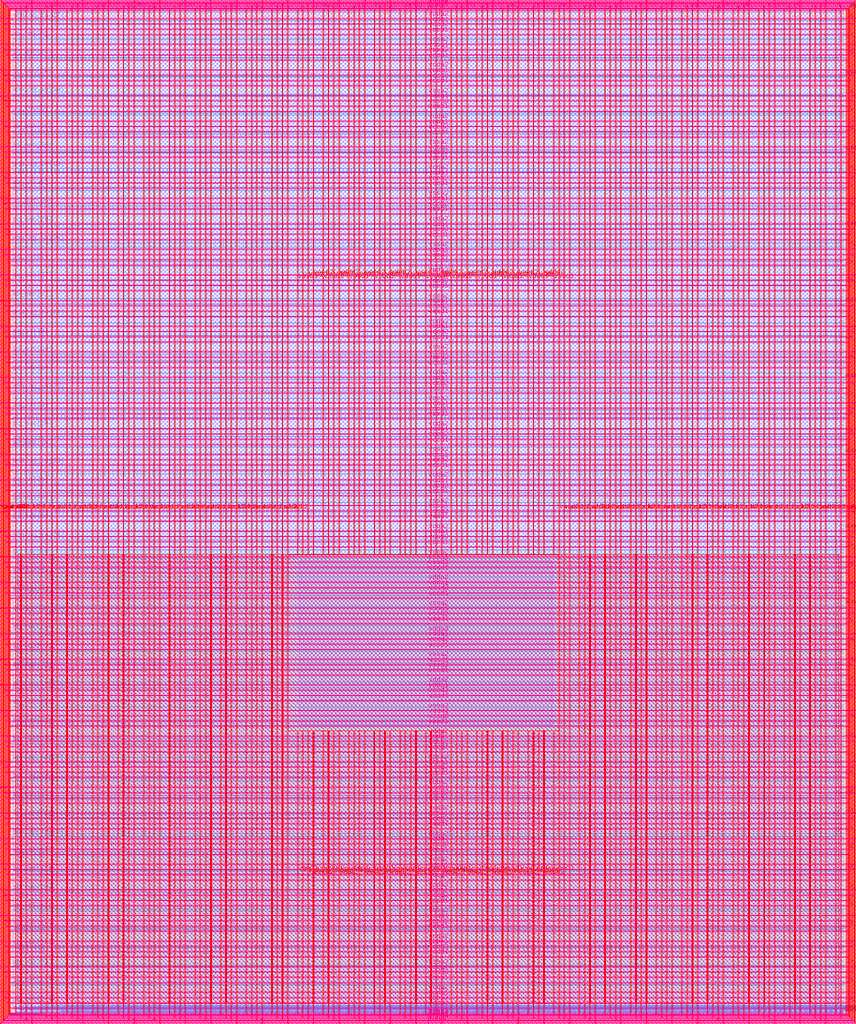
<source format=lef>
VERSION 5.7 ;
  NOWIREEXTENSIONATPIN ON ;
  DIVIDERCHAR "/" ;
  BUSBITCHARS "[]" ;
MACRO user_project_wrapper
  CLASS BLOCK ;
  FOREIGN user_project_wrapper ;
  ORIGIN 0.000 0.000 ;
  SIZE 2920.000 BY 3520.000 ;
  PIN analog_io[0]
    DIRECTION INOUT ;
    USE SIGNAL ;
    PORT
      LAYER met3 ;
        RECT 2917.600 1426.380 2924.800 1427.580 ;
    END
  END analog_io[0]
  PIN analog_io[10]
    DIRECTION INOUT ;
    USE SIGNAL ;
    PORT
      LAYER met2 ;
        RECT 2230.490 3517.600 2231.050 3524.800 ;
    END
  END analog_io[10]
  PIN analog_io[11]
    DIRECTION INOUT ;
    USE SIGNAL ;
    PORT
      LAYER met2 ;
        RECT 1905.730 3517.600 1906.290 3524.800 ;
    END
  END analog_io[11]
  PIN analog_io[12]
    DIRECTION INOUT ;
    USE SIGNAL ;
    PORT
      LAYER met2 ;
        RECT 1581.430 3517.600 1581.990 3524.800 ;
    END
  END analog_io[12]
  PIN analog_io[13]
    DIRECTION INOUT ;
    USE SIGNAL ;
    PORT
      LAYER met2 ;
        RECT 1257.130 3517.600 1257.690 3524.800 ;
    END
  END analog_io[13]
  PIN analog_io[14]
    DIRECTION INOUT ;
    USE SIGNAL ;
    PORT
      LAYER met2 ;
        RECT 932.370 3517.600 932.930 3524.800 ;
    END
  END analog_io[14]
  PIN analog_io[15]
    DIRECTION INOUT ;
    USE SIGNAL ;
    PORT
      LAYER met2 ;
        RECT 608.070 3517.600 608.630 3524.800 ;
    END
  END analog_io[15]
  PIN analog_io[16]
    DIRECTION INOUT ;
    USE SIGNAL ;
    PORT
      LAYER met2 ;
        RECT 283.770 3517.600 284.330 3524.800 ;
    END
  END analog_io[16]
  PIN analog_io[17]
    DIRECTION INOUT ;
    USE SIGNAL ;
    PORT
      LAYER met3 ;
        RECT -4.800 3486.100 2.400 3487.300 ;
    END
  END analog_io[17]
  PIN analog_io[18]
    DIRECTION INOUT ;
    USE SIGNAL ;
    PORT
      LAYER met3 ;
        RECT -4.800 3224.980 2.400 3226.180 ;
    END
  END analog_io[18]
  PIN analog_io[19]
    DIRECTION INOUT ;
    USE SIGNAL ;
    PORT
      LAYER met3 ;
        RECT -4.800 2964.540 2.400 2965.740 ;
    END
  END analog_io[19]
  PIN analog_io[1]
    DIRECTION INOUT ;
    USE SIGNAL ;
    PORT
      LAYER met3 ;
        RECT 2917.600 1692.260 2924.800 1693.460 ;
    END
  END analog_io[1]
  PIN analog_io[20]
    DIRECTION INOUT ;
    USE SIGNAL ;
    PORT
      LAYER met3 ;
        RECT -4.800 2703.420 2.400 2704.620 ;
    END
  END analog_io[20]
  PIN analog_io[21]
    DIRECTION INOUT ;
    USE SIGNAL ;
    PORT
      LAYER met3 ;
        RECT -4.800 2442.980 2.400 2444.180 ;
    END
  END analog_io[21]
  PIN analog_io[22]
    DIRECTION INOUT ;
    USE SIGNAL ;
    PORT
      LAYER met3 ;
        RECT -4.800 2182.540 2.400 2183.740 ;
    END
  END analog_io[22]
  PIN analog_io[23]
    DIRECTION INOUT ;
    USE SIGNAL ;
    PORT
      LAYER met3 ;
        RECT -4.800 1921.420 2.400 1922.620 ;
    END
  END analog_io[23]
  PIN analog_io[24]
    DIRECTION INOUT ;
    USE SIGNAL ;
    PORT
      LAYER met3 ;
        RECT -4.800 1660.980 2.400 1662.180 ;
    END
  END analog_io[24]
  PIN analog_io[25]
    DIRECTION INOUT ;
    USE SIGNAL ;
    PORT
      LAYER met3 ;
        RECT -4.800 1399.860 2.400 1401.060 ;
    END
  END analog_io[25]
  PIN analog_io[26]
    DIRECTION INOUT ;
    USE SIGNAL ;
    PORT
      LAYER met3 ;
        RECT -4.800 1139.420 2.400 1140.620 ;
    END
  END analog_io[26]
  PIN analog_io[27]
    DIRECTION INOUT ;
    USE SIGNAL ;
    PORT
      LAYER met3 ;
        RECT -4.800 878.980 2.400 880.180 ;
    END
  END analog_io[27]
  PIN analog_io[28]
    DIRECTION INOUT ;
    USE SIGNAL ;
    PORT
      LAYER met3 ;
        RECT -4.800 617.860 2.400 619.060 ;
    END
  END analog_io[28]
  PIN analog_io[2]
    DIRECTION INOUT ;
    USE SIGNAL ;
    PORT
      LAYER met3 ;
        RECT 2917.600 1958.140 2924.800 1959.340 ;
    END
  END analog_io[2]
  PIN analog_io[3]
    DIRECTION INOUT ;
    USE SIGNAL ;
    PORT
      LAYER met3 ;
        RECT 2917.600 2223.340 2924.800 2224.540 ;
    END
  END analog_io[3]
  PIN analog_io[4]
    DIRECTION INOUT ;
    USE SIGNAL ;
    PORT
      LAYER met3 ;
        RECT 2917.600 2489.220 2924.800 2490.420 ;
    END
  END analog_io[4]
  PIN analog_io[5]
    DIRECTION INOUT ;
    USE SIGNAL ;
    PORT
      LAYER met3 ;
        RECT 2917.600 2755.100 2924.800 2756.300 ;
    END
  END analog_io[5]
  PIN analog_io[6]
    DIRECTION INOUT ;
    USE SIGNAL ;
    PORT
      LAYER met3 ;
        RECT 2917.600 3020.300 2924.800 3021.500 ;
    END
  END analog_io[6]
  PIN analog_io[7]
    DIRECTION INOUT ;
    USE SIGNAL ;
    PORT
      LAYER met3 ;
        RECT 2917.600 3286.180 2924.800 3287.380 ;
    END
  END analog_io[7]
  PIN analog_io[8]
    DIRECTION INOUT ;
    USE SIGNAL ;
    PORT
      LAYER met2 ;
        RECT 2879.090 3517.600 2879.650 3524.800 ;
    END
  END analog_io[8]
  PIN analog_io[9]
    DIRECTION INOUT ;
    USE SIGNAL ;
    PORT
      LAYER met2 ;
        RECT 2554.790 3517.600 2555.350 3524.800 ;
    END
  END analog_io[9]
  PIN io_in[0]
    DIRECTION INPUT ;
    USE SIGNAL ;
    PORT
      LAYER met3 ;
        RECT 2917.600 32.380 2924.800 33.580 ;
    END
  END io_in[0]
  PIN io_in[10]
    DIRECTION INPUT ;
    USE SIGNAL ;
    PORT
      LAYER met3 ;
        RECT 2917.600 2289.980 2924.800 2291.180 ;
    END
  END io_in[10]
  PIN io_in[11]
    DIRECTION INPUT ;
    USE SIGNAL ;
    PORT
      LAYER met3 ;
        RECT 2917.600 2555.860 2924.800 2557.060 ;
    END
  END io_in[11]
  PIN io_in[12]
    DIRECTION INPUT ;
    USE SIGNAL ;
    PORT
      LAYER met3 ;
        RECT 2917.600 2821.060 2924.800 2822.260 ;
    END
  END io_in[12]
  PIN io_in[13]
    DIRECTION INPUT ;
    USE SIGNAL ;
    PORT
      LAYER met3 ;
        RECT 2917.600 3086.940 2924.800 3088.140 ;
    END
  END io_in[13]
  PIN io_in[14]
    DIRECTION INPUT ;
    USE SIGNAL ;
    PORT
      LAYER met3 ;
        RECT 2917.600 3352.820 2924.800 3354.020 ;
    END
  END io_in[14]
  PIN io_in[15]
    DIRECTION INPUT ;
    USE SIGNAL ;
    PORT
      LAYER met2 ;
        RECT 2798.130 3517.600 2798.690 3524.800 ;
    END
  END io_in[15]
  PIN io_in[16]
    DIRECTION INPUT ;
    USE SIGNAL ;
    PORT
      LAYER met2 ;
        RECT 2473.830 3517.600 2474.390 3524.800 ;
    END
  END io_in[16]
  PIN io_in[17]
    DIRECTION INPUT ;
    USE SIGNAL ;
    PORT
      LAYER met2 ;
        RECT 2149.070 3517.600 2149.630 3524.800 ;
    END
  END io_in[17]
  PIN io_in[18]
    DIRECTION INPUT ;
    USE SIGNAL ;
    PORT
      LAYER met2 ;
        RECT 1824.770 3517.600 1825.330 3524.800 ;
    END
  END io_in[18]
  PIN io_in[19]
    DIRECTION INPUT ;
    USE SIGNAL ;
    PORT
      LAYER met2 ;
        RECT 1500.470 3517.600 1501.030 3524.800 ;
    END
  END io_in[19]
  PIN io_in[1]
    DIRECTION INPUT ;
    USE SIGNAL ;
    PORT
      LAYER met3 ;
        RECT 2917.600 230.940 2924.800 232.140 ;
    END
  END io_in[1]
  PIN io_in[20]
    DIRECTION INPUT ;
    USE SIGNAL ;
    PORT
      LAYER met2 ;
        RECT 1175.710 3517.600 1176.270 3524.800 ;
    END
  END io_in[20]
  PIN io_in[21]
    DIRECTION INPUT ;
    USE SIGNAL ;
    PORT
      LAYER met2 ;
        RECT 851.410 3517.600 851.970 3524.800 ;
    END
  END io_in[21]
  PIN io_in[22]
    DIRECTION INPUT ;
    USE SIGNAL ;
    PORT
      LAYER met2 ;
        RECT 527.110 3517.600 527.670 3524.800 ;
    END
  END io_in[22]
  PIN io_in[23]
    DIRECTION INPUT ;
    USE SIGNAL ;
    PORT
      LAYER met2 ;
        RECT 202.350 3517.600 202.910 3524.800 ;
    END
  END io_in[23]
  PIN io_in[24]
    DIRECTION INPUT ;
    USE SIGNAL ;
    PORT
      LAYER met3 ;
        RECT -4.800 3420.820 2.400 3422.020 ;
    END
  END io_in[24]
  PIN io_in[25]
    DIRECTION INPUT ;
    USE SIGNAL ;
    PORT
      LAYER met3 ;
        RECT -4.800 3159.700 2.400 3160.900 ;
    END
  END io_in[25]
  PIN io_in[26]
    DIRECTION INPUT ;
    USE SIGNAL ;
    PORT
      LAYER met3 ;
        RECT -4.800 2899.260 2.400 2900.460 ;
    END
  END io_in[26]
  PIN io_in[27]
    DIRECTION INPUT ;
    USE SIGNAL ;
    PORT
      LAYER met3 ;
        RECT -4.800 2638.820 2.400 2640.020 ;
    END
  END io_in[27]
  PIN io_in[28]
    DIRECTION INPUT ;
    USE SIGNAL ;
    PORT
      LAYER met3 ;
        RECT -4.800 2377.700 2.400 2378.900 ;
    END
  END io_in[28]
  PIN io_in[29]
    DIRECTION INPUT ;
    USE SIGNAL ;
    PORT
      LAYER met3 ;
        RECT -4.800 2117.260 2.400 2118.460 ;
    END
  END io_in[29]
  PIN io_in[2]
    DIRECTION INPUT ;
    USE SIGNAL ;
    PORT
      LAYER met3 ;
        RECT 2917.600 430.180 2924.800 431.380 ;
    END
  END io_in[2]
  PIN io_in[30]
    DIRECTION INPUT ;
    USE SIGNAL ;
    PORT
      LAYER met3 ;
        RECT -4.800 1856.140 2.400 1857.340 ;
    END
  END io_in[30]
  PIN io_in[31]
    DIRECTION INPUT ;
    USE SIGNAL ;
    PORT
      LAYER met3 ;
        RECT -4.800 1595.700 2.400 1596.900 ;
    END
  END io_in[31]
  PIN io_in[32]
    DIRECTION INPUT ;
    USE SIGNAL ;
    PORT
      LAYER met3 ;
        RECT -4.800 1335.260 2.400 1336.460 ;
    END
  END io_in[32]
  PIN io_in[33]
    DIRECTION INPUT ;
    USE SIGNAL ;
    PORT
      LAYER met3 ;
        RECT -4.800 1074.140 2.400 1075.340 ;
    END
  END io_in[33]
  PIN io_in[34]
    DIRECTION INPUT ;
    USE SIGNAL ;
    PORT
      LAYER met3 ;
        RECT -4.800 813.700 2.400 814.900 ;
    END
  END io_in[34]
  PIN io_in[35]
    DIRECTION INPUT ;
    USE SIGNAL ;
    PORT
      LAYER met3 ;
        RECT -4.800 552.580 2.400 553.780 ;
    END
  END io_in[35]
  PIN io_in[36]
    DIRECTION INPUT ;
    USE SIGNAL ;
    PORT
      LAYER met3 ;
        RECT -4.800 357.420 2.400 358.620 ;
    END
  END io_in[36]
  PIN io_in[37]
    DIRECTION INPUT ;
    USE SIGNAL ;
    PORT
      LAYER met3 ;
        RECT -4.800 161.580 2.400 162.780 ;
    END
  END io_in[37]
  PIN io_in[3]
    DIRECTION INPUT ;
    USE SIGNAL ;
    PORT
      LAYER met3 ;
        RECT 2917.600 629.420 2924.800 630.620 ;
    END
  END io_in[3]
  PIN io_in[4]
    DIRECTION INPUT ;
    USE SIGNAL ;
    PORT
      LAYER met3 ;
        RECT 2917.600 828.660 2924.800 829.860 ;
    END
  END io_in[4]
  PIN io_in[5]
    DIRECTION INPUT ;
    USE SIGNAL ;
    PORT
      LAYER met3 ;
        RECT 2917.600 1027.900 2924.800 1029.100 ;
    END
  END io_in[5]
  PIN io_in[6]
    DIRECTION INPUT ;
    USE SIGNAL ;
    PORT
      LAYER met3 ;
        RECT 2917.600 1227.140 2924.800 1228.340 ;
    END
  END io_in[6]
  PIN io_in[7]
    DIRECTION INPUT ;
    USE SIGNAL ;
    PORT
      LAYER met3 ;
        RECT 2917.600 1493.020 2924.800 1494.220 ;
    END
  END io_in[7]
  PIN io_in[8]
    DIRECTION INPUT ;
    USE SIGNAL ;
    PORT
      LAYER met3 ;
        RECT 2917.600 1758.900 2924.800 1760.100 ;
    END
  END io_in[8]
  PIN io_in[9]
    DIRECTION INPUT ;
    USE SIGNAL ;
    PORT
      LAYER met3 ;
        RECT 2917.600 2024.100 2924.800 2025.300 ;
    END
  END io_in[9]
  PIN io_oeb[0]
    DIRECTION OUTPUT TRISTATE ;
    USE SIGNAL ;
    PORT
      LAYER met3 ;
        RECT 2917.600 164.980 2924.800 166.180 ;
    END
  END io_oeb[0]
  PIN io_oeb[10]
    DIRECTION OUTPUT TRISTATE ;
    USE SIGNAL ;
    PORT
      LAYER met3 ;
        RECT 2917.600 2422.580 2924.800 2423.780 ;
    END
  END io_oeb[10]
  PIN io_oeb[11]
    DIRECTION OUTPUT TRISTATE ;
    USE SIGNAL ;
    PORT
      LAYER met3 ;
        RECT 2917.600 2688.460 2924.800 2689.660 ;
    END
  END io_oeb[11]
  PIN io_oeb[12]
    DIRECTION OUTPUT TRISTATE ;
    USE SIGNAL ;
    PORT
      LAYER met3 ;
        RECT 2917.600 2954.340 2924.800 2955.540 ;
    END
  END io_oeb[12]
  PIN io_oeb[13]
    DIRECTION OUTPUT TRISTATE ;
    USE SIGNAL ;
    PORT
      LAYER met3 ;
        RECT 2917.600 3219.540 2924.800 3220.740 ;
    END
  END io_oeb[13]
  PIN io_oeb[14]
    DIRECTION OUTPUT TRISTATE ;
    USE SIGNAL ;
    PORT
      LAYER met3 ;
        RECT 2917.600 3485.420 2924.800 3486.620 ;
    END
  END io_oeb[14]
  PIN io_oeb[15]
    DIRECTION OUTPUT TRISTATE ;
    USE SIGNAL ;
    PORT
      LAYER met2 ;
        RECT 2635.750 3517.600 2636.310 3524.800 ;
    END
  END io_oeb[15]
  PIN io_oeb[16]
    DIRECTION OUTPUT TRISTATE ;
    USE SIGNAL ;
    PORT
      LAYER met2 ;
        RECT 2311.450 3517.600 2312.010 3524.800 ;
    END
  END io_oeb[16]
  PIN io_oeb[17]
    DIRECTION OUTPUT TRISTATE ;
    USE SIGNAL ;
    PORT
      LAYER met2 ;
        RECT 1987.150 3517.600 1987.710 3524.800 ;
    END
  END io_oeb[17]
  PIN io_oeb[18]
    DIRECTION OUTPUT TRISTATE ;
    USE SIGNAL ;
    PORT
      LAYER met2 ;
        RECT 1662.390 3517.600 1662.950 3524.800 ;
    END
  END io_oeb[18]
  PIN io_oeb[19]
    DIRECTION OUTPUT TRISTATE ;
    USE SIGNAL ;
    PORT
      LAYER met2 ;
        RECT 1338.090 3517.600 1338.650 3524.800 ;
    END
  END io_oeb[19]
  PIN io_oeb[1]
    DIRECTION OUTPUT TRISTATE ;
    USE SIGNAL ;
    PORT
      LAYER met3 ;
        RECT 2917.600 364.220 2924.800 365.420 ;
    END
  END io_oeb[1]
  PIN io_oeb[20]
    DIRECTION OUTPUT TRISTATE ;
    USE SIGNAL ;
    PORT
      LAYER met2 ;
        RECT 1013.790 3517.600 1014.350 3524.800 ;
    END
  END io_oeb[20]
  PIN io_oeb[21]
    DIRECTION OUTPUT TRISTATE ;
    USE SIGNAL ;
    PORT
      LAYER met2 ;
        RECT 689.030 3517.600 689.590 3524.800 ;
    END
  END io_oeb[21]
  PIN io_oeb[22]
    DIRECTION OUTPUT TRISTATE ;
    USE SIGNAL ;
    PORT
      LAYER met2 ;
        RECT 364.730 3517.600 365.290 3524.800 ;
    END
  END io_oeb[22]
  PIN io_oeb[23]
    DIRECTION OUTPUT TRISTATE ;
    USE SIGNAL ;
    PORT
      LAYER met2 ;
        RECT 40.430 3517.600 40.990 3524.800 ;
    END
  END io_oeb[23]
  PIN io_oeb[24]
    DIRECTION OUTPUT TRISTATE ;
    USE SIGNAL ;
    PORT
      LAYER met3 ;
        RECT -4.800 3290.260 2.400 3291.460 ;
    END
  END io_oeb[24]
  PIN io_oeb[25]
    DIRECTION OUTPUT TRISTATE ;
    USE SIGNAL ;
    PORT
      LAYER met3 ;
        RECT -4.800 3029.820 2.400 3031.020 ;
    END
  END io_oeb[25]
  PIN io_oeb[26]
    DIRECTION OUTPUT TRISTATE ;
    USE SIGNAL ;
    PORT
      LAYER met3 ;
        RECT -4.800 2768.700 2.400 2769.900 ;
    END
  END io_oeb[26]
  PIN io_oeb[27]
    DIRECTION OUTPUT TRISTATE ;
    USE SIGNAL ;
    PORT
      LAYER met3 ;
        RECT -4.800 2508.260 2.400 2509.460 ;
    END
  END io_oeb[27]
  PIN io_oeb[28]
    DIRECTION OUTPUT TRISTATE ;
    USE SIGNAL ;
    PORT
      LAYER met3 ;
        RECT -4.800 2247.140 2.400 2248.340 ;
    END
  END io_oeb[28]
  PIN io_oeb[29]
    DIRECTION OUTPUT TRISTATE ;
    USE SIGNAL ;
    PORT
      LAYER met3 ;
        RECT -4.800 1986.700 2.400 1987.900 ;
    END
  END io_oeb[29]
  PIN io_oeb[2]
    DIRECTION OUTPUT TRISTATE ;
    USE SIGNAL ;
    PORT
      LAYER met3 ;
        RECT 2917.600 563.460 2924.800 564.660 ;
    END
  END io_oeb[2]
  PIN io_oeb[30]
    DIRECTION OUTPUT TRISTATE ;
    USE SIGNAL ;
    PORT
      LAYER met3 ;
        RECT -4.800 1726.260 2.400 1727.460 ;
    END
  END io_oeb[30]
  PIN io_oeb[31]
    DIRECTION OUTPUT TRISTATE ;
    USE SIGNAL ;
    PORT
      LAYER met3 ;
        RECT -4.800 1465.140 2.400 1466.340 ;
    END
  END io_oeb[31]
  PIN io_oeb[32]
    DIRECTION OUTPUT TRISTATE ;
    USE SIGNAL ;
    PORT
      LAYER met3 ;
        RECT -4.800 1204.700 2.400 1205.900 ;
    END
  END io_oeb[32]
  PIN io_oeb[33]
    DIRECTION OUTPUT TRISTATE ;
    USE SIGNAL ;
    PORT
      LAYER met3 ;
        RECT -4.800 943.580 2.400 944.780 ;
    END
  END io_oeb[33]
  PIN io_oeb[34]
    DIRECTION OUTPUT TRISTATE ;
    USE SIGNAL ;
    PORT
      LAYER met3 ;
        RECT -4.800 683.140 2.400 684.340 ;
    END
  END io_oeb[34]
  PIN io_oeb[35]
    DIRECTION OUTPUT TRISTATE ;
    USE SIGNAL ;
    PORT
      LAYER met3 ;
        RECT -4.800 422.700 2.400 423.900 ;
    END
  END io_oeb[35]
  PIN io_oeb[36]
    DIRECTION OUTPUT TRISTATE ;
    USE SIGNAL ;
    PORT
      LAYER met3 ;
        RECT -4.800 226.860 2.400 228.060 ;
    END
  END io_oeb[36]
  PIN io_oeb[37]
    DIRECTION OUTPUT TRISTATE ;
    USE SIGNAL ;
    PORT
      LAYER met3 ;
        RECT -4.800 31.700 2.400 32.900 ;
    END
  END io_oeb[37]
  PIN io_oeb[3]
    DIRECTION OUTPUT TRISTATE ;
    USE SIGNAL ;
    PORT
      LAYER met3 ;
        RECT 2917.600 762.700 2924.800 763.900 ;
    END
  END io_oeb[3]
  PIN io_oeb[4]
    DIRECTION OUTPUT TRISTATE ;
    USE SIGNAL ;
    PORT
      LAYER met3 ;
        RECT 2917.600 961.940 2924.800 963.140 ;
    END
  END io_oeb[4]
  PIN io_oeb[5]
    DIRECTION OUTPUT TRISTATE ;
    USE SIGNAL ;
    PORT
      LAYER met3 ;
        RECT 2917.600 1161.180 2924.800 1162.380 ;
    END
  END io_oeb[5]
  PIN io_oeb[6]
    DIRECTION OUTPUT TRISTATE ;
    USE SIGNAL ;
    PORT
      LAYER met3 ;
        RECT 2917.600 1360.420 2924.800 1361.620 ;
    END
  END io_oeb[6]
  PIN io_oeb[7]
    DIRECTION OUTPUT TRISTATE ;
    USE SIGNAL ;
    PORT
      LAYER met3 ;
        RECT 2917.600 1625.620 2924.800 1626.820 ;
    END
  END io_oeb[7]
  PIN io_oeb[8]
    DIRECTION OUTPUT TRISTATE ;
    USE SIGNAL ;
    PORT
      LAYER met3 ;
        RECT 2917.600 1891.500 2924.800 1892.700 ;
    END
  END io_oeb[8]
  PIN io_oeb[9]
    DIRECTION OUTPUT TRISTATE ;
    USE SIGNAL ;
    PORT
      LAYER met3 ;
        RECT 2917.600 2157.380 2924.800 2158.580 ;
    END
  END io_oeb[9]
  PIN io_out[0]
    DIRECTION OUTPUT TRISTATE ;
    USE SIGNAL ;
    PORT
      LAYER met3 ;
        RECT 2917.600 98.340 2924.800 99.540 ;
    END
  END io_out[0]
  PIN io_out[10]
    DIRECTION OUTPUT TRISTATE ;
    USE SIGNAL ;
    PORT
      LAYER met3 ;
        RECT 2917.600 2356.620 2924.800 2357.820 ;
    END
  END io_out[10]
  PIN io_out[11]
    DIRECTION OUTPUT TRISTATE ;
    USE SIGNAL ;
    PORT
      LAYER met3 ;
        RECT 2917.600 2621.820 2924.800 2623.020 ;
    END
  END io_out[11]
  PIN io_out[12]
    DIRECTION OUTPUT TRISTATE ;
    USE SIGNAL ;
    PORT
      LAYER met3 ;
        RECT 2917.600 2887.700 2924.800 2888.900 ;
    END
  END io_out[12]
  PIN io_out[13]
    DIRECTION OUTPUT TRISTATE ;
    USE SIGNAL ;
    PORT
      LAYER met3 ;
        RECT 2917.600 3153.580 2924.800 3154.780 ;
    END
  END io_out[13]
  PIN io_out[14]
    DIRECTION OUTPUT TRISTATE ;
    USE SIGNAL ;
    PORT
      LAYER met3 ;
        RECT 2917.600 3418.780 2924.800 3419.980 ;
    END
  END io_out[14]
  PIN io_out[15]
    DIRECTION OUTPUT TRISTATE ;
    USE SIGNAL ;
    PORT
      LAYER met2 ;
        RECT 2717.170 3517.600 2717.730 3524.800 ;
    END
  END io_out[15]
  PIN io_out[16]
    DIRECTION OUTPUT TRISTATE ;
    USE SIGNAL ;
    PORT
      LAYER met2 ;
        RECT 2392.410 3517.600 2392.970 3524.800 ;
    END
  END io_out[16]
  PIN io_out[17]
    DIRECTION OUTPUT TRISTATE ;
    USE SIGNAL ;
    PORT
      LAYER met2 ;
        RECT 2068.110 3517.600 2068.670 3524.800 ;
    END
  END io_out[17]
  PIN io_out[18]
    DIRECTION OUTPUT TRISTATE ;
    USE SIGNAL ;
    PORT
      LAYER met2 ;
        RECT 1743.810 3517.600 1744.370 3524.800 ;
    END
  END io_out[18]
  PIN io_out[19]
    DIRECTION OUTPUT TRISTATE ;
    USE SIGNAL ;
    PORT
      LAYER met2 ;
        RECT 1419.050 3517.600 1419.610 3524.800 ;
    END
  END io_out[19]
  PIN io_out[1]
    DIRECTION OUTPUT TRISTATE ;
    USE SIGNAL ;
    PORT
      LAYER met3 ;
        RECT 2917.600 297.580 2924.800 298.780 ;
    END
  END io_out[1]
  PIN io_out[20]
    DIRECTION OUTPUT TRISTATE ;
    USE SIGNAL ;
    PORT
      LAYER met2 ;
        RECT 1094.750 3517.600 1095.310 3524.800 ;
    END
  END io_out[20]
  PIN io_out[21]
    DIRECTION OUTPUT TRISTATE ;
    USE SIGNAL ;
    PORT
      LAYER met2 ;
        RECT 770.450 3517.600 771.010 3524.800 ;
    END
  END io_out[21]
  PIN io_out[22]
    DIRECTION OUTPUT TRISTATE ;
    USE SIGNAL ;
    PORT
      LAYER met2 ;
        RECT 445.690 3517.600 446.250 3524.800 ;
    END
  END io_out[22]
  PIN io_out[23]
    DIRECTION OUTPUT TRISTATE ;
    USE SIGNAL ;
    PORT
      LAYER met2 ;
        RECT 121.390 3517.600 121.950 3524.800 ;
    END
  END io_out[23]
  PIN io_out[24]
    DIRECTION OUTPUT TRISTATE ;
    USE SIGNAL ;
    PORT
      LAYER met3 ;
        RECT -4.800 3355.540 2.400 3356.740 ;
    END
  END io_out[24]
  PIN io_out[25]
    DIRECTION OUTPUT TRISTATE ;
    USE SIGNAL ;
    PORT
      LAYER met3 ;
        RECT -4.800 3095.100 2.400 3096.300 ;
    END
  END io_out[25]
  PIN io_out[26]
    DIRECTION OUTPUT TRISTATE ;
    USE SIGNAL ;
    PORT
      LAYER met3 ;
        RECT -4.800 2833.980 2.400 2835.180 ;
    END
  END io_out[26]
  PIN io_out[27]
    DIRECTION OUTPUT TRISTATE ;
    USE SIGNAL ;
    PORT
      LAYER met3 ;
        RECT -4.800 2573.540 2.400 2574.740 ;
    END
  END io_out[27]
  PIN io_out[28]
    DIRECTION OUTPUT TRISTATE ;
    USE SIGNAL ;
    PORT
      LAYER met3 ;
        RECT -4.800 2312.420 2.400 2313.620 ;
    END
  END io_out[28]
  PIN io_out[29]
    DIRECTION OUTPUT TRISTATE ;
    USE SIGNAL ;
    PORT
      LAYER met3 ;
        RECT -4.800 2051.980 2.400 2053.180 ;
    END
  END io_out[29]
  PIN io_out[2]
    DIRECTION OUTPUT TRISTATE ;
    USE SIGNAL ;
    PORT
      LAYER met3 ;
        RECT 2917.600 496.820 2924.800 498.020 ;
    END
  END io_out[2]
  PIN io_out[30]
    DIRECTION OUTPUT TRISTATE ;
    USE SIGNAL ;
    PORT
      LAYER met3 ;
        RECT -4.800 1791.540 2.400 1792.740 ;
    END
  END io_out[30]
  PIN io_out[31]
    DIRECTION OUTPUT TRISTATE ;
    USE SIGNAL ;
    PORT
      LAYER met3 ;
        RECT -4.800 1530.420 2.400 1531.620 ;
    END
  END io_out[31]
  PIN io_out[32]
    DIRECTION OUTPUT TRISTATE ;
    USE SIGNAL ;
    PORT
      LAYER met3 ;
        RECT -4.800 1269.980 2.400 1271.180 ;
    END
  END io_out[32]
  PIN io_out[33]
    DIRECTION OUTPUT TRISTATE ;
    USE SIGNAL ;
    PORT
      LAYER met3 ;
        RECT -4.800 1008.860 2.400 1010.060 ;
    END
  END io_out[33]
  PIN io_out[34]
    DIRECTION OUTPUT TRISTATE ;
    USE SIGNAL ;
    PORT
      LAYER met3 ;
        RECT -4.800 748.420 2.400 749.620 ;
    END
  END io_out[34]
  PIN io_out[35]
    DIRECTION OUTPUT TRISTATE ;
    USE SIGNAL ;
    PORT
      LAYER met3 ;
        RECT -4.800 487.300 2.400 488.500 ;
    END
  END io_out[35]
  PIN io_out[36]
    DIRECTION OUTPUT TRISTATE ;
    USE SIGNAL ;
    PORT
      LAYER met3 ;
        RECT -4.800 292.140 2.400 293.340 ;
    END
  END io_out[36]
  PIN io_out[37]
    DIRECTION OUTPUT TRISTATE ;
    USE SIGNAL ;
    PORT
      LAYER met3 ;
        RECT -4.800 96.300 2.400 97.500 ;
    END
  END io_out[37]
  PIN io_out[3]
    DIRECTION OUTPUT TRISTATE ;
    USE SIGNAL ;
    PORT
      LAYER met3 ;
        RECT 2917.600 696.060 2924.800 697.260 ;
    END
  END io_out[3]
  PIN io_out[4]
    DIRECTION OUTPUT TRISTATE ;
    USE SIGNAL ;
    PORT
      LAYER met3 ;
        RECT 2917.600 895.300 2924.800 896.500 ;
    END
  END io_out[4]
  PIN io_out[5]
    DIRECTION OUTPUT TRISTATE ;
    USE SIGNAL ;
    PORT
      LAYER met3 ;
        RECT 2917.600 1094.540 2924.800 1095.740 ;
    END
  END io_out[5]
  PIN io_out[6]
    DIRECTION OUTPUT TRISTATE ;
    USE SIGNAL ;
    PORT
      LAYER met3 ;
        RECT 2917.600 1293.780 2924.800 1294.980 ;
    END
  END io_out[6]
  PIN io_out[7]
    DIRECTION OUTPUT TRISTATE ;
    USE SIGNAL ;
    PORT
      LAYER met3 ;
        RECT 2917.600 1559.660 2924.800 1560.860 ;
    END
  END io_out[7]
  PIN io_out[8]
    DIRECTION OUTPUT TRISTATE ;
    USE SIGNAL ;
    PORT
      LAYER met3 ;
        RECT 2917.600 1824.860 2924.800 1826.060 ;
    END
  END io_out[8]
  PIN io_out[9]
    DIRECTION OUTPUT TRISTATE ;
    USE SIGNAL ;
    PORT
      LAYER met3 ;
        RECT 2917.600 2090.740 2924.800 2091.940 ;
    END
  END io_out[9]
  PIN la_data_in[0]
    DIRECTION INPUT ;
    USE SIGNAL ;
    PORT
      LAYER met2 ;
        RECT 629.230 -4.800 629.790 2.400 ;
    END
  END la_data_in[0]
  PIN la_data_in[100]
    DIRECTION INPUT ;
    USE SIGNAL ;
    PORT
      LAYER met2 ;
        RECT 2402.530 -4.800 2403.090 2.400 ;
    END
  END la_data_in[100]
  PIN la_data_in[101]
    DIRECTION INPUT ;
    USE SIGNAL ;
    PORT
      LAYER met2 ;
        RECT 2420.010 -4.800 2420.570 2.400 ;
    END
  END la_data_in[101]
  PIN la_data_in[102]
    DIRECTION INPUT ;
    USE SIGNAL ;
    PORT
      LAYER met2 ;
        RECT 2437.950 -4.800 2438.510 2.400 ;
    END
  END la_data_in[102]
  PIN la_data_in[103]
    DIRECTION INPUT ;
    USE SIGNAL ;
    PORT
      LAYER met2 ;
        RECT 2455.430 -4.800 2455.990 2.400 ;
    END
  END la_data_in[103]
  PIN la_data_in[104]
    DIRECTION INPUT ;
    USE SIGNAL ;
    PORT
      LAYER met2 ;
        RECT 2473.370 -4.800 2473.930 2.400 ;
    END
  END la_data_in[104]
  PIN la_data_in[105]
    DIRECTION INPUT ;
    USE SIGNAL ;
    PORT
      LAYER met2 ;
        RECT 2490.850 -4.800 2491.410 2.400 ;
    END
  END la_data_in[105]
  PIN la_data_in[106]
    DIRECTION INPUT ;
    USE SIGNAL ;
    PORT
      LAYER met2 ;
        RECT 2508.790 -4.800 2509.350 2.400 ;
    END
  END la_data_in[106]
  PIN la_data_in[107]
    DIRECTION INPUT ;
    USE SIGNAL ;
    PORT
      LAYER met2 ;
        RECT 2526.730 -4.800 2527.290 2.400 ;
    END
  END la_data_in[107]
  PIN la_data_in[108]
    DIRECTION INPUT ;
    USE SIGNAL ;
    PORT
      LAYER met2 ;
        RECT 2544.210 -4.800 2544.770 2.400 ;
    END
  END la_data_in[108]
  PIN la_data_in[109]
    DIRECTION INPUT ;
    USE SIGNAL ;
    PORT
      LAYER met2 ;
        RECT 2562.150 -4.800 2562.710 2.400 ;
    END
  END la_data_in[109]
  PIN la_data_in[10]
    DIRECTION INPUT ;
    USE SIGNAL ;
    PORT
      LAYER met2 ;
        RECT 806.330 -4.800 806.890 2.400 ;
    END
  END la_data_in[10]
  PIN la_data_in[110]
    DIRECTION INPUT ;
    USE SIGNAL ;
    PORT
      LAYER met2 ;
        RECT 2579.630 -4.800 2580.190 2.400 ;
    END
  END la_data_in[110]
  PIN la_data_in[111]
    DIRECTION INPUT ;
    USE SIGNAL ;
    PORT
      LAYER met2 ;
        RECT 2597.570 -4.800 2598.130 2.400 ;
    END
  END la_data_in[111]
  PIN la_data_in[112]
    DIRECTION INPUT ;
    USE SIGNAL ;
    PORT
      LAYER met2 ;
        RECT 2615.050 -4.800 2615.610 2.400 ;
    END
  END la_data_in[112]
  PIN la_data_in[113]
    DIRECTION INPUT ;
    USE SIGNAL ;
    PORT
      LAYER met2 ;
        RECT 2632.990 -4.800 2633.550 2.400 ;
    END
  END la_data_in[113]
  PIN la_data_in[114]
    DIRECTION INPUT ;
    USE SIGNAL ;
    PORT
      LAYER met2 ;
        RECT 2650.470 -4.800 2651.030 2.400 ;
    END
  END la_data_in[114]
  PIN la_data_in[115]
    DIRECTION INPUT ;
    USE SIGNAL ;
    PORT
      LAYER met2 ;
        RECT 2668.410 -4.800 2668.970 2.400 ;
    END
  END la_data_in[115]
  PIN la_data_in[116]
    DIRECTION INPUT ;
    USE SIGNAL ;
    PORT
      LAYER met2 ;
        RECT 2685.890 -4.800 2686.450 2.400 ;
    END
  END la_data_in[116]
  PIN la_data_in[117]
    DIRECTION INPUT ;
    USE SIGNAL ;
    PORT
      LAYER met2 ;
        RECT 2703.830 -4.800 2704.390 2.400 ;
    END
  END la_data_in[117]
  PIN la_data_in[118]
    DIRECTION INPUT ;
    USE SIGNAL ;
    PORT
      LAYER met2 ;
        RECT 2721.770 -4.800 2722.330 2.400 ;
    END
  END la_data_in[118]
  PIN la_data_in[119]
    DIRECTION INPUT ;
    USE SIGNAL ;
    PORT
      LAYER met2 ;
        RECT 2739.250 -4.800 2739.810 2.400 ;
    END
  END la_data_in[119]
  PIN la_data_in[11]
    DIRECTION INPUT ;
    USE SIGNAL ;
    PORT
      LAYER met2 ;
        RECT 824.270 -4.800 824.830 2.400 ;
    END
  END la_data_in[11]
  PIN la_data_in[120]
    DIRECTION INPUT ;
    USE SIGNAL ;
    PORT
      LAYER met2 ;
        RECT 2757.190 -4.800 2757.750 2.400 ;
    END
  END la_data_in[120]
  PIN la_data_in[121]
    DIRECTION INPUT ;
    USE SIGNAL ;
    PORT
      LAYER met2 ;
        RECT 2774.670 -4.800 2775.230 2.400 ;
    END
  END la_data_in[121]
  PIN la_data_in[122]
    DIRECTION INPUT ;
    USE SIGNAL ;
    PORT
      LAYER met2 ;
        RECT 2792.610 -4.800 2793.170 2.400 ;
    END
  END la_data_in[122]
  PIN la_data_in[123]
    DIRECTION INPUT ;
    USE SIGNAL ;
    PORT
      LAYER met2 ;
        RECT 2810.090 -4.800 2810.650 2.400 ;
    END
  END la_data_in[123]
  PIN la_data_in[124]
    DIRECTION INPUT ;
    USE SIGNAL ;
    PORT
      LAYER met2 ;
        RECT 2828.030 -4.800 2828.590 2.400 ;
    END
  END la_data_in[124]
  PIN la_data_in[125]
    DIRECTION INPUT ;
    USE SIGNAL ;
    PORT
      LAYER met2 ;
        RECT 2845.510 -4.800 2846.070 2.400 ;
    END
  END la_data_in[125]
  PIN la_data_in[126]
    DIRECTION INPUT ;
    USE SIGNAL ;
    PORT
      LAYER met2 ;
        RECT 2863.450 -4.800 2864.010 2.400 ;
    END
  END la_data_in[126]
  PIN la_data_in[127]
    DIRECTION INPUT ;
    USE SIGNAL ;
    PORT
      LAYER met2 ;
        RECT 2881.390 -4.800 2881.950 2.400 ;
    END
  END la_data_in[127]
  PIN la_data_in[12]
    DIRECTION INPUT ;
    USE SIGNAL ;
    PORT
      LAYER met2 ;
        RECT 841.750 -4.800 842.310 2.400 ;
    END
  END la_data_in[12]
  PIN la_data_in[13]
    DIRECTION INPUT ;
    USE SIGNAL ;
    PORT
      LAYER met2 ;
        RECT 859.690 -4.800 860.250 2.400 ;
    END
  END la_data_in[13]
  PIN la_data_in[14]
    DIRECTION INPUT ;
    USE SIGNAL ;
    PORT
      LAYER met2 ;
        RECT 877.170 -4.800 877.730 2.400 ;
    END
  END la_data_in[14]
  PIN la_data_in[15]
    DIRECTION INPUT ;
    USE SIGNAL ;
    PORT
      LAYER met2 ;
        RECT 895.110 -4.800 895.670 2.400 ;
    END
  END la_data_in[15]
  PIN la_data_in[16]
    DIRECTION INPUT ;
    USE SIGNAL ;
    PORT
      LAYER met2 ;
        RECT 912.590 -4.800 913.150 2.400 ;
    END
  END la_data_in[16]
  PIN la_data_in[17]
    DIRECTION INPUT ;
    USE SIGNAL ;
    PORT
      LAYER met2 ;
        RECT 930.530 -4.800 931.090 2.400 ;
    END
  END la_data_in[17]
  PIN la_data_in[18]
    DIRECTION INPUT ;
    USE SIGNAL ;
    PORT
      LAYER met2 ;
        RECT 948.470 -4.800 949.030 2.400 ;
    END
  END la_data_in[18]
  PIN la_data_in[19]
    DIRECTION INPUT ;
    USE SIGNAL ;
    PORT
      LAYER met2 ;
        RECT 965.950 -4.800 966.510 2.400 ;
    END
  END la_data_in[19]
  PIN la_data_in[1]
    DIRECTION INPUT ;
    USE SIGNAL ;
    PORT
      LAYER met2 ;
        RECT 646.710 -4.800 647.270 2.400 ;
    END
  END la_data_in[1]
  PIN la_data_in[20]
    DIRECTION INPUT ;
    USE SIGNAL ;
    PORT
      LAYER met2 ;
        RECT 983.890 -4.800 984.450 2.400 ;
    END
  END la_data_in[20]
  PIN la_data_in[21]
    DIRECTION INPUT ;
    USE SIGNAL ;
    PORT
      LAYER met2 ;
        RECT 1001.370 -4.800 1001.930 2.400 ;
    END
  END la_data_in[21]
  PIN la_data_in[22]
    DIRECTION INPUT ;
    USE SIGNAL ;
    PORT
      LAYER met2 ;
        RECT 1019.310 -4.800 1019.870 2.400 ;
    END
  END la_data_in[22]
  PIN la_data_in[23]
    DIRECTION INPUT ;
    USE SIGNAL ;
    PORT
      LAYER met2 ;
        RECT 1036.790 -4.800 1037.350 2.400 ;
    END
  END la_data_in[23]
  PIN la_data_in[24]
    DIRECTION INPUT ;
    USE SIGNAL ;
    PORT
      LAYER met2 ;
        RECT 1054.730 -4.800 1055.290 2.400 ;
    END
  END la_data_in[24]
  PIN la_data_in[25]
    DIRECTION INPUT ;
    USE SIGNAL ;
    PORT
      LAYER met2 ;
        RECT 1072.210 -4.800 1072.770 2.400 ;
    END
  END la_data_in[25]
  PIN la_data_in[26]
    DIRECTION INPUT ;
    USE SIGNAL ;
    PORT
      LAYER met2 ;
        RECT 1090.150 -4.800 1090.710 2.400 ;
    END
  END la_data_in[26]
  PIN la_data_in[27]
    DIRECTION INPUT ;
    USE SIGNAL ;
    PORT
      LAYER met2 ;
        RECT 1107.630 -4.800 1108.190 2.400 ;
    END
  END la_data_in[27]
  PIN la_data_in[28]
    DIRECTION INPUT ;
    USE SIGNAL ;
    PORT
      LAYER met2 ;
        RECT 1125.570 -4.800 1126.130 2.400 ;
    END
  END la_data_in[28]
  PIN la_data_in[29]
    DIRECTION INPUT ;
    USE SIGNAL ;
    PORT
      LAYER met2 ;
        RECT 1143.510 -4.800 1144.070 2.400 ;
    END
  END la_data_in[29]
  PIN la_data_in[2]
    DIRECTION INPUT ;
    USE SIGNAL ;
    PORT
      LAYER met2 ;
        RECT 664.650 -4.800 665.210 2.400 ;
    END
  END la_data_in[2]
  PIN la_data_in[30]
    DIRECTION INPUT ;
    USE SIGNAL ;
    PORT
      LAYER met2 ;
        RECT 1160.990 -4.800 1161.550 2.400 ;
    END
  END la_data_in[30]
  PIN la_data_in[31]
    DIRECTION INPUT ;
    USE SIGNAL ;
    PORT
      LAYER met2 ;
        RECT 1178.930 -4.800 1179.490 2.400 ;
    END
  END la_data_in[31]
  PIN la_data_in[32]
    DIRECTION INPUT ;
    USE SIGNAL ;
    PORT
      LAYER met2 ;
        RECT 1196.410 -4.800 1196.970 2.400 ;
    END
  END la_data_in[32]
  PIN la_data_in[33]
    DIRECTION INPUT ;
    USE SIGNAL ;
    PORT
      LAYER met2 ;
        RECT 1214.350 -4.800 1214.910 2.400 ;
    END
  END la_data_in[33]
  PIN la_data_in[34]
    DIRECTION INPUT ;
    USE SIGNAL ;
    PORT
      LAYER met2 ;
        RECT 1231.830 -4.800 1232.390 2.400 ;
    END
  END la_data_in[34]
  PIN la_data_in[35]
    DIRECTION INPUT ;
    USE SIGNAL ;
    PORT
      LAYER met2 ;
        RECT 1249.770 -4.800 1250.330 2.400 ;
    END
  END la_data_in[35]
  PIN la_data_in[36]
    DIRECTION INPUT ;
    USE SIGNAL ;
    PORT
      LAYER met2 ;
        RECT 1267.250 -4.800 1267.810 2.400 ;
    END
  END la_data_in[36]
  PIN la_data_in[37]
    DIRECTION INPUT ;
    USE SIGNAL ;
    PORT
      LAYER met2 ;
        RECT 1285.190 -4.800 1285.750 2.400 ;
    END
  END la_data_in[37]
  PIN la_data_in[38]
    DIRECTION INPUT ;
    USE SIGNAL ;
    PORT
      LAYER met2 ;
        RECT 1303.130 -4.800 1303.690 2.400 ;
    END
  END la_data_in[38]
  PIN la_data_in[39]
    DIRECTION INPUT ;
    USE SIGNAL ;
    PORT
      LAYER met2 ;
        RECT 1320.610 -4.800 1321.170 2.400 ;
    END
  END la_data_in[39]
  PIN la_data_in[3]
    DIRECTION INPUT ;
    USE SIGNAL ;
    PORT
      LAYER met2 ;
        RECT 682.130 -4.800 682.690 2.400 ;
    END
  END la_data_in[3]
  PIN la_data_in[40]
    DIRECTION INPUT ;
    USE SIGNAL ;
    PORT
      LAYER met2 ;
        RECT 1338.550 -4.800 1339.110 2.400 ;
    END
  END la_data_in[40]
  PIN la_data_in[41]
    DIRECTION INPUT ;
    USE SIGNAL ;
    PORT
      LAYER met2 ;
        RECT 1356.030 -4.800 1356.590 2.400 ;
    END
  END la_data_in[41]
  PIN la_data_in[42]
    DIRECTION INPUT ;
    USE SIGNAL ;
    PORT
      LAYER met2 ;
        RECT 1373.970 -4.800 1374.530 2.400 ;
    END
  END la_data_in[42]
  PIN la_data_in[43]
    DIRECTION INPUT ;
    USE SIGNAL ;
    PORT
      LAYER met2 ;
        RECT 1391.450 -4.800 1392.010 2.400 ;
    END
  END la_data_in[43]
  PIN la_data_in[44]
    DIRECTION INPUT ;
    USE SIGNAL ;
    PORT
      LAYER met2 ;
        RECT 1409.390 -4.800 1409.950 2.400 ;
    END
  END la_data_in[44]
  PIN la_data_in[45]
    DIRECTION INPUT ;
    USE SIGNAL ;
    PORT
      LAYER met2 ;
        RECT 1426.870 -4.800 1427.430 2.400 ;
    END
  END la_data_in[45]
  PIN la_data_in[46]
    DIRECTION INPUT ;
    USE SIGNAL ;
    PORT
      LAYER met2 ;
        RECT 1444.810 -4.800 1445.370 2.400 ;
    END
  END la_data_in[46]
  PIN la_data_in[47]
    DIRECTION INPUT ;
    USE SIGNAL ;
    PORT
      LAYER met2 ;
        RECT 1462.750 -4.800 1463.310 2.400 ;
    END
  END la_data_in[47]
  PIN la_data_in[48]
    DIRECTION INPUT ;
    USE SIGNAL ;
    PORT
      LAYER met2 ;
        RECT 1480.230 -4.800 1480.790 2.400 ;
    END
  END la_data_in[48]
  PIN la_data_in[49]
    DIRECTION INPUT ;
    USE SIGNAL ;
    PORT
      LAYER met2 ;
        RECT 1498.170 -4.800 1498.730 2.400 ;
    END
  END la_data_in[49]
  PIN la_data_in[4]
    DIRECTION INPUT ;
    USE SIGNAL ;
    PORT
      LAYER met2 ;
        RECT 700.070 -4.800 700.630 2.400 ;
    END
  END la_data_in[4]
  PIN la_data_in[50]
    DIRECTION INPUT ;
    USE SIGNAL ;
    PORT
      LAYER met2 ;
        RECT 1515.650 -4.800 1516.210 2.400 ;
    END
  END la_data_in[50]
  PIN la_data_in[51]
    DIRECTION INPUT ;
    USE SIGNAL ;
    PORT
      LAYER met2 ;
        RECT 1533.590 -4.800 1534.150 2.400 ;
    END
  END la_data_in[51]
  PIN la_data_in[52]
    DIRECTION INPUT ;
    USE SIGNAL ;
    PORT
      LAYER met2 ;
        RECT 1551.070 -4.800 1551.630 2.400 ;
    END
  END la_data_in[52]
  PIN la_data_in[53]
    DIRECTION INPUT ;
    USE SIGNAL ;
    PORT
      LAYER met2 ;
        RECT 1569.010 -4.800 1569.570 2.400 ;
    END
  END la_data_in[53]
  PIN la_data_in[54]
    DIRECTION INPUT ;
    USE SIGNAL ;
    PORT
      LAYER met2 ;
        RECT 1586.490 -4.800 1587.050 2.400 ;
    END
  END la_data_in[54]
  PIN la_data_in[55]
    DIRECTION INPUT ;
    USE SIGNAL ;
    PORT
      LAYER met2 ;
        RECT 1604.430 -4.800 1604.990 2.400 ;
    END
  END la_data_in[55]
  PIN la_data_in[56]
    DIRECTION INPUT ;
    USE SIGNAL ;
    PORT
      LAYER met2 ;
        RECT 1621.910 -4.800 1622.470 2.400 ;
    END
  END la_data_in[56]
  PIN la_data_in[57]
    DIRECTION INPUT ;
    USE SIGNAL ;
    PORT
      LAYER met2 ;
        RECT 1639.850 -4.800 1640.410 2.400 ;
    END
  END la_data_in[57]
  PIN la_data_in[58]
    DIRECTION INPUT ;
    USE SIGNAL ;
    PORT
      LAYER met2 ;
        RECT 1657.790 -4.800 1658.350 2.400 ;
    END
  END la_data_in[58]
  PIN la_data_in[59]
    DIRECTION INPUT ;
    USE SIGNAL ;
    PORT
      LAYER met2 ;
        RECT 1675.270 -4.800 1675.830 2.400 ;
    END
  END la_data_in[59]
  PIN la_data_in[5]
    DIRECTION INPUT ;
    USE SIGNAL ;
    PORT
      LAYER met2 ;
        RECT 717.550 -4.800 718.110 2.400 ;
    END
  END la_data_in[5]
  PIN la_data_in[60]
    DIRECTION INPUT ;
    USE SIGNAL ;
    PORT
      LAYER met2 ;
        RECT 1693.210 -4.800 1693.770 2.400 ;
    END
  END la_data_in[60]
  PIN la_data_in[61]
    DIRECTION INPUT ;
    USE SIGNAL ;
    PORT
      LAYER met2 ;
        RECT 1710.690 -4.800 1711.250 2.400 ;
    END
  END la_data_in[61]
  PIN la_data_in[62]
    DIRECTION INPUT ;
    USE SIGNAL ;
    PORT
      LAYER met2 ;
        RECT 1728.630 -4.800 1729.190 2.400 ;
    END
  END la_data_in[62]
  PIN la_data_in[63]
    DIRECTION INPUT ;
    USE SIGNAL ;
    PORT
      LAYER met2 ;
        RECT 1746.110 -4.800 1746.670 2.400 ;
    END
  END la_data_in[63]
  PIN la_data_in[64]
    DIRECTION INPUT ;
    USE SIGNAL ;
    PORT
      LAYER met2 ;
        RECT 1764.050 -4.800 1764.610 2.400 ;
    END
  END la_data_in[64]
  PIN la_data_in[65]
    DIRECTION INPUT ;
    USE SIGNAL ;
    PORT
      LAYER met2 ;
        RECT 1781.530 -4.800 1782.090 2.400 ;
    END
  END la_data_in[65]
  PIN la_data_in[66]
    DIRECTION INPUT ;
    USE SIGNAL ;
    PORT
      LAYER met2 ;
        RECT 1799.470 -4.800 1800.030 2.400 ;
    END
  END la_data_in[66]
  PIN la_data_in[67]
    DIRECTION INPUT ;
    USE SIGNAL ;
    PORT
      LAYER met2 ;
        RECT 1817.410 -4.800 1817.970 2.400 ;
    END
  END la_data_in[67]
  PIN la_data_in[68]
    DIRECTION INPUT ;
    USE SIGNAL ;
    PORT
      LAYER met2 ;
        RECT 1834.890 -4.800 1835.450 2.400 ;
    END
  END la_data_in[68]
  PIN la_data_in[69]
    DIRECTION INPUT ;
    USE SIGNAL ;
    PORT
      LAYER met2 ;
        RECT 1852.830 -4.800 1853.390 2.400 ;
    END
  END la_data_in[69]
  PIN la_data_in[6]
    DIRECTION INPUT ;
    USE SIGNAL ;
    PORT
      LAYER met2 ;
        RECT 735.490 -4.800 736.050 2.400 ;
    END
  END la_data_in[6]
  PIN la_data_in[70]
    DIRECTION INPUT ;
    USE SIGNAL ;
    PORT
      LAYER met2 ;
        RECT 1870.310 -4.800 1870.870 2.400 ;
    END
  END la_data_in[70]
  PIN la_data_in[71]
    DIRECTION INPUT ;
    USE SIGNAL ;
    PORT
      LAYER met2 ;
        RECT 1888.250 -4.800 1888.810 2.400 ;
    END
  END la_data_in[71]
  PIN la_data_in[72]
    DIRECTION INPUT ;
    USE SIGNAL ;
    PORT
      LAYER met2 ;
        RECT 1905.730 -4.800 1906.290 2.400 ;
    END
  END la_data_in[72]
  PIN la_data_in[73]
    DIRECTION INPUT ;
    USE SIGNAL ;
    PORT
      LAYER met2 ;
        RECT 1923.670 -4.800 1924.230 2.400 ;
    END
  END la_data_in[73]
  PIN la_data_in[74]
    DIRECTION INPUT ;
    USE SIGNAL ;
    PORT
      LAYER met2 ;
        RECT 1941.150 -4.800 1941.710 2.400 ;
    END
  END la_data_in[74]
  PIN la_data_in[75]
    DIRECTION INPUT ;
    USE SIGNAL ;
    PORT
      LAYER met2 ;
        RECT 1959.090 -4.800 1959.650 2.400 ;
    END
  END la_data_in[75]
  PIN la_data_in[76]
    DIRECTION INPUT ;
    USE SIGNAL ;
    PORT
      LAYER met2 ;
        RECT 1976.570 -4.800 1977.130 2.400 ;
    END
  END la_data_in[76]
  PIN la_data_in[77]
    DIRECTION INPUT ;
    USE SIGNAL ;
    PORT
      LAYER met2 ;
        RECT 1994.510 -4.800 1995.070 2.400 ;
    END
  END la_data_in[77]
  PIN la_data_in[78]
    DIRECTION INPUT ;
    USE SIGNAL ;
    PORT
      LAYER met2 ;
        RECT 2012.450 -4.800 2013.010 2.400 ;
    END
  END la_data_in[78]
  PIN la_data_in[79]
    DIRECTION INPUT ;
    USE SIGNAL ;
    PORT
      LAYER met2 ;
        RECT 2029.930 -4.800 2030.490 2.400 ;
    END
  END la_data_in[79]
  PIN la_data_in[7]
    DIRECTION INPUT ;
    USE SIGNAL ;
    PORT
      LAYER met2 ;
        RECT 752.970 -4.800 753.530 2.400 ;
    END
  END la_data_in[7]
  PIN la_data_in[80]
    DIRECTION INPUT ;
    USE SIGNAL ;
    PORT
      LAYER met2 ;
        RECT 2047.870 -4.800 2048.430 2.400 ;
    END
  END la_data_in[80]
  PIN la_data_in[81]
    DIRECTION INPUT ;
    USE SIGNAL ;
    PORT
      LAYER met2 ;
        RECT 2065.350 -4.800 2065.910 2.400 ;
    END
  END la_data_in[81]
  PIN la_data_in[82]
    DIRECTION INPUT ;
    USE SIGNAL ;
    PORT
      LAYER met2 ;
        RECT 2083.290 -4.800 2083.850 2.400 ;
    END
  END la_data_in[82]
  PIN la_data_in[83]
    DIRECTION INPUT ;
    USE SIGNAL ;
    PORT
      LAYER met2 ;
        RECT 2100.770 -4.800 2101.330 2.400 ;
    END
  END la_data_in[83]
  PIN la_data_in[84]
    DIRECTION INPUT ;
    USE SIGNAL ;
    PORT
      LAYER met2 ;
        RECT 2118.710 -4.800 2119.270 2.400 ;
    END
  END la_data_in[84]
  PIN la_data_in[85]
    DIRECTION INPUT ;
    USE SIGNAL ;
    PORT
      LAYER met2 ;
        RECT 2136.190 -4.800 2136.750 2.400 ;
    END
  END la_data_in[85]
  PIN la_data_in[86]
    DIRECTION INPUT ;
    USE SIGNAL ;
    PORT
      LAYER met2 ;
        RECT 2154.130 -4.800 2154.690 2.400 ;
    END
  END la_data_in[86]
  PIN la_data_in[87]
    DIRECTION INPUT ;
    USE SIGNAL ;
    PORT
      LAYER met2 ;
        RECT 2172.070 -4.800 2172.630 2.400 ;
    END
  END la_data_in[87]
  PIN la_data_in[88]
    DIRECTION INPUT ;
    USE SIGNAL ;
    PORT
      LAYER met2 ;
        RECT 2189.550 -4.800 2190.110 2.400 ;
    END
  END la_data_in[88]
  PIN la_data_in[89]
    DIRECTION INPUT ;
    USE SIGNAL ;
    PORT
      LAYER met2 ;
        RECT 2207.490 -4.800 2208.050 2.400 ;
    END
  END la_data_in[89]
  PIN la_data_in[8]
    DIRECTION INPUT ;
    USE SIGNAL ;
    PORT
      LAYER met2 ;
        RECT 770.910 -4.800 771.470 2.400 ;
    END
  END la_data_in[8]
  PIN la_data_in[90]
    DIRECTION INPUT ;
    USE SIGNAL ;
    PORT
      LAYER met2 ;
        RECT 2224.970 -4.800 2225.530 2.400 ;
    END
  END la_data_in[90]
  PIN la_data_in[91]
    DIRECTION INPUT ;
    USE SIGNAL ;
    PORT
      LAYER met2 ;
        RECT 2242.910 -4.800 2243.470 2.400 ;
    END
  END la_data_in[91]
  PIN la_data_in[92]
    DIRECTION INPUT ;
    USE SIGNAL ;
    PORT
      LAYER met2 ;
        RECT 2260.390 -4.800 2260.950 2.400 ;
    END
  END la_data_in[92]
  PIN la_data_in[93]
    DIRECTION INPUT ;
    USE SIGNAL ;
    PORT
      LAYER met2 ;
        RECT 2278.330 -4.800 2278.890 2.400 ;
    END
  END la_data_in[93]
  PIN la_data_in[94]
    DIRECTION INPUT ;
    USE SIGNAL ;
    PORT
      LAYER met2 ;
        RECT 2295.810 -4.800 2296.370 2.400 ;
    END
  END la_data_in[94]
  PIN la_data_in[95]
    DIRECTION INPUT ;
    USE SIGNAL ;
    PORT
      LAYER met2 ;
        RECT 2313.750 -4.800 2314.310 2.400 ;
    END
  END la_data_in[95]
  PIN la_data_in[96]
    DIRECTION INPUT ;
    USE SIGNAL ;
    PORT
      LAYER met2 ;
        RECT 2331.230 -4.800 2331.790 2.400 ;
    END
  END la_data_in[96]
  PIN la_data_in[97]
    DIRECTION INPUT ;
    USE SIGNAL ;
    PORT
      LAYER met2 ;
        RECT 2349.170 -4.800 2349.730 2.400 ;
    END
  END la_data_in[97]
  PIN la_data_in[98]
    DIRECTION INPUT ;
    USE SIGNAL ;
    PORT
      LAYER met2 ;
        RECT 2367.110 -4.800 2367.670 2.400 ;
    END
  END la_data_in[98]
  PIN la_data_in[99]
    DIRECTION INPUT ;
    USE SIGNAL ;
    PORT
      LAYER met2 ;
        RECT 2384.590 -4.800 2385.150 2.400 ;
    END
  END la_data_in[99]
  PIN la_data_in[9]
    DIRECTION INPUT ;
    USE SIGNAL ;
    PORT
      LAYER met2 ;
        RECT 788.850 -4.800 789.410 2.400 ;
    END
  END la_data_in[9]
  PIN la_data_out[0]
    DIRECTION OUTPUT TRISTATE ;
    USE SIGNAL ;
    PORT
      LAYER met2 ;
        RECT 634.750 -4.800 635.310 2.400 ;
    END
  END la_data_out[0]
  PIN la_data_out[100]
    DIRECTION OUTPUT TRISTATE ;
    USE SIGNAL ;
    PORT
      LAYER met2 ;
        RECT 2408.510 -4.800 2409.070 2.400 ;
    END
  END la_data_out[100]
  PIN la_data_out[101]
    DIRECTION OUTPUT TRISTATE ;
    USE SIGNAL ;
    PORT
      LAYER met2 ;
        RECT 2425.990 -4.800 2426.550 2.400 ;
    END
  END la_data_out[101]
  PIN la_data_out[102]
    DIRECTION OUTPUT TRISTATE ;
    USE SIGNAL ;
    PORT
      LAYER met2 ;
        RECT 2443.930 -4.800 2444.490 2.400 ;
    END
  END la_data_out[102]
  PIN la_data_out[103]
    DIRECTION OUTPUT TRISTATE ;
    USE SIGNAL ;
    PORT
      LAYER met2 ;
        RECT 2461.410 -4.800 2461.970 2.400 ;
    END
  END la_data_out[103]
  PIN la_data_out[104]
    DIRECTION OUTPUT TRISTATE ;
    USE SIGNAL ;
    PORT
      LAYER met2 ;
        RECT 2479.350 -4.800 2479.910 2.400 ;
    END
  END la_data_out[104]
  PIN la_data_out[105]
    DIRECTION OUTPUT TRISTATE ;
    USE SIGNAL ;
    PORT
      LAYER met2 ;
        RECT 2496.830 -4.800 2497.390 2.400 ;
    END
  END la_data_out[105]
  PIN la_data_out[106]
    DIRECTION OUTPUT TRISTATE ;
    USE SIGNAL ;
    PORT
      LAYER met2 ;
        RECT 2514.770 -4.800 2515.330 2.400 ;
    END
  END la_data_out[106]
  PIN la_data_out[107]
    DIRECTION OUTPUT TRISTATE ;
    USE SIGNAL ;
    PORT
      LAYER met2 ;
        RECT 2532.250 -4.800 2532.810 2.400 ;
    END
  END la_data_out[107]
  PIN la_data_out[108]
    DIRECTION OUTPUT TRISTATE ;
    USE SIGNAL ;
    PORT
      LAYER met2 ;
        RECT 2550.190 -4.800 2550.750 2.400 ;
    END
  END la_data_out[108]
  PIN la_data_out[109]
    DIRECTION OUTPUT TRISTATE ;
    USE SIGNAL ;
    PORT
      LAYER met2 ;
        RECT 2567.670 -4.800 2568.230 2.400 ;
    END
  END la_data_out[109]
  PIN la_data_out[10]
    DIRECTION OUTPUT TRISTATE ;
    USE SIGNAL ;
    PORT
      LAYER met2 ;
        RECT 812.310 -4.800 812.870 2.400 ;
    END
  END la_data_out[10]
  PIN la_data_out[110]
    DIRECTION OUTPUT TRISTATE ;
    USE SIGNAL ;
    PORT
      LAYER met2 ;
        RECT 2585.610 -4.800 2586.170 2.400 ;
    END
  END la_data_out[110]
  PIN la_data_out[111]
    DIRECTION OUTPUT TRISTATE ;
    USE SIGNAL ;
    PORT
      LAYER met2 ;
        RECT 2603.550 -4.800 2604.110 2.400 ;
    END
  END la_data_out[111]
  PIN la_data_out[112]
    DIRECTION OUTPUT TRISTATE ;
    USE SIGNAL ;
    PORT
      LAYER met2 ;
        RECT 2621.030 -4.800 2621.590 2.400 ;
    END
  END la_data_out[112]
  PIN la_data_out[113]
    DIRECTION OUTPUT TRISTATE ;
    USE SIGNAL ;
    PORT
      LAYER met2 ;
        RECT 2638.970 -4.800 2639.530 2.400 ;
    END
  END la_data_out[113]
  PIN la_data_out[114]
    DIRECTION OUTPUT TRISTATE ;
    USE SIGNAL ;
    PORT
      LAYER met2 ;
        RECT 2656.450 -4.800 2657.010 2.400 ;
    END
  END la_data_out[114]
  PIN la_data_out[115]
    DIRECTION OUTPUT TRISTATE ;
    USE SIGNAL ;
    PORT
      LAYER met2 ;
        RECT 2674.390 -4.800 2674.950 2.400 ;
    END
  END la_data_out[115]
  PIN la_data_out[116]
    DIRECTION OUTPUT TRISTATE ;
    USE SIGNAL ;
    PORT
      LAYER met2 ;
        RECT 2691.870 -4.800 2692.430 2.400 ;
    END
  END la_data_out[116]
  PIN la_data_out[117]
    DIRECTION OUTPUT TRISTATE ;
    USE SIGNAL ;
    PORT
      LAYER met2 ;
        RECT 2709.810 -4.800 2710.370 2.400 ;
    END
  END la_data_out[117]
  PIN la_data_out[118]
    DIRECTION OUTPUT TRISTATE ;
    USE SIGNAL ;
    PORT
      LAYER met2 ;
        RECT 2727.290 -4.800 2727.850 2.400 ;
    END
  END la_data_out[118]
  PIN la_data_out[119]
    DIRECTION OUTPUT TRISTATE ;
    USE SIGNAL ;
    PORT
      LAYER met2 ;
        RECT 2745.230 -4.800 2745.790 2.400 ;
    END
  END la_data_out[119]
  PIN la_data_out[11]
    DIRECTION OUTPUT TRISTATE ;
    USE SIGNAL ;
    PORT
      LAYER met2 ;
        RECT 830.250 -4.800 830.810 2.400 ;
    END
  END la_data_out[11]
  PIN la_data_out[120]
    DIRECTION OUTPUT TRISTATE ;
    USE SIGNAL ;
    PORT
      LAYER met2 ;
        RECT 2763.170 -4.800 2763.730 2.400 ;
    END
  END la_data_out[120]
  PIN la_data_out[121]
    DIRECTION OUTPUT TRISTATE ;
    USE SIGNAL ;
    PORT
      LAYER met2 ;
        RECT 2780.650 -4.800 2781.210 2.400 ;
    END
  END la_data_out[121]
  PIN la_data_out[122]
    DIRECTION OUTPUT TRISTATE ;
    USE SIGNAL ;
    PORT
      LAYER met2 ;
        RECT 2798.590 -4.800 2799.150 2.400 ;
    END
  END la_data_out[122]
  PIN la_data_out[123]
    DIRECTION OUTPUT TRISTATE ;
    USE SIGNAL ;
    PORT
      LAYER met2 ;
        RECT 2816.070 -4.800 2816.630 2.400 ;
    END
  END la_data_out[123]
  PIN la_data_out[124]
    DIRECTION OUTPUT TRISTATE ;
    USE SIGNAL ;
    PORT
      LAYER met2 ;
        RECT 2834.010 -4.800 2834.570 2.400 ;
    END
  END la_data_out[124]
  PIN la_data_out[125]
    DIRECTION OUTPUT TRISTATE ;
    USE SIGNAL ;
    PORT
      LAYER met2 ;
        RECT 2851.490 -4.800 2852.050 2.400 ;
    END
  END la_data_out[125]
  PIN la_data_out[126]
    DIRECTION OUTPUT TRISTATE ;
    USE SIGNAL ;
    PORT
      LAYER met2 ;
        RECT 2869.430 -4.800 2869.990 2.400 ;
    END
  END la_data_out[126]
  PIN la_data_out[127]
    DIRECTION OUTPUT TRISTATE ;
    USE SIGNAL ;
    PORT
      LAYER met2 ;
        RECT 2886.910 -4.800 2887.470 2.400 ;
    END
  END la_data_out[127]
  PIN la_data_out[12]
    DIRECTION OUTPUT TRISTATE ;
    USE SIGNAL ;
    PORT
      LAYER met2 ;
        RECT 847.730 -4.800 848.290 2.400 ;
    END
  END la_data_out[12]
  PIN la_data_out[13]
    DIRECTION OUTPUT TRISTATE ;
    USE SIGNAL ;
    PORT
      LAYER met2 ;
        RECT 865.670 -4.800 866.230 2.400 ;
    END
  END la_data_out[13]
  PIN la_data_out[14]
    DIRECTION OUTPUT TRISTATE ;
    USE SIGNAL ;
    PORT
      LAYER met2 ;
        RECT 883.150 -4.800 883.710 2.400 ;
    END
  END la_data_out[14]
  PIN la_data_out[15]
    DIRECTION OUTPUT TRISTATE ;
    USE SIGNAL ;
    PORT
      LAYER met2 ;
        RECT 901.090 -4.800 901.650 2.400 ;
    END
  END la_data_out[15]
  PIN la_data_out[16]
    DIRECTION OUTPUT TRISTATE ;
    USE SIGNAL ;
    PORT
      LAYER met2 ;
        RECT 918.570 -4.800 919.130 2.400 ;
    END
  END la_data_out[16]
  PIN la_data_out[17]
    DIRECTION OUTPUT TRISTATE ;
    USE SIGNAL ;
    PORT
      LAYER met2 ;
        RECT 936.510 -4.800 937.070 2.400 ;
    END
  END la_data_out[17]
  PIN la_data_out[18]
    DIRECTION OUTPUT TRISTATE ;
    USE SIGNAL ;
    PORT
      LAYER met2 ;
        RECT 953.990 -4.800 954.550 2.400 ;
    END
  END la_data_out[18]
  PIN la_data_out[19]
    DIRECTION OUTPUT TRISTATE ;
    USE SIGNAL ;
    PORT
      LAYER met2 ;
        RECT 971.930 -4.800 972.490 2.400 ;
    END
  END la_data_out[19]
  PIN la_data_out[1]
    DIRECTION OUTPUT TRISTATE ;
    USE SIGNAL ;
    PORT
      LAYER met2 ;
        RECT 652.690 -4.800 653.250 2.400 ;
    END
  END la_data_out[1]
  PIN la_data_out[20]
    DIRECTION OUTPUT TRISTATE ;
    USE SIGNAL ;
    PORT
      LAYER met2 ;
        RECT 989.410 -4.800 989.970 2.400 ;
    END
  END la_data_out[20]
  PIN la_data_out[21]
    DIRECTION OUTPUT TRISTATE ;
    USE SIGNAL ;
    PORT
      LAYER met2 ;
        RECT 1007.350 -4.800 1007.910 2.400 ;
    END
  END la_data_out[21]
  PIN la_data_out[22]
    DIRECTION OUTPUT TRISTATE ;
    USE SIGNAL ;
    PORT
      LAYER met2 ;
        RECT 1025.290 -4.800 1025.850 2.400 ;
    END
  END la_data_out[22]
  PIN la_data_out[23]
    DIRECTION OUTPUT TRISTATE ;
    USE SIGNAL ;
    PORT
      LAYER met2 ;
        RECT 1042.770 -4.800 1043.330 2.400 ;
    END
  END la_data_out[23]
  PIN la_data_out[24]
    DIRECTION OUTPUT TRISTATE ;
    USE SIGNAL ;
    PORT
      LAYER met2 ;
        RECT 1060.710 -4.800 1061.270 2.400 ;
    END
  END la_data_out[24]
  PIN la_data_out[25]
    DIRECTION OUTPUT TRISTATE ;
    USE SIGNAL ;
    PORT
      LAYER met2 ;
        RECT 1078.190 -4.800 1078.750 2.400 ;
    END
  END la_data_out[25]
  PIN la_data_out[26]
    DIRECTION OUTPUT TRISTATE ;
    USE SIGNAL ;
    PORT
      LAYER met2 ;
        RECT 1096.130 -4.800 1096.690 2.400 ;
    END
  END la_data_out[26]
  PIN la_data_out[27]
    DIRECTION OUTPUT TRISTATE ;
    USE SIGNAL ;
    PORT
      LAYER met2 ;
        RECT 1113.610 -4.800 1114.170 2.400 ;
    END
  END la_data_out[27]
  PIN la_data_out[28]
    DIRECTION OUTPUT TRISTATE ;
    USE SIGNAL ;
    PORT
      LAYER met2 ;
        RECT 1131.550 -4.800 1132.110 2.400 ;
    END
  END la_data_out[28]
  PIN la_data_out[29]
    DIRECTION OUTPUT TRISTATE ;
    USE SIGNAL ;
    PORT
      LAYER met2 ;
        RECT 1149.030 -4.800 1149.590 2.400 ;
    END
  END la_data_out[29]
  PIN la_data_out[2]
    DIRECTION OUTPUT TRISTATE ;
    USE SIGNAL ;
    PORT
      LAYER met2 ;
        RECT 670.630 -4.800 671.190 2.400 ;
    END
  END la_data_out[2]
  PIN la_data_out[30]
    DIRECTION OUTPUT TRISTATE ;
    USE SIGNAL ;
    PORT
      LAYER met2 ;
        RECT 1166.970 -4.800 1167.530 2.400 ;
    END
  END la_data_out[30]
  PIN la_data_out[31]
    DIRECTION OUTPUT TRISTATE ;
    USE SIGNAL ;
    PORT
      LAYER met2 ;
        RECT 1184.910 -4.800 1185.470 2.400 ;
    END
  END la_data_out[31]
  PIN la_data_out[32]
    DIRECTION OUTPUT TRISTATE ;
    USE SIGNAL ;
    PORT
      LAYER met2 ;
        RECT 1202.390 -4.800 1202.950 2.400 ;
    END
  END la_data_out[32]
  PIN la_data_out[33]
    DIRECTION OUTPUT TRISTATE ;
    USE SIGNAL ;
    PORT
      LAYER met2 ;
        RECT 1220.330 -4.800 1220.890 2.400 ;
    END
  END la_data_out[33]
  PIN la_data_out[34]
    DIRECTION OUTPUT TRISTATE ;
    USE SIGNAL ;
    PORT
      LAYER met2 ;
        RECT 1237.810 -4.800 1238.370 2.400 ;
    END
  END la_data_out[34]
  PIN la_data_out[35]
    DIRECTION OUTPUT TRISTATE ;
    USE SIGNAL ;
    PORT
      LAYER met2 ;
        RECT 1255.750 -4.800 1256.310 2.400 ;
    END
  END la_data_out[35]
  PIN la_data_out[36]
    DIRECTION OUTPUT TRISTATE ;
    USE SIGNAL ;
    PORT
      LAYER met2 ;
        RECT 1273.230 -4.800 1273.790 2.400 ;
    END
  END la_data_out[36]
  PIN la_data_out[37]
    DIRECTION OUTPUT TRISTATE ;
    USE SIGNAL ;
    PORT
      LAYER met2 ;
        RECT 1291.170 -4.800 1291.730 2.400 ;
    END
  END la_data_out[37]
  PIN la_data_out[38]
    DIRECTION OUTPUT TRISTATE ;
    USE SIGNAL ;
    PORT
      LAYER met2 ;
        RECT 1308.650 -4.800 1309.210 2.400 ;
    END
  END la_data_out[38]
  PIN la_data_out[39]
    DIRECTION OUTPUT TRISTATE ;
    USE SIGNAL ;
    PORT
      LAYER met2 ;
        RECT 1326.590 -4.800 1327.150 2.400 ;
    END
  END la_data_out[39]
  PIN la_data_out[3]
    DIRECTION OUTPUT TRISTATE ;
    USE SIGNAL ;
    PORT
      LAYER met2 ;
        RECT 688.110 -4.800 688.670 2.400 ;
    END
  END la_data_out[3]
  PIN la_data_out[40]
    DIRECTION OUTPUT TRISTATE ;
    USE SIGNAL ;
    PORT
      LAYER met2 ;
        RECT 1344.070 -4.800 1344.630 2.400 ;
    END
  END la_data_out[40]
  PIN la_data_out[41]
    DIRECTION OUTPUT TRISTATE ;
    USE SIGNAL ;
    PORT
      LAYER met2 ;
        RECT 1362.010 -4.800 1362.570 2.400 ;
    END
  END la_data_out[41]
  PIN la_data_out[42]
    DIRECTION OUTPUT TRISTATE ;
    USE SIGNAL ;
    PORT
      LAYER met2 ;
        RECT 1379.950 -4.800 1380.510 2.400 ;
    END
  END la_data_out[42]
  PIN la_data_out[43]
    DIRECTION OUTPUT TRISTATE ;
    USE SIGNAL ;
    PORT
      LAYER met2 ;
        RECT 1397.430 -4.800 1397.990 2.400 ;
    END
  END la_data_out[43]
  PIN la_data_out[44]
    DIRECTION OUTPUT TRISTATE ;
    USE SIGNAL ;
    PORT
      LAYER met2 ;
        RECT 1415.370 -4.800 1415.930 2.400 ;
    END
  END la_data_out[44]
  PIN la_data_out[45]
    DIRECTION OUTPUT TRISTATE ;
    USE SIGNAL ;
    PORT
      LAYER met2 ;
        RECT 1432.850 -4.800 1433.410 2.400 ;
    END
  END la_data_out[45]
  PIN la_data_out[46]
    DIRECTION OUTPUT TRISTATE ;
    USE SIGNAL ;
    PORT
      LAYER met2 ;
        RECT 1450.790 -4.800 1451.350 2.400 ;
    END
  END la_data_out[46]
  PIN la_data_out[47]
    DIRECTION OUTPUT TRISTATE ;
    USE SIGNAL ;
    PORT
      LAYER met2 ;
        RECT 1468.270 -4.800 1468.830 2.400 ;
    END
  END la_data_out[47]
  PIN la_data_out[48]
    DIRECTION OUTPUT TRISTATE ;
    USE SIGNAL ;
    PORT
      LAYER met2 ;
        RECT 1486.210 -4.800 1486.770 2.400 ;
    END
  END la_data_out[48]
  PIN la_data_out[49]
    DIRECTION OUTPUT TRISTATE ;
    USE SIGNAL ;
    PORT
      LAYER met2 ;
        RECT 1503.690 -4.800 1504.250 2.400 ;
    END
  END la_data_out[49]
  PIN la_data_out[4]
    DIRECTION OUTPUT TRISTATE ;
    USE SIGNAL ;
    PORT
      LAYER met2 ;
        RECT 706.050 -4.800 706.610 2.400 ;
    END
  END la_data_out[4]
  PIN la_data_out[50]
    DIRECTION OUTPUT TRISTATE ;
    USE SIGNAL ;
    PORT
      LAYER met2 ;
        RECT 1521.630 -4.800 1522.190 2.400 ;
    END
  END la_data_out[50]
  PIN la_data_out[51]
    DIRECTION OUTPUT TRISTATE ;
    USE SIGNAL ;
    PORT
      LAYER met2 ;
        RECT 1539.570 -4.800 1540.130 2.400 ;
    END
  END la_data_out[51]
  PIN la_data_out[52]
    DIRECTION OUTPUT TRISTATE ;
    USE SIGNAL ;
    PORT
      LAYER met2 ;
        RECT 1557.050 -4.800 1557.610 2.400 ;
    END
  END la_data_out[52]
  PIN la_data_out[53]
    DIRECTION OUTPUT TRISTATE ;
    USE SIGNAL ;
    PORT
      LAYER met2 ;
        RECT 1574.990 -4.800 1575.550 2.400 ;
    END
  END la_data_out[53]
  PIN la_data_out[54]
    DIRECTION OUTPUT TRISTATE ;
    USE SIGNAL ;
    PORT
      LAYER met2 ;
        RECT 1592.470 -4.800 1593.030 2.400 ;
    END
  END la_data_out[54]
  PIN la_data_out[55]
    DIRECTION OUTPUT TRISTATE ;
    USE SIGNAL ;
    PORT
      LAYER met2 ;
        RECT 1610.410 -4.800 1610.970 2.400 ;
    END
  END la_data_out[55]
  PIN la_data_out[56]
    DIRECTION OUTPUT TRISTATE ;
    USE SIGNAL ;
    PORT
      LAYER met2 ;
        RECT 1627.890 -4.800 1628.450 2.400 ;
    END
  END la_data_out[56]
  PIN la_data_out[57]
    DIRECTION OUTPUT TRISTATE ;
    USE SIGNAL ;
    PORT
      LAYER met2 ;
        RECT 1645.830 -4.800 1646.390 2.400 ;
    END
  END la_data_out[57]
  PIN la_data_out[58]
    DIRECTION OUTPUT TRISTATE ;
    USE SIGNAL ;
    PORT
      LAYER met2 ;
        RECT 1663.310 -4.800 1663.870 2.400 ;
    END
  END la_data_out[58]
  PIN la_data_out[59]
    DIRECTION OUTPUT TRISTATE ;
    USE SIGNAL ;
    PORT
      LAYER met2 ;
        RECT 1681.250 -4.800 1681.810 2.400 ;
    END
  END la_data_out[59]
  PIN la_data_out[5]
    DIRECTION OUTPUT TRISTATE ;
    USE SIGNAL ;
    PORT
      LAYER met2 ;
        RECT 723.530 -4.800 724.090 2.400 ;
    END
  END la_data_out[5]
  PIN la_data_out[60]
    DIRECTION OUTPUT TRISTATE ;
    USE SIGNAL ;
    PORT
      LAYER met2 ;
        RECT 1699.190 -4.800 1699.750 2.400 ;
    END
  END la_data_out[60]
  PIN la_data_out[61]
    DIRECTION OUTPUT TRISTATE ;
    USE SIGNAL ;
    PORT
      LAYER met2 ;
        RECT 1716.670 -4.800 1717.230 2.400 ;
    END
  END la_data_out[61]
  PIN la_data_out[62]
    DIRECTION OUTPUT TRISTATE ;
    USE SIGNAL ;
    PORT
      LAYER met2 ;
        RECT 1734.610 -4.800 1735.170 2.400 ;
    END
  END la_data_out[62]
  PIN la_data_out[63]
    DIRECTION OUTPUT TRISTATE ;
    USE SIGNAL ;
    PORT
      LAYER met2 ;
        RECT 1752.090 -4.800 1752.650 2.400 ;
    END
  END la_data_out[63]
  PIN la_data_out[64]
    DIRECTION OUTPUT TRISTATE ;
    USE SIGNAL ;
    PORT
      LAYER met2 ;
        RECT 1770.030 -4.800 1770.590 2.400 ;
    END
  END la_data_out[64]
  PIN la_data_out[65]
    DIRECTION OUTPUT TRISTATE ;
    USE SIGNAL ;
    PORT
      LAYER met2 ;
        RECT 1787.510 -4.800 1788.070 2.400 ;
    END
  END la_data_out[65]
  PIN la_data_out[66]
    DIRECTION OUTPUT TRISTATE ;
    USE SIGNAL ;
    PORT
      LAYER met2 ;
        RECT 1805.450 -4.800 1806.010 2.400 ;
    END
  END la_data_out[66]
  PIN la_data_out[67]
    DIRECTION OUTPUT TRISTATE ;
    USE SIGNAL ;
    PORT
      LAYER met2 ;
        RECT 1822.930 -4.800 1823.490 2.400 ;
    END
  END la_data_out[67]
  PIN la_data_out[68]
    DIRECTION OUTPUT TRISTATE ;
    USE SIGNAL ;
    PORT
      LAYER met2 ;
        RECT 1840.870 -4.800 1841.430 2.400 ;
    END
  END la_data_out[68]
  PIN la_data_out[69]
    DIRECTION OUTPUT TRISTATE ;
    USE SIGNAL ;
    PORT
      LAYER met2 ;
        RECT 1858.350 -4.800 1858.910 2.400 ;
    END
  END la_data_out[69]
  PIN la_data_out[6]
    DIRECTION OUTPUT TRISTATE ;
    USE SIGNAL ;
    PORT
      LAYER met2 ;
        RECT 741.470 -4.800 742.030 2.400 ;
    END
  END la_data_out[6]
  PIN la_data_out[70]
    DIRECTION OUTPUT TRISTATE ;
    USE SIGNAL ;
    PORT
      LAYER met2 ;
        RECT 1876.290 -4.800 1876.850 2.400 ;
    END
  END la_data_out[70]
  PIN la_data_out[71]
    DIRECTION OUTPUT TRISTATE ;
    USE SIGNAL ;
    PORT
      LAYER met2 ;
        RECT 1894.230 -4.800 1894.790 2.400 ;
    END
  END la_data_out[71]
  PIN la_data_out[72]
    DIRECTION OUTPUT TRISTATE ;
    USE SIGNAL ;
    PORT
      LAYER met2 ;
        RECT 1911.710 -4.800 1912.270 2.400 ;
    END
  END la_data_out[72]
  PIN la_data_out[73]
    DIRECTION OUTPUT TRISTATE ;
    USE SIGNAL ;
    PORT
      LAYER met2 ;
        RECT 1929.650 -4.800 1930.210 2.400 ;
    END
  END la_data_out[73]
  PIN la_data_out[74]
    DIRECTION OUTPUT TRISTATE ;
    USE SIGNAL ;
    PORT
      LAYER met2 ;
        RECT 1947.130 -4.800 1947.690 2.400 ;
    END
  END la_data_out[74]
  PIN la_data_out[75]
    DIRECTION OUTPUT TRISTATE ;
    USE SIGNAL ;
    PORT
      LAYER met2 ;
        RECT 1965.070 -4.800 1965.630 2.400 ;
    END
  END la_data_out[75]
  PIN la_data_out[76]
    DIRECTION OUTPUT TRISTATE ;
    USE SIGNAL ;
    PORT
      LAYER met2 ;
        RECT 1982.550 -4.800 1983.110 2.400 ;
    END
  END la_data_out[76]
  PIN la_data_out[77]
    DIRECTION OUTPUT TRISTATE ;
    USE SIGNAL ;
    PORT
      LAYER met2 ;
        RECT 2000.490 -4.800 2001.050 2.400 ;
    END
  END la_data_out[77]
  PIN la_data_out[78]
    DIRECTION OUTPUT TRISTATE ;
    USE SIGNAL ;
    PORT
      LAYER met2 ;
        RECT 2017.970 -4.800 2018.530 2.400 ;
    END
  END la_data_out[78]
  PIN la_data_out[79]
    DIRECTION OUTPUT TRISTATE ;
    USE SIGNAL ;
    PORT
      LAYER met2 ;
        RECT 2035.910 -4.800 2036.470 2.400 ;
    END
  END la_data_out[79]
  PIN la_data_out[7]
    DIRECTION OUTPUT TRISTATE ;
    USE SIGNAL ;
    PORT
      LAYER met2 ;
        RECT 758.950 -4.800 759.510 2.400 ;
    END
  END la_data_out[7]
  PIN la_data_out[80]
    DIRECTION OUTPUT TRISTATE ;
    USE SIGNAL ;
    PORT
      LAYER met2 ;
        RECT 2053.850 -4.800 2054.410 2.400 ;
    END
  END la_data_out[80]
  PIN la_data_out[81]
    DIRECTION OUTPUT TRISTATE ;
    USE SIGNAL ;
    PORT
      LAYER met2 ;
        RECT 2071.330 -4.800 2071.890 2.400 ;
    END
  END la_data_out[81]
  PIN la_data_out[82]
    DIRECTION OUTPUT TRISTATE ;
    USE SIGNAL ;
    PORT
      LAYER met2 ;
        RECT 2089.270 -4.800 2089.830 2.400 ;
    END
  END la_data_out[82]
  PIN la_data_out[83]
    DIRECTION OUTPUT TRISTATE ;
    USE SIGNAL ;
    PORT
      LAYER met2 ;
        RECT 2106.750 -4.800 2107.310 2.400 ;
    END
  END la_data_out[83]
  PIN la_data_out[84]
    DIRECTION OUTPUT TRISTATE ;
    USE SIGNAL ;
    PORT
      LAYER met2 ;
        RECT 2124.690 -4.800 2125.250 2.400 ;
    END
  END la_data_out[84]
  PIN la_data_out[85]
    DIRECTION OUTPUT TRISTATE ;
    USE SIGNAL ;
    PORT
      LAYER met2 ;
        RECT 2142.170 -4.800 2142.730 2.400 ;
    END
  END la_data_out[85]
  PIN la_data_out[86]
    DIRECTION OUTPUT TRISTATE ;
    USE SIGNAL ;
    PORT
      LAYER met2 ;
        RECT 2160.110 -4.800 2160.670 2.400 ;
    END
  END la_data_out[86]
  PIN la_data_out[87]
    DIRECTION OUTPUT TRISTATE ;
    USE SIGNAL ;
    PORT
      LAYER met2 ;
        RECT 2177.590 -4.800 2178.150 2.400 ;
    END
  END la_data_out[87]
  PIN la_data_out[88]
    DIRECTION OUTPUT TRISTATE ;
    USE SIGNAL ;
    PORT
      LAYER met2 ;
        RECT 2195.530 -4.800 2196.090 2.400 ;
    END
  END la_data_out[88]
  PIN la_data_out[89]
    DIRECTION OUTPUT TRISTATE ;
    USE SIGNAL ;
    PORT
      LAYER met2 ;
        RECT 2213.010 -4.800 2213.570 2.400 ;
    END
  END la_data_out[89]
  PIN la_data_out[8]
    DIRECTION OUTPUT TRISTATE ;
    USE SIGNAL ;
    PORT
      LAYER met2 ;
        RECT 776.890 -4.800 777.450 2.400 ;
    END
  END la_data_out[8]
  PIN la_data_out[90]
    DIRECTION OUTPUT TRISTATE ;
    USE SIGNAL ;
    PORT
      LAYER met2 ;
        RECT 2230.950 -4.800 2231.510 2.400 ;
    END
  END la_data_out[90]
  PIN la_data_out[91]
    DIRECTION OUTPUT TRISTATE ;
    USE SIGNAL ;
    PORT
      LAYER met2 ;
        RECT 2248.890 -4.800 2249.450 2.400 ;
    END
  END la_data_out[91]
  PIN la_data_out[92]
    DIRECTION OUTPUT TRISTATE ;
    USE SIGNAL ;
    PORT
      LAYER met2 ;
        RECT 2266.370 -4.800 2266.930 2.400 ;
    END
  END la_data_out[92]
  PIN la_data_out[93]
    DIRECTION OUTPUT TRISTATE ;
    USE SIGNAL ;
    PORT
      LAYER met2 ;
        RECT 2284.310 -4.800 2284.870 2.400 ;
    END
  END la_data_out[93]
  PIN la_data_out[94]
    DIRECTION OUTPUT TRISTATE ;
    USE SIGNAL ;
    PORT
      LAYER met2 ;
        RECT 2301.790 -4.800 2302.350 2.400 ;
    END
  END la_data_out[94]
  PIN la_data_out[95]
    DIRECTION OUTPUT TRISTATE ;
    USE SIGNAL ;
    PORT
      LAYER met2 ;
        RECT 2319.730 -4.800 2320.290 2.400 ;
    END
  END la_data_out[95]
  PIN la_data_out[96]
    DIRECTION OUTPUT TRISTATE ;
    USE SIGNAL ;
    PORT
      LAYER met2 ;
        RECT 2337.210 -4.800 2337.770 2.400 ;
    END
  END la_data_out[96]
  PIN la_data_out[97]
    DIRECTION OUTPUT TRISTATE ;
    USE SIGNAL ;
    PORT
      LAYER met2 ;
        RECT 2355.150 -4.800 2355.710 2.400 ;
    END
  END la_data_out[97]
  PIN la_data_out[98]
    DIRECTION OUTPUT TRISTATE ;
    USE SIGNAL ;
    PORT
      LAYER met2 ;
        RECT 2372.630 -4.800 2373.190 2.400 ;
    END
  END la_data_out[98]
  PIN la_data_out[99]
    DIRECTION OUTPUT TRISTATE ;
    USE SIGNAL ;
    PORT
      LAYER met2 ;
        RECT 2390.570 -4.800 2391.130 2.400 ;
    END
  END la_data_out[99]
  PIN la_data_out[9]
    DIRECTION OUTPUT TRISTATE ;
    USE SIGNAL ;
    PORT
      LAYER met2 ;
        RECT 794.370 -4.800 794.930 2.400 ;
    END
  END la_data_out[9]
  PIN la_oenb[0]
    DIRECTION INPUT ;
    USE SIGNAL ;
    PORT
      LAYER met2 ;
        RECT 640.730 -4.800 641.290 2.400 ;
    END
  END la_oenb[0]
  PIN la_oenb[100]
    DIRECTION INPUT ;
    USE SIGNAL ;
    PORT
      LAYER met2 ;
        RECT 2414.030 -4.800 2414.590 2.400 ;
    END
  END la_oenb[100]
  PIN la_oenb[101]
    DIRECTION INPUT ;
    USE SIGNAL ;
    PORT
      LAYER met2 ;
        RECT 2431.970 -4.800 2432.530 2.400 ;
    END
  END la_oenb[101]
  PIN la_oenb[102]
    DIRECTION INPUT ;
    USE SIGNAL ;
    PORT
      LAYER met2 ;
        RECT 2449.450 -4.800 2450.010 2.400 ;
    END
  END la_oenb[102]
  PIN la_oenb[103]
    DIRECTION INPUT ;
    USE SIGNAL ;
    PORT
      LAYER met2 ;
        RECT 2467.390 -4.800 2467.950 2.400 ;
    END
  END la_oenb[103]
  PIN la_oenb[104]
    DIRECTION INPUT ;
    USE SIGNAL ;
    PORT
      LAYER met2 ;
        RECT 2485.330 -4.800 2485.890 2.400 ;
    END
  END la_oenb[104]
  PIN la_oenb[105]
    DIRECTION INPUT ;
    USE SIGNAL ;
    PORT
      LAYER met2 ;
        RECT 2502.810 -4.800 2503.370 2.400 ;
    END
  END la_oenb[105]
  PIN la_oenb[106]
    DIRECTION INPUT ;
    USE SIGNAL ;
    PORT
      LAYER met2 ;
        RECT 2520.750 -4.800 2521.310 2.400 ;
    END
  END la_oenb[106]
  PIN la_oenb[107]
    DIRECTION INPUT ;
    USE SIGNAL ;
    PORT
      LAYER met2 ;
        RECT 2538.230 -4.800 2538.790 2.400 ;
    END
  END la_oenb[107]
  PIN la_oenb[108]
    DIRECTION INPUT ;
    USE SIGNAL ;
    PORT
      LAYER met2 ;
        RECT 2556.170 -4.800 2556.730 2.400 ;
    END
  END la_oenb[108]
  PIN la_oenb[109]
    DIRECTION INPUT ;
    USE SIGNAL ;
    PORT
      LAYER met2 ;
        RECT 2573.650 -4.800 2574.210 2.400 ;
    END
  END la_oenb[109]
  PIN la_oenb[10]
    DIRECTION INPUT ;
    USE SIGNAL ;
    PORT
      LAYER met2 ;
        RECT 818.290 -4.800 818.850 2.400 ;
    END
  END la_oenb[10]
  PIN la_oenb[110]
    DIRECTION INPUT ;
    USE SIGNAL ;
    PORT
      LAYER met2 ;
        RECT 2591.590 -4.800 2592.150 2.400 ;
    END
  END la_oenb[110]
  PIN la_oenb[111]
    DIRECTION INPUT ;
    USE SIGNAL ;
    PORT
      LAYER met2 ;
        RECT 2609.070 -4.800 2609.630 2.400 ;
    END
  END la_oenb[111]
  PIN la_oenb[112]
    DIRECTION INPUT ;
    USE SIGNAL ;
    PORT
      LAYER met2 ;
        RECT 2627.010 -4.800 2627.570 2.400 ;
    END
  END la_oenb[112]
  PIN la_oenb[113]
    DIRECTION INPUT ;
    USE SIGNAL ;
    PORT
      LAYER met2 ;
        RECT 2644.950 -4.800 2645.510 2.400 ;
    END
  END la_oenb[113]
  PIN la_oenb[114]
    DIRECTION INPUT ;
    USE SIGNAL ;
    PORT
      LAYER met2 ;
        RECT 2662.430 -4.800 2662.990 2.400 ;
    END
  END la_oenb[114]
  PIN la_oenb[115]
    DIRECTION INPUT ;
    USE SIGNAL ;
    PORT
      LAYER met2 ;
        RECT 2680.370 -4.800 2680.930 2.400 ;
    END
  END la_oenb[115]
  PIN la_oenb[116]
    DIRECTION INPUT ;
    USE SIGNAL ;
    PORT
      LAYER met2 ;
        RECT 2697.850 -4.800 2698.410 2.400 ;
    END
  END la_oenb[116]
  PIN la_oenb[117]
    DIRECTION INPUT ;
    USE SIGNAL ;
    PORT
      LAYER met2 ;
        RECT 2715.790 -4.800 2716.350 2.400 ;
    END
  END la_oenb[117]
  PIN la_oenb[118]
    DIRECTION INPUT ;
    USE SIGNAL ;
    PORT
      LAYER met2 ;
        RECT 2733.270 -4.800 2733.830 2.400 ;
    END
  END la_oenb[118]
  PIN la_oenb[119]
    DIRECTION INPUT ;
    USE SIGNAL ;
    PORT
      LAYER met2 ;
        RECT 2751.210 -4.800 2751.770 2.400 ;
    END
  END la_oenb[119]
  PIN la_oenb[11]
    DIRECTION INPUT ;
    USE SIGNAL ;
    PORT
      LAYER met2 ;
        RECT 835.770 -4.800 836.330 2.400 ;
    END
  END la_oenb[11]
  PIN la_oenb[120]
    DIRECTION INPUT ;
    USE SIGNAL ;
    PORT
      LAYER met2 ;
        RECT 2768.690 -4.800 2769.250 2.400 ;
    END
  END la_oenb[120]
  PIN la_oenb[121]
    DIRECTION INPUT ;
    USE SIGNAL ;
    PORT
      LAYER met2 ;
        RECT 2786.630 -4.800 2787.190 2.400 ;
    END
  END la_oenb[121]
  PIN la_oenb[122]
    DIRECTION INPUT ;
    USE SIGNAL ;
    PORT
      LAYER met2 ;
        RECT 2804.110 -4.800 2804.670 2.400 ;
    END
  END la_oenb[122]
  PIN la_oenb[123]
    DIRECTION INPUT ;
    USE SIGNAL ;
    PORT
      LAYER met2 ;
        RECT 2822.050 -4.800 2822.610 2.400 ;
    END
  END la_oenb[123]
  PIN la_oenb[124]
    DIRECTION INPUT ;
    USE SIGNAL ;
    PORT
      LAYER met2 ;
        RECT 2839.990 -4.800 2840.550 2.400 ;
    END
  END la_oenb[124]
  PIN la_oenb[125]
    DIRECTION INPUT ;
    USE SIGNAL ;
    PORT
      LAYER met2 ;
        RECT 2857.470 -4.800 2858.030 2.400 ;
    END
  END la_oenb[125]
  PIN la_oenb[126]
    DIRECTION INPUT ;
    USE SIGNAL ;
    PORT
      LAYER met2 ;
        RECT 2875.410 -4.800 2875.970 2.400 ;
    END
  END la_oenb[126]
  PIN la_oenb[127]
    DIRECTION INPUT ;
    USE SIGNAL ;
    PORT
      LAYER met2 ;
        RECT 2892.890 -4.800 2893.450 2.400 ;
    END
  END la_oenb[127]
  PIN la_oenb[12]
    DIRECTION INPUT ;
    USE SIGNAL ;
    PORT
      LAYER met2 ;
        RECT 853.710 -4.800 854.270 2.400 ;
    END
  END la_oenb[12]
  PIN la_oenb[13]
    DIRECTION INPUT ;
    USE SIGNAL ;
    PORT
      LAYER met2 ;
        RECT 871.190 -4.800 871.750 2.400 ;
    END
  END la_oenb[13]
  PIN la_oenb[14]
    DIRECTION INPUT ;
    USE SIGNAL ;
    PORT
      LAYER met2 ;
        RECT 889.130 -4.800 889.690 2.400 ;
    END
  END la_oenb[14]
  PIN la_oenb[15]
    DIRECTION INPUT ;
    USE SIGNAL ;
    PORT
      LAYER met2 ;
        RECT 907.070 -4.800 907.630 2.400 ;
    END
  END la_oenb[15]
  PIN la_oenb[16]
    DIRECTION INPUT ;
    USE SIGNAL ;
    PORT
      LAYER met2 ;
        RECT 924.550 -4.800 925.110 2.400 ;
    END
  END la_oenb[16]
  PIN la_oenb[17]
    DIRECTION INPUT ;
    USE SIGNAL ;
    PORT
      LAYER met2 ;
        RECT 942.490 -4.800 943.050 2.400 ;
    END
  END la_oenb[17]
  PIN la_oenb[18]
    DIRECTION INPUT ;
    USE SIGNAL ;
    PORT
      LAYER met2 ;
        RECT 959.970 -4.800 960.530 2.400 ;
    END
  END la_oenb[18]
  PIN la_oenb[19]
    DIRECTION INPUT ;
    USE SIGNAL ;
    PORT
      LAYER met2 ;
        RECT 977.910 -4.800 978.470 2.400 ;
    END
  END la_oenb[19]
  PIN la_oenb[1]
    DIRECTION INPUT ;
    USE SIGNAL ;
    PORT
      LAYER met2 ;
        RECT 658.670 -4.800 659.230 2.400 ;
    END
  END la_oenb[1]
  PIN la_oenb[20]
    DIRECTION INPUT ;
    USE SIGNAL ;
    PORT
      LAYER met2 ;
        RECT 995.390 -4.800 995.950 2.400 ;
    END
  END la_oenb[20]
  PIN la_oenb[21]
    DIRECTION INPUT ;
    USE SIGNAL ;
    PORT
      LAYER met2 ;
        RECT 1013.330 -4.800 1013.890 2.400 ;
    END
  END la_oenb[21]
  PIN la_oenb[22]
    DIRECTION INPUT ;
    USE SIGNAL ;
    PORT
      LAYER met2 ;
        RECT 1030.810 -4.800 1031.370 2.400 ;
    END
  END la_oenb[22]
  PIN la_oenb[23]
    DIRECTION INPUT ;
    USE SIGNAL ;
    PORT
      LAYER met2 ;
        RECT 1048.750 -4.800 1049.310 2.400 ;
    END
  END la_oenb[23]
  PIN la_oenb[24]
    DIRECTION INPUT ;
    USE SIGNAL ;
    PORT
      LAYER met2 ;
        RECT 1066.690 -4.800 1067.250 2.400 ;
    END
  END la_oenb[24]
  PIN la_oenb[25]
    DIRECTION INPUT ;
    USE SIGNAL ;
    PORT
      LAYER met2 ;
        RECT 1084.170 -4.800 1084.730 2.400 ;
    END
  END la_oenb[25]
  PIN la_oenb[26]
    DIRECTION INPUT ;
    USE SIGNAL ;
    PORT
      LAYER met2 ;
        RECT 1102.110 -4.800 1102.670 2.400 ;
    END
  END la_oenb[26]
  PIN la_oenb[27]
    DIRECTION INPUT ;
    USE SIGNAL ;
    PORT
      LAYER met2 ;
        RECT 1119.590 -4.800 1120.150 2.400 ;
    END
  END la_oenb[27]
  PIN la_oenb[28]
    DIRECTION INPUT ;
    USE SIGNAL ;
    PORT
      LAYER met2 ;
        RECT 1137.530 -4.800 1138.090 2.400 ;
    END
  END la_oenb[28]
  PIN la_oenb[29]
    DIRECTION INPUT ;
    USE SIGNAL ;
    PORT
      LAYER met2 ;
        RECT 1155.010 -4.800 1155.570 2.400 ;
    END
  END la_oenb[29]
  PIN la_oenb[2]
    DIRECTION INPUT ;
    USE SIGNAL ;
    PORT
      LAYER met2 ;
        RECT 676.150 -4.800 676.710 2.400 ;
    END
  END la_oenb[2]
  PIN la_oenb[30]
    DIRECTION INPUT ;
    USE SIGNAL ;
    PORT
      LAYER met2 ;
        RECT 1172.950 -4.800 1173.510 2.400 ;
    END
  END la_oenb[30]
  PIN la_oenb[31]
    DIRECTION INPUT ;
    USE SIGNAL ;
    PORT
      LAYER met2 ;
        RECT 1190.430 -4.800 1190.990 2.400 ;
    END
  END la_oenb[31]
  PIN la_oenb[32]
    DIRECTION INPUT ;
    USE SIGNAL ;
    PORT
      LAYER met2 ;
        RECT 1208.370 -4.800 1208.930 2.400 ;
    END
  END la_oenb[32]
  PIN la_oenb[33]
    DIRECTION INPUT ;
    USE SIGNAL ;
    PORT
      LAYER met2 ;
        RECT 1225.850 -4.800 1226.410 2.400 ;
    END
  END la_oenb[33]
  PIN la_oenb[34]
    DIRECTION INPUT ;
    USE SIGNAL ;
    PORT
      LAYER met2 ;
        RECT 1243.790 -4.800 1244.350 2.400 ;
    END
  END la_oenb[34]
  PIN la_oenb[35]
    DIRECTION INPUT ;
    USE SIGNAL ;
    PORT
      LAYER met2 ;
        RECT 1261.730 -4.800 1262.290 2.400 ;
    END
  END la_oenb[35]
  PIN la_oenb[36]
    DIRECTION INPUT ;
    USE SIGNAL ;
    PORT
      LAYER met2 ;
        RECT 1279.210 -4.800 1279.770 2.400 ;
    END
  END la_oenb[36]
  PIN la_oenb[37]
    DIRECTION INPUT ;
    USE SIGNAL ;
    PORT
      LAYER met2 ;
        RECT 1297.150 -4.800 1297.710 2.400 ;
    END
  END la_oenb[37]
  PIN la_oenb[38]
    DIRECTION INPUT ;
    USE SIGNAL ;
    PORT
      LAYER met2 ;
        RECT 1314.630 -4.800 1315.190 2.400 ;
    END
  END la_oenb[38]
  PIN la_oenb[39]
    DIRECTION INPUT ;
    USE SIGNAL ;
    PORT
      LAYER met2 ;
        RECT 1332.570 -4.800 1333.130 2.400 ;
    END
  END la_oenb[39]
  PIN la_oenb[3]
    DIRECTION INPUT ;
    USE SIGNAL ;
    PORT
      LAYER met2 ;
        RECT 694.090 -4.800 694.650 2.400 ;
    END
  END la_oenb[3]
  PIN la_oenb[40]
    DIRECTION INPUT ;
    USE SIGNAL ;
    PORT
      LAYER met2 ;
        RECT 1350.050 -4.800 1350.610 2.400 ;
    END
  END la_oenb[40]
  PIN la_oenb[41]
    DIRECTION INPUT ;
    USE SIGNAL ;
    PORT
      LAYER met2 ;
        RECT 1367.990 -4.800 1368.550 2.400 ;
    END
  END la_oenb[41]
  PIN la_oenb[42]
    DIRECTION INPUT ;
    USE SIGNAL ;
    PORT
      LAYER met2 ;
        RECT 1385.470 -4.800 1386.030 2.400 ;
    END
  END la_oenb[42]
  PIN la_oenb[43]
    DIRECTION INPUT ;
    USE SIGNAL ;
    PORT
      LAYER met2 ;
        RECT 1403.410 -4.800 1403.970 2.400 ;
    END
  END la_oenb[43]
  PIN la_oenb[44]
    DIRECTION INPUT ;
    USE SIGNAL ;
    PORT
      LAYER met2 ;
        RECT 1421.350 -4.800 1421.910 2.400 ;
    END
  END la_oenb[44]
  PIN la_oenb[45]
    DIRECTION INPUT ;
    USE SIGNAL ;
    PORT
      LAYER met2 ;
        RECT 1438.830 -4.800 1439.390 2.400 ;
    END
  END la_oenb[45]
  PIN la_oenb[46]
    DIRECTION INPUT ;
    USE SIGNAL ;
    PORT
      LAYER met2 ;
        RECT 1456.770 -4.800 1457.330 2.400 ;
    END
  END la_oenb[46]
  PIN la_oenb[47]
    DIRECTION INPUT ;
    USE SIGNAL ;
    PORT
      LAYER met2 ;
        RECT 1474.250 -4.800 1474.810 2.400 ;
    END
  END la_oenb[47]
  PIN la_oenb[48]
    DIRECTION INPUT ;
    USE SIGNAL ;
    PORT
      LAYER met2 ;
        RECT 1492.190 -4.800 1492.750 2.400 ;
    END
  END la_oenb[48]
  PIN la_oenb[49]
    DIRECTION INPUT ;
    USE SIGNAL ;
    PORT
      LAYER met2 ;
        RECT 1509.670 -4.800 1510.230 2.400 ;
    END
  END la_oenb[49]
  PIN la_oenb[4]
    DIRECTION INPUT ;
    USE SIGNAL ;
    PORT
      LAYER met2 ;
        RECT 712.030 -4.800 712.590 2.400 ;
    END
  END la_oenb[4]
  PIN la_oenb[50]
    DIRECTION INPUT ;
    USE SIGNAL ;
    PORT
      LAYER met2 ;
        RECT 1527.610 -4.800 1528.170 2.400 ;
    END
  END la_oenb[50]
  PIN la_oenb[51]
    DIRECTION INPUT ;
    USE SIGNAL ;
    PORT
      LAYER met2 ;
        RECT 1545.090 -4.800 1545.650 2.400 ;
    END
  END la_oenb[51]
  PIN la_oenb[52]
    DIRECTION INPUT ;
    USE SIGNAL ;
    PORT
      LAYER met2 ;
        RECT 1563.030 -4.800 1563.590 2.400 ;
    END
  END la_oenb[52]
  PIN la_oenb[53]
    DIRECTION INPUT ;
    USE SIGNAL ;
    PORT
      LAYER met2 ;
        RECT 1580.970 -4.800 1581.530 2.400 ;
    END
  END la_oenb[53]
  PIN la_oenb[54]
    DIRECTION INPUT ;
    USE SIGNAL ;
    PORT
      LAYER met2 ;
        RECT 1598.450 -4.800 1599.010 2.400 ;
    END
  END la_oenb[54]
  PIN la_oenb[55]
    DIRECTION INPUT ;
    USE SIGNAL ;
    PORT
      LAYER met2 ;
        RECT 1616.390 -4.800 1616.950 2.400 ;
    END
  END la_oenb[55]
  PIN la_oenb[56]
    DIRECTION INPUT ;
    USE SIGNAL ;
    PORT
      LAYER met2 ;
        RECT 1633.870 -4.800 1634.430 2.400 ;
    END
  END la_oenb[56]
  PIN la_oenb[57]
    DIRECTION INPUT ;
    USE SIGNAL ;
    PORT
      LAYER met2 ;
        RECT 1651.810 -4.800 1652.370 2.400 ;
    END
  END la_oenb[57]
  PIN la_oenb[58]
    DIRECTION INPUT ;
    USE SIGNAL ;
    PORT
      LAYER met2 ;
        RECT 1669.290 -4.800 1669.850 2.400 ;
    END
  END la_oenb[58]
  PIN la_oenb[59]
    DIRECTION INPUT ;
    USE SIGNAL ;
    PORT
      LAYER met2 ;
        RECT 1687.230 -4.800 1687.790 2.400 ;
    END
  END la_oenb[59]
  PIN la_oenb[5]
    DIRECTION INPUT ;
    USE SIGNAL ;
    PORT
      LAYER met2 ;
        RECT 729.510 -4.800 730.070 2.400 ;
    END
  END la_oenb[5]
  PIN la_oenb[60]
    DIRECTION INPUT ;
    USE SIGNAL ;
    PORT
      LAYER met2 ;
        RECT 1704.710 -4.800 1705.270 2.400 ;
    END
  END la_oenb[60]
  PIN la_oenb[61]
    DIRECTION INPUT ;
    USE SIGNAL ;
    PORT
      LAYER met2 ;
        RECT 1722.650 -4.800 1723.210 2.400 ;
    END
  END la_oenb[61]
  PIN la_oenb[62]
    DIRECTION INPUT ;
    USE SIGNAL ;
    PORT
      LAYER met2 ;
        RECT 1740.130 -4.800 1740.690 2.400 ;
    END
  END la_oenb[62]
  PIN la_oenb[63]
    DIRECTION INPUT ;
    USE SIGNAL ;
    PORT
      LAYER met2 ;
        RECT 1758.070 -4.800 1758.630 2.400 ;
    END
  END la_oenb[63]
  PIN la_oenb[64]
    DIRECTION INPUT ;
    USE SIGNAL ;
    PORT
      LAYER met2 ;
        RECT 1776.010 -4.800 1776.570 2.400 ;
    END
  END la_oenb[64]
  PIN la_oenb[65]
    DIRECTION INPUT ;
    USE SIGNAL ;
    PORT
      LAYER met2 ;
        RECT 1793.490 -4.800 1794.050 2.400 ;
    END
  END la_oenb[65]
  PIN la_oenb[66]
    DIRECTION INPUT ;
    USE SIGNAL ;
    PORT
      LAYER met2 ;
        RECT 1811.430 -4.800 1811.990 2.400 ;
    END
  END la_oenb[66]
  PIN la_oenb[67]
    DIRECTION INPUT ;
    USE SIGNAL ;
    PORT
      LAYER met2 ;
        RECT 1828.910 -4.800 1829.470 2.400 ;
    END
  END la_oenb[67]
  PIN la_oenb[68]
    DIRECTION INPUT ;
    USE SIGNAL ;
    PORT
      LAYER met2 ;
        RECT 1846.850 -4.800 1847.410 2.400 ;
    END
  END la_oenb[68]
  PIN la_oenb[69]
    DIRECTION INPUT ;
    USE SIGNAL ;
    PORT
      LAYER met2 ;
        RECT 1864.330 -4.800 1864.890 2.400 ;
    END
  END la_oenb[69]
  PIN la_oenb[6]
    DIRECTION INPUT ;
    USE SIGNAL ;
    PORT
      LAYER met2 ;
        RECT 747.450 -4.800 748.010 2.400 ;
    END
  END la_oenb[6]
  PIN la_oenb[70]
    DIRECTION INPUT ;
    USE SIGNAL ;
    PORT
      LAYER met2 ;
        RECT 1882.270 -4.800 1882.830 2.400 ;
    END
  END la_oenb[70]
  PIN la_oenb[71]
    DIRECTION INPUT ;
    USE SIGNAL ;
    PORT
      LAYER met2 ;
        RECT 1899.750 -4.800 1900.310 2.400 ;
    END
  END la_oenb[71]
  PIN la_oenb[72]
    DIRECTION INPUT ;
    USE SIGNAL ;
    PORT
      LAYER met2 ;
        RECT 1917.690 -4.800 1918.250 2.400 ;
    END
  END la_oenb[72]
  PIN la_oenb[73]
    DIRECTION INPUT ;
    USE SIGNAL ;
    PORT
      LAYER met2 ;
        RECT 1935.630 -4.800 1936.190 2.400 ;
    END
  END la_oenb[73]
  PIN la_oenb[74]
    DIRECTION INPUT ;
    USE SIGNAL ;
    PORT
      LAYER met2 ;
        RECT 1953.110 -4.800 1953.670 2.400 ;
    END
  END la_oenb[74]
  PIN la_oenb[75]
    DIRECTION INPUT ;
    USE SIGNAL ;
    PORT
      LAYER met2 ;
        RECT 1971.050 -4.800 1971.610 2.400 ;
    END
  END la_oenb[75]
  PIN la_oenb[76]
    DIRECTION INPUT ;
    USE SIGNAL ;
    PORT
      LAYER met2 ;
        RECT 1988.530 -4.800 1989.090 2.400 ;
    END
  END la_oenb[76]
  PIN la_oenb[77]
    DIRECTION INPUT ;
    USE SIGNAL ;
    PORT
      LAYER met2 ;
        RECT 2006.470 -4.800 2007.030 2.400 ;
    END
  END la_oenb[77]
  PIN la_oenb[78]
    DIRECTION INPUT ;
    USE SIGNAL ;
    PORT
      LAYER met2 ;
        RECT 2023.950 -4.800 2024.510 2.400 ;
    END
  END la_oenb[78]
  PIN la_oenb[79]
    DIRECTION INPUT ;
    USE SIGNAL ;
    PORT
      LAYER met2 ;
        RECT 2041.890 -4.800 2042.450 2.400 ;
    END
  END la_oenb[79]
  PIN la_oenb[7]
    DIRECTION INPUT ;
    USE SIGNAL ;
    PORT
      LAYER met2 ;
        RECT 764.930 -4.800 765.490 2.400 ;
    END
  END la_oenb[7]
  PIN la_oenb[80]
    DIRECTION INPUT ;
    USE SIGNAL ;
    PORT
      LAYER met2 ;
        RECT 2059.370 -4.800 2059.930 2.400 ;
    END
  END la_oenb[80]
  PIN la_oenb[81]
    DIRECTION INPUT ;
    USE SIGNAL ;
    PORT
      LAYER met2 ;
        RECT 2077.310 -4.800 2077.870 2.400 ;
    END
  END la_oenb[81]
  PIN la_oenb[82]
    DIRECTION INPUT ;
    USE SIGNAL ;
    PORT
      LAYER met2 ;
        RECT 2094.790 -4.800 2095.350 2.400 ;
    END
  END la_oenb[82]
  PIN la_oenb[83]
    DIRECTION INPUT ;
    USE SIGNAL ;
    PORT
      LAYER met2 ;
        RECT 2112.730 -4.800 2113.290 2.400 ;
    END
  END la_oenb[83]
  PIN la_oenb[84]
    DIRECTION INPUT ;
    USE SIGNAL ;
    PORT
      LAYER met2 ;
        RECT 2130.670 -4.800 2131.230 2.400 ;
    END
  END la_oenb[84]
  PIN la_oenb[85]
    DIRECTION INPUT ;
    USE SIGNAL ;
    PORT
      LAYER met2 ;
        RECT 2148.150 -4.800 2148.710 2.400 ;
    END
  END la_oenb[85]
  PIN la_oenb[86]
    DIRECTION INPUT ;
    USE SIGNAL ;
    PORT
      LAYER met2 ;
        RECT 2166.090 -4.800 2166.650 2.400 ;
    END
  END la_oenb[86]
  PIN la_oenb[87]
    DIRECTION INPUT ;
    USE SIGNAL ;
    PORT
      LAYER met2 ;
        RECT 2183.570 -4.800 2184.130 2.400 ;
    END
  END la_oenb[87]
  PIN la_oenb[88]
    DIRECTION INPUT ;
    USE SIGNAL ;
    PORT
      LAYER met2 ;
        RECT 2201.510 -4.800 2202.070 2.400 ;
    END
  END la_oenb[88]
  PIN la_oenb[89]
    DIRECTION INPUT ;
    USE SIGNAL ;
    PORT
      LAYER met2 ;
        RECT 2218.990 -4.800 2219.550 2.400 ;
    END
  END la_oenb[89]
  PIN la_oenb[8]
    DIRECTION INPUT ;
    USE SIGNAL ;
    PORT
      LAYER met2 ;
        RECT 782.870 -4.800 783.430 2.400 ;
    END
  END la_oenb[8]
  PIN la_oenb[90]
    DIRECTION INPUT ;
    USE SIGNAL ;
    PORT
      LAYER met2 ;
        RECT 2236.930 -4.800 2237.490 2.400 ;
    END
  END la_oenb[90]
  PIN la_oenb[91]
    DIRECTION INPUT ;
    USE SIGNAL ;
    PORT
      LAYER met2 ;
        RECT 2254.410 -4.800 2254.970 2.400 ;
    END
  END la_oenb[91]
  PIN la_oenb[92]
    DIRECTION INPUT ;
    USE SIGNAL ;
    PORT
      LAYER met2 ;
        RECT 2272.350 -4.800 2272.910 2.400 ;
    END
  END la_oenb[92]
  PIN la_oenb[93]
    DIRECTION INPUT ;
    USE SIGNAL ;
    PORT
      LAYER met2 ;
        RECT 2290.290 -4.800 2290.850 2.400 ;
    END
  END la_oenb[93]
  PIN la_oenb[94]
    DIRECTION INPUT ;
    USE SIGNAL ;
    PORT
      LAYER met2 ;
        RECT 2307.770 -4.800 2308.330 2.400 ;
    END
  END la_oenb[94]
  PIN la_oenb[95]
    DIRECTION INPUT ;
    USE SIGNAL ;
    PORT
      LAYER met2 ;
        RECT 2325.710 -4.800 2326.270 2.400 ;
    END
  END la_oenb[95]
  PIN la_oenb[96]
    DIRECTION INPUT ;
    USE SIGNAL ;
    PORT
      LAYER met2 ;
        RECT 2343.190 -4.800 2343.750 2.400 ;
    END
  END la_oenb[96]
  PIN la_oenb[97]
    DIRECTION INPUT ;
    USE SIGNAL ;
    PORT
      LAYER met2 ;
        RECT 2361.130 -4.800 2361.690 2.400 ;
    END
  END la_oenb[97]
  PIN la_oenb[98]
    DIRECTION INPUT ;
    USE SIGNAL ;
    PORT
      LAYER met2 ;
        RECT 2378.610 -4.800 2379.170 2.400 ;
    END
  END la_oenb[98]
  PIN la_oenb[99]
    DIRECTION INPUT ;
    USE SIGNAL ;
    PORT
      LAYER met2 ;
        RECT 2396.550 -4.800 2397.110 2.400 ;
    END
  END la_oenb[99]
  PIN la_oenb[9]
    DIRECTION INPUT ;
    USE SIGNAL ;
    PORT
      LAYER met2 ;
        RECT 800.350 -4.800 800.910 2.400 ;
    END
  END la_oenb[9]
  PIN user_clock2
    DIRECTION INPUT ;
    USE SIGNAL ;
    PORT
      LAYER met2 ;
        RECT 2898.870 -4.800 2899.430 2.400 ;
    END
  END user_clock2
  PIN user_irq[0]
    DIRECTION OUTPUT TRISTATE ;
    USE SIGNAL ;
    PORT
      LAYER met2 ;
        RECT 2904.850 -4.800 2905.410 2.400 ;
    END
  END user_irq[0]
  PIN user_irq[1]
    DIRECTION OUTPUT TRISTATE ;
    USE SIGNAL ;
    PORT
      LAYER met2 ;
        RECT 2910.830 -4.800 2911.390 2.400 ;
    END
  END user_irq[1]
  PIN user_irq[2]
    DIRECTION OUTPUT TRISTATE ;
    USE SIGNAL ;
    PORT
      LAYER met2 ;
        RECT 2916.810 -4.800 2917.370 2.400 ;
    END
  END user_irq[2]
  PIN vccd1
    DIRECTION INPUT ;
    USE POWER ;
    PORT
      LAYER met5 ;
        RECT -10.030 -4.670 2929.650 -1.570 ;
    END
    PORT
      LAYER met5 ;
        RECT -14.830 14.330 2934.450 17.430 ;
    END
    PORT
      LAYER met5 ;
        RECT -14.830 194.330 2934.450 197.430 ;
    END
    PORT
      LAYER met5 ;
        RECT -14.830 374.330 2934.450 377.430 ;
    END
    PORT
      LAYER met5 ;
        RECT -14.830 554.330 2934.450 557.430 ;
    END
    PORT
      LAYER met5 ;
        RECT -14.830 734.330 2934.450 737.430 ;
    END
    PORT
      LAYER met5 ;
        RECT -14.830 914.330 2934.450 917.430 ;
    END
    PORT
      LAYER met5 ;
        RECT -14.830 1094.330 2934.450 1097.430 ;
    END
    PORT
      LAYER met5 ;
        RECT -14.830 1274.330 2934.450 1277.430 ;
    END
    PORT
      LAYER met5 ;
        RECT -14.830 1454.330 2934.450 1457.430 ;
    END
    PORT
      LAYER met5 ;
        RECT -14.830 1634.330 2934.450 1637.430 ;
    END
    PORT
      LAYER met5 ;
        RECT -14.830 1814.330 2934.450 1817.430 ;
    END
    PORT
      LAYER met5 ;
        RECT -14.830 1994.330 2934.450 1997.430 ;
    END
    PORT
      LAYER met5 ;
        RECT -14.830 2174.330 2934.450 2177.430 ;
    END
    PORT
      LAYER met5 ;
        RECT -14.830 2354.330 2934.450 2357.430 ;
    END
    PORT
      LAYER met5 ;
        RECT -14.830 2534.330 2934.450 2537.430 ;
    END
    PORT
      LAYER met5 ;
        RECT -14.830 2714.330 2934.450 2717.430 ;
    END
    PORT
      LAYER met5 ;
        RECT -14.830 2894.330 2934.450 2897.430 ;
    END
    PORT
      LAYER met5 ;
        RECT -14.830 3074.330 2934.450 3077.430 ;
    END
    PORT
      LAYER met5 ;
        RECT -14.830 3254.330 2934.450 3257.430 ;
    END
    PORT
      LAYER met5 ;
        RECT -14.830 3434.330 2934.450 3437.430 ;
    END
    PORT
      LAYER met5 ;
        RECT -10.030 3521.250 2929.650 3524.350 ;
    END
    PORT
      LAYER met4 ;
        RECT 1088.970 -9.470 1092.070 990.000 ;
    END
    PORT
      LAYER met4 ;
        RECT 1268.970 -9.470 1272.070 990.000 ;
    END
    PORT
      LAYER met4 ;
        RECT 1448.970 -9.470 1452.070 990.000 ;
    END
    PORT
      LAYER met4 ;
        RECT 1628.970 -9.470 1632.070 990.000 ;
    END
    PORT
      LAYER met4 ;
        RECT 1808.970 -9.470 1812.070 990.000 ;
    END
    PORT
      LAYER met4 ;
        RECT -10.030 -4.670 -6.930 3524.350 ;
    END
    PORT
      LAYER met4 ;
        RECT 2926.550 -4.670 2929.650 3524.350 ;
    END
    PORT
      LAYER met4 ;
        RECT 8.970 -9.470 12.070 3529.150 ;
    END
    PORT
      LAYER met4 ;
        RECT 188.970 -9.470 192.070 3529.150 ;
    END
    PORT
      LAYER met4 ;
        RECT 368.970 -9.470 372.070 3529.150 ;
    END
    PORT
      LAYER met4 ;
        RECT 548.970 -9.470 552.070 3529.150 ;
    END
    PORT
      LAYER met4 ;
        RECT 728.970 -9.470 732.070 3529.150 ;
    END
    PORT
      LAYER met4 ;
        RECT 908.970 -9.470 912.070 3529.150 ;
    END
    PORT
      LAYER met4 ;
        RECT 1088.970 1610.000 1092.070 3529.150 ;
    END
    PORT
      LAYER met4 ;
        RECT 1268.970 1610.000 1272.070 3529.150 ;
    END
    PORT
      LAYER met4 ;
        RECT 1448.970 1610.000 1452.070 3529.150 ;
    END
    PORT
      LAYER met4 ;
        RECT 1628.970 1610.000 1632.070 3529.150 ;
    END
    PORT
      LAYER met4 ;
        RECT 1808.970 1610.000 1812.070 3529.150 ;
    END
    PORT
      LAYER met4 ;
        RECT 1988.970 -9.470 1992.070 3529.150 ;
    END
    PORT
      LAYER met4 ;
        RECT 2168.970 -9.470 2172.070 3529.150 ;
    END
    PORT
      LAYER met4 ;
        RECT 2348.970 -9.470 2352.070 3529.150 ;
    END
    PORT
      LAYER met4 ;
        RECT 2528.970 -9.470 2532.070 3529.150 ;
    END
    PORT
      LAYER met4 ;
        RECT 2708.970 -9.470 2712.070 3529.150 ;
    END
    PORT
      LAYER met4 ;
        RECT 2888.970 -9.470 2892.070 3529.150 ;
    END
  END vccd1
  PIN vccd2
    DIRECTION INPUT ;
    USE POWER ;
    PORT
      LAYER met5 ;
        RECT -19.630 -14.270 2939.250 -11.170 ;
    END
    PORT
      LAYER met5 ;
        RECT -24.430 32.930 2944.050 36.030 ;
    END
    PORT
      LAYER met5 ;
        RECT -24.430 212.930 2944.050 216.030 ;
    END
    PORT
      LAYER met5 ;
        RECT -24.430 392.930 2944.050 396.030 ;
    END
    PORT
      LAYER met5 ;
        RECT -24.430 572.930 2944.050 576.030 ;
    END
    PORT
      LAYER met5 ;
        RECT -24.430 752.930 2944.050 756.030 ;
    END
    PORT
      LAYER met5 ;
        RECT -24.430 932.930 2944.050 936.030 ;
    END
    PORT
      LAYER met5 ;
        RECT -24.430 1112.930 2944.050 1116.030 ;
    END
    PORT
      LAYER met5 ;
        RECT -24.430 1292.930 2944.050 1296.030 ;
    END
    PORT
      LAYER met5 ;
        RECT -24.430 1472.930 2944.050 1476.030 ;
    END
    PORT
      LAYER met5 ;
        RECT -24.430 1652.930 2944.050 1656.030 ;
    END
    PORT
      LAYER met5 ;
        RECT -24.430 1832.930 2944.050 1836.030 ;
    END
    PORT
      LAYER met5 ;
        RECT -24.430 2012.930 2944.050 2016.030 ;
    END
    PORT
      LAYER met5 ;
        RECT -24.430 2192.930 2944.050 2196.030 ;
    END
    PORT
      LAYER met5 ;
        RECT -24.430 2372.930 2944.050 2376.030 ;
    END
    PORT
      LAYER met5 ;
        RECT -24.430 2552.930 2944.050 2556.030 ;
    END
    PORT
      LAYER met5 ;
        RECT -24.430 2732.930 2944.050 2736.030 ;
    END
    PORT
      LAYER met5 ;
        RECT -24.430 2912.930 2944.050 2916.030 ;
    END
    PORT
      LAYER met5 ;
        RECT -24.430 3092.930 2944.050 3096.030 ;
    END
    PORT
      LAYER met5 ;
        RECT -24.430 3272.930 2944.050 3276.030 ;
    END
    PORT
      LAYER met5 ;
        RECT -24.430 3452.930 2944.050 3456.030 ;
    END
    PORT
      LAYER met5 ;
        RECT -19.630 3530.850 2939.250 3533.950 ;
    END
    PORT
      LAYER met4 ;
        RECT 1107.570 -19.070 1110.670 990.000 ;
    END
    PORT
      LAYER met4 ;
        RECT 1287.570 -19.070 1290.670 990.000 ;
    END
    PORT
      LAYER met4 ;
        RECT 1467.570 -19.070 1470.670 990.000 ;
    END
    PORT
      LAYER met4 ;
        RECT 1647.570 -19.070 1650.670 990.000 ;
    END
    PORT
      LAYER met4 ;
        RECT 1827.570 -19.070 1830.670 990.000 ;
    END
    PORT
      LAYER met4 ;
        RECT -19.630 -14.270 -16.530 3533.950 ;
    END
    PORT
      LAYER met4 ;
        RECT 2936.150 -14.270 2939.250 3533.950 ;
    END
    PORT
      LAYER met4 ;
        RECT 27.570 -19.070 30.670 3538.750 ;
    END
    PORT
      LAYER met4 ;
        RECT 207.570 -19.070 210.670 3538.750 ;
    END
    PORT
      LAYER met4 ;
        RECT 387.570 -19.070 390.670 3538.750 ;
    END
    PORT
      LAYER met4 ;
        RECT 567.570 -19.070 570.670 3538.750 ;
    END
    PORT
      LAYER met4 ;
        RECT 747.570 -19.070 750.670 3538.750 ;
    END
    PORT
      LAYER met4 ;
        RECT 927.570 -19.070 930.670 3538.750 ;
    END
    PORT
      LAYER met4 ;
        RECT 1107.570 1610.000 1110.670 3538.750 ;
    END
    PORT
      LAYER met4 ;
        RECT 1287.570 1610.000 1290.670 3538.750 ;
    END
    PORT
      LAYER met4 ;
        RECT 1467.570 1610.000 1470.670 3538.750 ;
    END
    PORT
      LAYER met4 ;
        RECT 1647.570 1610.000 1650.670 3538.750 ;
    END
    PORT
      LAYER met4 ;
        RECT 1827.570 1610.000 1830.670 3538.750 ;
    END
    PORT
      LAYER met4 ;
        RECT 2007.570 -19.070 2010.670 3538.750 ;
    END
    PORT
      LAYER met4 ;
        RECT 2187.570 -19.070 2190.670 3538.750 ;
    END
    PORT
      LAYER met4 ;
        RECT 2367.570 -19.070 2370.670 3538.750 ;
    END
    PORT
      LAYER met4 ;
        RECT 2547.570 -19.070 2550.670 3538.750 ;
    END
    PORT
      LAYER met4 ;
        RECT 2727.570 -19.070 2730.670 3538.750 ;
    END
    PORT
      LAYER met4 ;
        RECT 2907.570 -19.070 2910.670 3538.750 ;
    END
  END vccd2
  PIN vdda1
    DIRECTION INPUT ;
    USE POWER ;
    PORT
      LAYER met5 ;
        RECT -29.230 -23.870 2948.850 -20.770 ;
    END
    PORT
      LAYER met5 ;
        RECT -34.030 51.530 2953.650 54.630 ;
    END
    PORT
      LAYER met5 ;
        RECT -34.030 231.530 2953.650 234.630 ;
    END
    PORT
      LAYER met5 ;
        RECT -34.030 411.530 2953.650 414.630 ;
    END
    PORT
      LAYER met5 ;
        RECT -34.030 591.530 2953.650 594.630 ;
    END
    PORT
      LAYER met5 ;
        RECT -34.030 771.530 2953.650 774.630 ;
    END
    PORT
      LAYER met5 ;
        RECT -34.030 951.530 2953.650 954.630 ;
    END
    PORT
      LAYER met5 ;
        RECT -34.030 1131.530 2953.650 1134.630 ;
    END
    PORT
      LAYER met5 ;
        RECT -34.030 1311.530 2953.650 1314.630 ;
    END
    PORT
      LAYER met5 ;
        RECT -34.030 1491.530 2953.650 1494.630 ;
    END
    PORT
      LAYER met5 ;
        RECT -34.030 1671.530 2953.650 1674.630 ;
    END
    PORT
      LAYER met5 ;
        RECT -34.030 1851.530 2953.650 1854.630 ;
    END
    PORT
      LAYER met5 ;
        RECT -34.030 2031.530 2953.650 2034.630 ;
    END
    PORT
      LAYER met5 ;
        RECT -34.030 2211.530 2953.650 2214.630 ;
    END
    PORT
      LAYER met5 ;
        RECT -34.030 2391.530 2953.650 2394.630 ;
    END
    PORT
      LAYER met5 ;
        RECT -34.030 2571.530 2953.650 2574.630 ;
    END
    PORT
      LAYER met5 ;
        RECT -34.030 2751.530 2953.650 2754.630 ;
    END
    PORT
      LAYER met5 ;
        RECT -34.030 2931.530 2953.650 2934.630 ;
    END
    PORT
      LAYER met5 ;
        RECT -34.030 3111.530 2953.650 3114.630 ;
    END
    PORT
      LAYER met5 ;
        RECT -34.030 3291.530 2953.650 3294.630 ;
    END
    PORT
      LAYER met5 ;
        RECT -34.030 3471.530 2953.650 3474.630 ;
    END
    PORT
      LAYER met5 ;
        RECT -29.230 3540.450 2948.850 3543.550 ;
    END
    PORT
      LAYER met4 ;
        RECT 1126.170 -28.670 1129.270 990.000 ;
    END
    PORT
      LAYER met4 ;
        RECT 1306.170 -28.670 1309.270 990.000 ;
    END
    PORT
      LAYER met4 ;
        RECT 1486.170 -28.670 1489.270 990.000 ;
    END
    PORT
      LAYER met4 ;
        RECT 1666.170 -28.670 1669.270 990.000 ;
    END
    PORT
      LAYER met4 ;
        RECT 1846.170 -28.670 1849.270 990.000 ;
    END
    PORT
      LAYER met4 ;
        RECT -29.230 -23.870 -26.130 3543.550 ;
    END
    PORT
      LAYER met4 ;
        RECT 2945.750 -23.870 2948.850 3543.550 ;
    END
    PORT
      LAYER met4 ;
        RECT 46.170 -28.670 49.270 3548.350 ;
    END
    PORT
      LAYER met4 ;
        RECT 226.170 -28.670 229.270 3548.350 ;
    END
    PORT
      LAYER met4 ;
        RECT 406.170 -28.670 409.270 3548.350 ;
    END
    PORT
      LAYER met4 ;
        RECT 586.170 -28.670 589.270 3548.350 ;
    END
    PORT
      LAYER met4 ;
        RECT 766.170 -28.670 769.270 3548.350 ;
    END
    PORT
      LAYER met4 ;
        RECT 946.170 -28.670 949.270 3548.350 ;
    END
    PORT
      LAYER met4 ;
        RECT 1126.170 1610.000 1129.270 3548.350 ;
    END
    PORT
      LAYER met4 ;
        RECT 1306.170 1610.000 1309.270 3548.350 ;
    END
    PORT
      LAYER met4 ;
        RECT 1486.170 1610.000 1489.270 3548.350 ;
    END
    PORT
      LAYER met4 ;
        RECT 1666.170 1610.000 1669.270 3548.350 ;
    END
    PORT
      LAYER met4 ;
        RECT 1846.170 1610.000 1849.270 3548.350 ;
    END
    PORT
      LAYER met4 ;
        RECT 2026.170 -28.670 2029.270 3548.350 ;
    END
    PORT
      LAYER met4 ;
        RECT 2206.170 -28.670 2209.270 3548.350 ;
    END
    PORT
      LAYER met4 ;
        RECT 2386.170 -28.670 2389.270 3548.350 ;
    END
    PORT
      LAYER met4 ;
        RECT 2566.170 -28.670 2569.270 3548.350 ;
    END
    PORT
      LAYER met4 ;
        RECT 2746.170 -28.670 2749.270 3548.350 ;
    END
  END vdda1
  PIN vdda2
    DIRECTION INPUT ;
    USE POWER ;
    PORT
      LAYER met5 ;
        RECT -38.830 -33.470 2958.450 -30.370 ;
    END
    PORT
      LAYER met5 ;
        RECT -43.630 70.130 2963.250 73.230 ;
    END
    PORT
      LAYER met5 ;
        RECT -43.630 250.130 2963.250 253.230 ;
    END
    PORT
      LAYER met5 ;
        RECT -43.630 430.130 2963.250 433.230 ;
    END
    PORT
      LAYER met5 ;
        RECT -43.630 610.130 2963.250 613.230 ;
    END
    PORT
      LAYER met5 ;
        RECT -43.630 790.130 2963.250 793.230 ;
    END
    PORT
      LAYER met5 ;
        RECT -43.630 970.130 2963.250 973.230 ;
    END
    PORT
      LAYER met5 ;
        RECT -43.630 1150.130 2963.250 1153.230 ;
    END
    PORT
      LAYER met5 ;
        RECT -43.630 1330.130 2963.250 1333.230 ;
    END
    PORT
      LAYER met5 ;
        RECT -43.630 1510.130 2963.250 1513.230 ;
    END
    PORT
      LAYER met5 ;
        RECT -43.630 1690.130 2963.250 1693.230 ;
    END
    PORT
      LAYER met5 ;
        RECT -43.630 1870.130 2963.250 1873.230 ;
    END
    PORT
      LAYER met5 ;
        RECT -43.630 2050.130 2963.250 2053.230 ;
    END
    PORT
      LAYER met5 ;
        RECT -43.630 2230.130 2963.250 2233.230 ;
    END
    PORT
      LAYER met5 ;
        RECT -43.630 2410.130 2963.250 2413.230 ;
    END
    PORT
      LAYER met5 ;
        RECT -43.630 2590.130 2963.250 2593.230 ;
    END
    PORT
      LAYER met5 ;
        RECT -43.630 2770.130 2963.250 2773.230 ;
    END
    PORT
      LAYER met5 ;
        RECT -43.630 2950.130 2963.250 2953.230 ;
    END
    PORT
      LAYER met5 ;
        RECT -43.630 3130.130 2963.250 3133.230 ;
    END
    PORT
      LAYER met5 ;
        RECT -43.630 3310.130 2963.250 3313.230 ;
    END
    PORT
      LAYER met5 ;
        RECT -43.630 3490.130 2963.250 3493.230 ;
    END
    PORT
      LAYER met5 ;
        RECT -38.830 3550.050 2958.450 3553.150 ;
    END
    PORT
      LAYER met4 ;
        RECT 1144.770 -38.270 1147.870 990.000 ;
    END
    PORT
      LAYER met4 ;
        RECT 1324.770 -38.270 1327.870 990.000 ;
    END
    PORT
      LAYER met4 ;
        RECT 1504.770 -38.270 1507.870 990.000 ;
    END
    PORT
      LAYER met4 ;
        RECT 1684.770 -38.270 1687.870 990.000 ;
    END
    PORT
      LAYER met4 ;
        RECT 1864.770 -38.270 1867.870 990.000 ;
    END
    PORT
      LAYER met4 ;
        RECT -38.830 -33.470 -35.730 3553.150 ;
    END
    PORT
      LAYER met4 ;
        RECT 2955.350 -33.470 2958.450 3553.150 ;
    END
    PORT
      LAYER met4 ;
        RECT 64.770 -38.270 67.870 3557.950 ;
    END
    PORT
      LAYER met4 ;
        RECT 244.770 -38.270 247.870 3557.950 ;
    END
    PORT
      LAYER met4 ;
        RECT 424.770 -38.270 427.870 3557.950 ;
    END
    PORT
      LAYER met4 ;
        RECT 604.770 -38.270 607.870 3557.950 ;
    END
    PORT
      LAYER met4 ;
        RECT 784.770 -38.270 787.870 3557.950 ;
    END
    PORT
      LAYER met4 ;
        RECT 964.770 -38.270 967.870 3557.950 ;
    END
    PORT
      LAYER met4 ;
        RECT 1144.770 1610.000 1147.870 3557.950 ;
    END
    PORT
      LAYER met4 ;
        RECT 1324.770 1610.000 1327.870 3557.950 ;
    END
    PORT
      LAYER met4 ;
        RECT 1504.770 1610.000 1507.870 3557.950 ;
    END
    PORT
      LAYER met4 ;
        RECT 1684.770 1610.000 1687.870 3557.950 ;
    END
    PORT
      LAYER met4 ;
        RECT 1864.770 1610.000 1867.870 3557.950 ;
    END
    PORT
      LAYER met4 ;
        RECT 2044.770 -38.270 2047.870 3557.950 ;
    END
    PORT
      LAYER met4 ;
        RECT 2224.770 -38.270 2227.870 3557.950 ;
    END
    PORT
      LAYER met4 ;
        RECT 2404.770 -38.270 2407.870 3557.950 ;
    END
    PORT
      LAYER met4 ;
        RECT 2584.770 -38.270 2587.870 3557.950 ;
    END
    PORT
      LAYER met4 ;
        RECT 2764.770 -38.270 2767.870 3557.950 ;
    END
  END vdda2
  PIN vssa1
    DIRECTION INPUT ;
    USE GROUND ;
    PORT
      LAYER met5 ;
        RECT -34.030 -28.670 2953.650 -25.570 ;
    END
    PORT
      LAYER met5 ;
        RECT -34.030 141.530 2953.650 144.630 ;
    END
    PORT
      LAYER met5 ;
        RECT -34.030 321.530 2953.650 324.630 ;
    END
    PORT
      LAYER met5 ;
        RECT -34.030 501.530 2953.650 504.630 ;
    END
    PORT
      LAYER met5 ;
        RECT -34.030 681.530 2953.650 684.630 ;
    END
    PORT
      LAYER met5 ;
        RECT -34.030 861.530 2953.650 864.630 ;
    END
    PORT
      LAYER met5 ;
        RECT -34.030 1041.530 2953.650 1044.630 ;
    END
    PORT
      LAYER met5 ;
        RECT -34.030 1221.530 2953.650 1224.630 ;
    END
    PORT
      LAYER met5 ;
        RECT -34.030 1401.530 2953.650 1404.630 ;
    END
    PORT
      LAYER met5 ;
        RECT -34.030 1581.530 2953.650 1584.630 ;
    END
    PORT
      LAYER met5 ;
        RECT -34.030 1761.530 2953.650 1764.630 ;
    END
    PORT
      LAYER met5 ;
        RECT -34.030 1941.530 2953.650 1944.630 ;
    END
    PORT
      LAYER met5 ;
        RECT -34.030 2121.530 2953.650 2124.630 ;
    END
    PORT
      LAYER met5 ;
        RECT -34.030 2301.530 2953.650 2304.630 ;
    END
    PORT
      LAYER met5 ;
        RECT -34.030 2481.530 2953.650 2484.630 ;
    END
    PORT
      LAYER met5 ;
        RECT -34.030 2661.530 2953.650 2664.630 ;
    END
    PORT
      LAYER met5 ;
        RECT -34.030 2841.530 2953.650 2844.630 ;
    END
    PORT
      LAYER met5 ;
        RECT -34.030 3021.530 2953.650 3024.630 ;
    END
    PORT
      LAYER met5 ;
        RECT -34.030 3201.530 2953.650 3204.630 ;
    END
    PORT
      LAYER met5 ;
        RECT -34.030 3381.530 2953.650 3384.630 ;
    END
    PORT
      LAYER met5 ;
        RECT -34.030 3545.250 2953.650 3548.350 ;
    END
    PORT
      LAYER met4 ;
        RECT 1036.170 -28.670 1039.270 990.000 ;
    END
    PORT
      LAYER met4 ;
        RECT 1216.170 -28.670 1219.270 990.000 ;
    END
    PORT
      LAYER met4 ;
        RECT 1396.170 -28.670 1399.270 990.000 ;
    END
    PORT
      LAYER met4 ;
        RECT 1576.170 -28.670 1579.270 990.000 ;
    END
    PORT
      LAYER met4 ;
        RECT 1756.170 -28.670 1759.270 990.000 ;
    END
    PORT
      LAYER met4 ;
        RECT -34.030 -28.670 -30.930 3548.350 ;
    END
    PORT
      LAYER met4 ;
        RECT 136.170 -28.670 139.270 3548.350 ;
    END
    PORT
      LAYER met4 ;
        RECT 316.170 -28.670 319.270 3548.350 ;
    END
    PORT
      LAYER met4 ;
        RECT 496.170 -28.670 499.270 3548.350 ;
    END
    PORT
      LAYER met4 ;
        RECT 676.170 -28.670 679.270 3548.350 ;
    END
    PORT
      LAYER met4 ;
        RECT 856.170 -28.670 859.270 3548.350 ;
    END
    PORT
      LAYER met4 ;
        RECT 1036.170 1610.000 1039.270 3548.350 ;
    END
    PORT
      LAYER met4 ;
        RECT 1216.170 1610.000 1219.270 3548.350 ;
    END
    PORT
      LAYER met4 ;
        RECT 1396.170 1610.000 1399.270 3548.350 ;
    END
    PORT
      LAYER met4 ;
        RECT 1576.170 1610.000 1579.270 3548.350 ;
    END
    PORT
      LAYER met4 ;
        RECT 1756.170 1610.000 1759.270 3548.350 ;
    END
    PORT
      LAYER met4 ;
        RECT 1936.170 -28.670 1939.270 3548.350 ;
    END
    PORT
      LAYER met4 ;
        RECT 2116.170 -28.670 2119.270 3548.350 ;
    END
    PORT
      LAYER met4 ;
        RECT 2296.170 -28.670 2299.270 3548.350 ;
    END
    PORT
      LAYER met4 ;
        RECT 2476.170 -28.670 2479.270 3548.350 ;
    END
    PORT
      LAYER met4 ;
        RECT 2656.170 -28.670 2659.270 3548.350 ;
    END
    PORT
      LAYER met4 ;
        RECT 2836.170 -28.670 2839.270 3548.350 ;
    END
    PORT
      LAYER met4 ;
        RECT 2950.550 -28.670 2953.650 3548.350 ;
    END
  END vssa1
  PIN vssa2
    DIRECTION INPUT ;
    USE GROUND ;
    PORT
      LAYER met5 ;
        RECT -43.630 -38.270 2963.250 -35.170 ;
    END
    PORT
      LAYER met5 ;
        RECT -43.630 160.130 2963.250 163.230 ;
    END
    PORT
      LAYER met5 ;
        RECT -43.630 340.130 2963.250 343.230 ;
    END
    PORT
      LAYER met5 ;
        RECT -43.630 520.130 2963.250 523.230 ;
    END
    PORT
      LAYER met5 ;
        RECT -43.630 700.130 2963.250 703.230 ;
    END
    PORT
      LAYER met5 ;
        RECT -43.630 880.130 2963.250 883.230 ;
    END
    PORT
      LAYER met5 ;
        RECT -43.630 1060.130 2963.250 1063.230 ;
    END
    PORT
      LAYER met5 ;
        RECT -43.630 1240.130 2963.250 1243.230 ;
    END
    PORT
      LAYER met5 ;
        RECT -43.630 1420.130 2963.250 1423.230 ;
    END
    PORT
      LAYER met5 ;
        RECT -43.630 1600.130 2963.250 1603.230 ;
    END
    PORT
      LAYER met5 ;
        RECT -43.630 1780.130 2963.250 1783.230 ;
    END
    PORT
      LAYER met5 ;
        RECT -43.630 1960.130 2963.250 1963.230 ;
    END
    PORT
      LAYER met5 ;
        RECT -43.630 2140.130 2963.250 2143.230 ;
    END
    PORT
      LAYER met5 ;
        RECT -43.630 2320.130 2963.250 2323.230 ;
    END
    PORT
      LAYER met5 ;
        RECT -43.630 2500.130 2963.250 2503.230 ;
    END
    PORT
      LAYER met5 ;
        RECT -43.630 2680.130 2963.250 2683.230 ;
    END
    PORT
      LAYER met5 ;
        RECT -43.630 2860.130 2963.250 2863.230 ;
    END
    PORT
      LAYER met5 ;
        RECT -43.630 3040.130 2963.250 3043.230 ;
    END
    PORT
      LAYER met5 ;
        RECT -43.630 3220.130 2963.250 3223.230 ;
    END
    PORT
      LAYER met5 ;
        RECT -43.630 3400.130 2963.250 3403.230 ;
    END
    PORT
      LAYER met5 ;
        RECT -43.630 3554.850 2963.250 3557.950 ;
    END
    PORT
      LAYER met4 ;
        RECT 1054.770 -38.270 1057.870 990.000 ;
    END
    PORT
      LAYER met4 ;
        RECT 1234.770 -38.270 1237.870 990.000 ;
    END
    PORT
      LAYER met4 ;
        RECT 1414.770 -38.270 1417.870 990.000 ;
    END
    PORT
      LAYER met4 ;
        RECT 1594.770 -38.270 1597.870 990.000 ;
    END
    PORT
      LAYER met4 ;
        RECT 1774.770 -38.270 1777.870 990.000 ;
    END
    PORT
      LAYER met4 ;
        RECT -43.630 -38.270 -40.530 3557.950 ;
    END
    PORT
      LAYER met4 ;
        RECT 154.770 -38.270 157.870 3557.950 ;
    END
    PORT
      LAYER met4 ;
        RECT 334.770 -38.270 337.870 3557.950 ;
    END
    PORT
      LAYER met4 ;
        RECT 514.770 -38.270 517.870 3557.950 ;
    END
    PORT
      LAYER met4 ;
        RECT 694.770 -38.270 697.870 3557.950 ;
    END
    PORT
      LAYER met4 ;
        RECT 874.770 -38.270 877.870 3557.950 ;
    END
    PORT
      LAYER met4 ;
        RECT 1054.770 1610.000 1057.870 3557.950 ;
    END
    PORT
      LAYER met4 ;
        RECT 1234.770 1610.000 1237.870 3557.950 ;
    END
    PORT
      LAYER met4 ;
        RECT 1414.770 1610.000 1417.870 3557.950 ;
    END
    PORT
      LAYER met4 ;
        RECT 1594.770 1610.000 1597.870 3557.950 ;
    END
    PORT
      LAYER met4 ;
        RECT 1774.770 1610.000 1777.870 3557.950 ;
    END
    PORT
      LAYER met4 ;
        RECT 1954.770 -38.270 1957.870 3557.950 ;
    END
    PORT
      LAYER met4 ;
        RECT 2134.770 -38.270 2137.870 3557.950 ;
    END
    PORT
      LAYER met4 ;
        RECT 2314.770 -38.270 2317.870 3557.950 ;
    END
    PORT
      LAYER met4 ;
        RECT 2494.770 -38.270 2497.870 3557.950 ;
    END
    PORT
      LAYER met4 ;
        RECT 2674.770 -38.270 2677.870 3557.950 ;
    END
    PORT
      LAYER met4 ;
        RECT 2854.770 -38.270 2857.870 3557.950 ;
    END
    PORT
      LAYER met4 ;
        RECT 2960.150 -38.270 2963.250 3557.950 ;
    END
  END vssa2
  PIN vssd1
    DIRECTION INPUT ;
    USE GROUND ;
    PORT
      LAYER met5 ;
        RECT -14.830 -9.470 2934.450 -6.370 ;
    END
    PORT
      LAYER met5 ;
        RECT -14.830 104.330 2934.450 107.430 ;
    END
    PORT
      LAYER met5 ;
        RECT -14.830 284.330 2934.450 287.430 ;
    END
    PORT
      LAYER met5 ;
        RECT -14.830 464.330 2934.450 467.430 ;
    END
    PORT
      LAYER met5 ;
        RECT -14.830 644.330 2934.450 647.430 ;
    END
    PORT
      LAYER met5 ;
        RECT -14.830 824.330 2934.450 827.430 ;
    END
    PORT
      LAYER met5 ;
        RECT -14.830 1004.330 2934.450 1007.430 ;
    END
    PORT
      LAYER met5 ;
        RECT -14.830 1184.330 2934.450 1187.430 ;
    END
    PORT
      LAYER met5 ;
        RECT -14.830 1364.330 2934.450 1367.430 ;
    END
    PORT
      LAYER met5 ;
        RECT -14.830 1544.330 2934.450 1547.430 ;
    END
    PORT
      LAYER met5 ;
        RECT -14.830 1724.330 2934.450 1727.430 ;
    END
    PORT
      LAYER met5 ;
        RECT -14.830 1904.330 2934.450 1907.430 ;
    END
    PORT
      LAYER met5 ;
        RECT -14.830 2084.330 2934.450 2087.430 ;
    END
    PORT
      LAYER met5 ;
        RECT -14.830 2264.330 2934.450 2267.430 ;
    END
    PORT
      LAYER met5 ;
        RECT -14.830 2444.330 2934.450 2447.430 ;
    END
    PORT
      LAYER met5 ;
        RECT -14.830 2624.330 2934.450 2627.430 ;
    END
    PORT
      LAYER met5 ;
        RECT -14.830 2804.330 2934.450 2807.430 ;
    END
    PORT
      LAYER met5 ;
        RECT -14.830 2984.330 2934.450 2987.430 ;
    END
    PORT
      LAYER met5 ;
        RECT -14.830 3164.330 2934.450 3167.430 ;
    END
    PORT
      LAYER met5 ;
        RECT -14.830 3344.330 2934.450 3347.430 ;
    END
    PORT
      LAYER met5 ;
        RECT -14.830 3526.050 2934.450 3529.150 ;
    END
    PORT
      LAYER met4 ;
        RECT 998.970 -9.470 1002.070 990.000 ;
    END
    PORT
      LAYER met4 ;
        RECT 1178.970 -9.470 1182.070 990.000 ;
    END
    PORT
      LAYER met4 ;
        RECT 1358.970 -9.470 1362.070 990.000 ;
    END
    PORT
      LAYER met4 ;
        RECT 1538.970 -9.470 1542.070 990.000 ;
    END
    PORT
      LAYER met4 ;
        RECT 1718.970 -9.470 1722.070 990.000 ;
    END
    PORT
      LAYER met4 ;
        RECT 1898.970 -9.470 1902.070 990.000 ;
    END
    PORT
      LAYER met4 ;
        RECT -14.830 -9.470 -11.730 3529.150 ;
    END
    PORT
      LAYER met4 ;
        RECT 98.970 -9.470 102.070 3529.150 ;
    END
    PORT
      LAYER met4 ;
        RECT 278.970 -9.470 282.070 3529.150 ;
    END
    PORT
      LAYER met4 ;
        RECT 458.970 -9.470 462.070 3529.150 ;
    END
    PORT
      LAYER met4 ;
        RECT 638.970 -9.470 642.070 3529.150 ;
    END
    PORT
      LAYER met4 ;
        RECT 818.970 -9.470 822.070 3529.150 ;
    END
    PORT
      LAYER met4 ;
        RECT 998.970 1610.000 1002.070 3529.150 ;
    END
    PORT
      LAYER met4 ;
        RECT 1178.970 1610.000 1182.070 3529.150 ;
    END
    PORT
      LAYER met4 ;
        RECT 1358.970 1610.000 1362.070 3529.150 ;
    END
    PORT
      LAYER met4 ;
        RECT 1538.970 1610.000 1542.070 3529.150 ;
    END
    PORT
      LAYER met4 ;
        RECT 1718.970 1610.000 1722.070 3529.150 ;
    END
    PORT
      LAYER met4 ;
        RECT 1898.970 1610.000 1902.070 3529.150 ;
    END
    PORT
      LAYER met4 ;
        RECT 2078.970 -9.470 2082.070 3529.150 ;
    END
    PORT
      LAYER met4 ;
        RECT 2258.970 -9.470 2262.070 3529.150 ;
    END
    PORT
      LAYER met4 ;
        RECT 2438.970 -9.470 2442.070 3529.150 ;
    END
    PORT
      LAYER met4 ;
        RECT 2618.970 -9.470 2622.070 3529.150 ;
    END
    PORT
      LAYER met4 ;
        RECT 2798.970 -9.470 2802.070 3529.150 ;
    END
    PORT
      LAYER met4 ;
        RECT 2931.350 -9.470 2934.450 3529.150 ;
    END
  END vssd1
  PIN vssd2
    DIRECTION INPUT ;
    USE GROUND ;
    PORT
      LAYER met5 ;
        RECT -24.430 -19.070 2944.050 -15.970 ;
    END
    PORT
      LAYER met5 ;
        RECT -24.430 122.930 2944.050 126.030 ;
    END
    PORT
      LAYER met5 ;
        RECT -24.430 302.930 2944.050 306.030 ;
    END
    PORT
      LAYER met5 ;
        RECT -24.430 482.930 2944.050 486.030 ;
    END
    PORT
      LAYER met5 ;
        RECT -24.430 662.930 2944.050 666.030 ;
    END
    PORT
      LAYER met5 ;
        RECT -24.430 842.930 2944.050 846.030 ;
    END
    PORT
      LAYER met5 ;
        RECT -24.430 1022.930 2944.050 1026.030 ;
    END
    PORT
      LAYER met5 ;
        RECT -24.430 1202.930 2944.050 1206.030 ;
    END
    PORT
      LAYER met5 ;
        RECT -24.430 1382.930 2944.050 1386.030 ;
    END
    PORT
      LAYER met5 ;
        RECT -24.430 1562.930 2944.050 1566.030 ;
    END
    PORT
      LAYER met5 ;
        RECT -24.430 1742.930 2944.050 1746.030 ;
    END
    PORT
      LAYER met5 ;
        RECT -24.430 1922.930 2944.050 1926.030 ;
    END
    PORT
      LAYER met5 ;
        RECT -24.430 2102.930 2944.050 2106.030 ;
    END
    PORT
      LAYER met5 ;
        RECT -24.430 2282.930 2944.050 2286.030 ;
    END
    PORT
      LAYER met5 ;
        RECT -24.430 2462.930 2944.050 2466.030 ;
    END
    PORT
      LAYER met5 ;
        RECT -24.430 2642.930 2944.050 2646.030 ;
    END
    PORT
      LAYER met5 ;
        RECT -24.430 2822.930 2944.050 2826.030 ;
    END
    PORT
      LAYER met5 ;
        RECT -24.430 3002.930 2944.050 3006.030 ;
    END
    PORT
      LAYER met5 ;
        RECT -24.430 3182.930 2944.050 3186.030 ;
    END
    PORT
      LAYER met5 ;
        RECT -24.430 3362.930 2944.050 3366.030 ;
    END
    PORT
      LAYER met5 ;
        RECT -24.430 3535.650 2944.050 3538.750 ;
    END
    PORT
      LAYER met4 ;
        RECT 1017.570 -19.070 1020.670 990.000 ;
    END
    PORT
      LAYER met4 ;
        RECT 1197.570 -19.070 1200.670 990.000 ;
    END
    PORT
      LAYER met4 ;
        RECT 1377.570 -19.070 1380.670 990.000 ;
    END
    PORT
      LAYER met4 ;
        RECT 1557.570 -19.070 1560.670 990.000 ;
    END
    PORT
      LAYER met4 ;
        RECT 1737.570 -19.070 1740.670 990.000 ;
    END
    PORT
      LAYER met4 ;
        RECT -24.430 -19.070 -21.330 3538.750 ;
    END
    PORT
      LAYER met4 ;
        RECT 117.570 -19.070 120.670 3538.750 ;
    END
    PORT
      LAYER met4 ;
        RECT 297.570 -19.070 300.670 3538.750 ;
    END
    PORT
      LAYER met4 ;
        RECT 477.570 -19.070 480.670 3538.750 ;
    END
    PORT
      LAYER met4 ;
        RECT 657.570 -19.070 660.670 3538.750 ;
    END
    PORT
      LAYER met4 ;
        RECT 837.570 -19.070 840.670 3538.750 ;
    END
    PORT
      LAYER met4 ;
        RECT 1017.570 1610.000 1020.670 3538.750 ;
    END
    PORT
      LAYER met4 ;
        RECT 1197.570 1610.000 1200.670 3538.750 ;
    END
    PORT
      LAYER met4 ;
        RECT 1377.570 1610.000 1380.670 3538.750 ;
    END
    PORT
      LAYER met4 ;
        RECT 1557.570 1610.000 1560.670 3538.750 ;
    END
    PORT
      LAYER met4 ;
        RECT 1737.570 1610.000 1740.670 3538.750 ;
    END
    PORT
      LAYER met4 ;
        RECT 1917.570 -19.070 1920.670 3538.750 ;
    END
    PORT
      LAYER met4 ;
        RECT 2097.570 -19.070 2100.670 3538.750 ;
    END
    PORT
      LAYER met4 ;
        RECT 2277.570 -19.070 2280.670 3538.750 ;
    END
    PORT
      LAYER met4 ;
        RECT 2457.570 -19.070 2460.670 3538.750 ;
    END
    PORT
      LAYER met4 ;
        RECT 2637.570 -19.070 2640.670 3538.750 ;
    END
    PORT
      LAYER met4 ;
        RECT 2817.570 -19.070 2820.670 3538.750 ;
    END
    PORT
      LAYER met4 ;
        RECT 2940.950 -19.070 2944.050 3538.750 ;
    END
  END vssd2
  PIN wb_clk_i
    DIRECTION INPUT ;
    USE SIGNAL ;
    PORT
      LAYER met2 ;
        RECT 2.710 -4.800 3.270 2.400 ;
    END
  END wb_clk_i
  PIN wb_rst_i
    DIRECTION INPUT ;
    USE SIGNAL ;
    PORT
      LAYER met2 ;
        RECT 8.230 -4.800 8.790 2.400 ;
    END
  END wb_rst_i
  PIN wbs_ack_o
    DIRECTION OUTPUT TRISTATE ;
    USE SIGNAL ;
    PORT
      LAYER met2 ;
        RECT 14.210 -4.800 14.770 2.400 ;
    END
  END wbs_ack_o
  PIN wbs_adr_i[0]
    DIRECTION INPUT ;
    USE SIGNAL ;
    PORT
      LAYER met2 ;
        RECT 38.130 -4.800 38.690 2.400 ;
    END
  END wbs_adr_i[0]
  PIN wbs_adr_i[10]
    DIRECTION INPUT ;
    USE SIGNAL ;
    PORT
      LAYER met2 ;
        RECT 239.150 -4.800 239.710 2.400 ;
    END
  END wbs_adr_i[10]
  PIN wbs_adr_i[11]
    DIRECTION INPUT ;
    USE SIGNAL ;
    PORT
      LAYER met2 ;
        RECT 256.630 -4.800 257.190 2.400 ;
    END
  END wbs_adr_i[11]
  PIN wbs_adr_i[12]
    DIRECTION INPUT ;
    USE SIGNAL ;
    PORT
      LAYER met2 ;
        RECT 274.570 -4.800 275.130 2.400 ;
    END
  END wbs_adr_i[12]
  PIN wbs_adr_i[13]
    DIRECTION INPUT ;
    USE SIGNAL ;
    PORT
      LAYER met2 ;
        RECT 292.050 -4.800 292.610 2.400 ;
    END
  END wbs_adr_i[13]
  PIN wbs_adr_i[14]
    DIRECTION INPUT ;
    USE SIGNAL ;
    PORT
      LAYER met2 ;
        RECT 309.990 -4.800 310.550 2.400 ;
    END
  END wbs_adr_i[14]
  PIN wbs_adr_i[15]
    DIRECTION INPUT ;
    USE SIGNAL ;
    PORT
      LAYER met2 ;
        RECT 327.470 -4.800 328.030 2.400 ;
    END
  END wbs_adr_i[15]
  PIN wbs_adr_i[16]
    DIRECTION INPUT ;
    USE SIGNAL ;
    PORT
      LAYER met2 ;
        RECT 345.410 -4.800 345.970 2.400 ;
    END
  END wbs_adr_i[16]
  PIN wbs_adr_i[17]
    DIRECTION INPUT ;
    USE SIGNAL ;
    PORT
      LAYER met2 ;
        RECT 362.890 -4.800 363.450 2.400 ;
    END
  END wbs_adr_i[17]
  PIN wbs_adr_i[18]
    DIRECTION INPUT ;
    USE SIGNAL ;
    PORT
      LAYER met2 ;
        RECT 380.830 -4.800 381.390 2.400 ;
    END
  END wbs_adr_i[18]
  PIN wbs_adr_i[19]
    DIRECTION INPUT ;
    USE SIGNAL ;
    PORT
      LAYER met2 ;
        RECT 398.310 -4.800 398.870 2.400 ;
    END
  END wbs_adr_i[19]
  PIN wbs_adr_i[1]
    DIRECTION INPUT ;
    USE SIGNAL ;
    PORT
      LAYER met2 ;
        RECT 61.590 -4.800 62.150 2.400 ;
    END
  END wbs_adr_i[1]
  PIN wbs_adr_i[20]
    DIRECTION INPUT ;
    USE SIGNAL ;
    PORT
      LAYER met2 ;
        RECT 416.250 -4.800 416.810 2.400 ;
    END
  END wbs_adr_i[20]
  PIN wbs_adr_i[21]
    DIRECTION INPUT ;
    USE SIGNAL ;
    PORT
      LAYER met2 ;
        RECT 434.190 -4.800 434.750 2.400 ;
    END
  END wbs_adr_i[21]
  PIN wbs_adr_i[22]
    DIRECTION INPUT ;
    USE SIGNAL ;
    PORT
      LAYER met2 ;
        RECT 451.670 -4.800 452.230 2.400 ;
    END
  END wbs_adr_i[22]
  PIN wbs_adr_i[23]
    DIRECTION INPUT ;
    USE SIGNAL ;
    PORT
      LAYER met2 ;
        RECT 469.610 -4.800 470.170 2.400 ;
    END
  END wbs_adr_i[23]
  PIN wbs_adr_i[24]
    DIRECTION INPUT ;
    USE SIGNAL ;
    PORT
      LAYER met2 ;
        RECT 487.090 -4.800 487.650 2.400 ;
    END
  END wbs_adr_i[24]
  PIN wbs_adr_i[25]
    DIRECTION INPUT ;
    USE SIGNAL ;
    PORT
      LAYER met2 ;
        RECT 505.030 -4.800 505.590 2.400 ;
    END
  END wbs_adr_i[25]
  PIN wbs_adr_i[26]
    DIRECTION INPUT ;
    USE SIGNAL ;
    PORT
      LAYER met2 ;
        RECT 522.510 -4.800 523.070 2.400 ;
    END
  END wbs_adr_i[26]
  PIN wbs_adr_i[27]
    DIRECTION INPUT ;
    USE SIGNAL ;
    PORT
      LAYER met2 ;
        RECT 540.450 -4.800 541.010 2.400 ;
    END
  END wbs_adr_i[27]
  PIN wbs_adr_i[28]
    DIRECTION INPUT ;
    USE SIGNAL ;
    PORT
      LAYER met2 ;
        RECT 557.930 -4.800 558.490 2.400 ;
    END
  END wbs_adr_i[28]
  PIN wbs_adr_i[29]
    DIRECTION INPUT ;
    USE SIGNAL ;
    PORT
      LAYER met2 ;
        RECT 575.870 -4.800 576.430 2.400 ;
    END
  END wbs_adr_i[29]
  PIN wbs_adr_i[2]
    DIRECTION INPUT ;
    USE SIGNAL ;
    PORT
      LAYER met2 ;
        RECT 85.050 -4.800 85.610 2.400 ;
    END
  END wbs_adr_i[2]
  PIN wbs_adr_i[30]
    DIRECTION INPUT ;
    USE SIGNAL ;
    PORT
      LAYER met2 ;
        RECT 593.810 -4.800 594.370 2.400 ;
    END
  END wbs_adr_i[30]
  PIN wbs_adr_i[31]
    DIRECTION INPUT ;
    USE SIGNAL ;
    PORT
      LAYER met2 ;
        RECT 611.290 -4.800 611.850 2.400 ;
    END
  END wbs_adr_i[31]
  PIN wbs_adr_i[3]
    DIRECTION INPUT ;
    USE SIGNAL ;
    PORT
      LAYER met2 ;
        RECT 108.970 -4.800 109.530 2.400 ;
    END
  END wbs_adr_i[3]
  PIN wbs_adr_i[4]
    DIRECTION INPUT ;
    USE SIGNAL ;
    PORT
      LAYER met2 ;
        RECT 132.430 -4.800 132.990 2.400 ;
    END
  END wbs_adr_i[4]
  PIN wbs_adr_i[5]
    DIRECTION INPUT ;
    USE SIGNAL ;
    PORT
      LAYER met2 ;
        RECT 150.370 -4.800 150.930 2.400 ;
    END
  END wbs_adr_i[5]
  PIN wbs_adr_i[6]
    DIRECTION INPUT ;
    USE SIGNAL ;
    PORT
      LAYER met2 ;
        RECT 167.850 -4.800 168.410 2.400 ;
    END
  END wbs_adr_i[6]
  PIN wbs_adr_i[7]
    DIRECTION INPUT ;
    USE SIGNAL ;
    PORT
      LAYER met2 ;
        RECT 185.790 -4.800 186.350 2.400 ;
    END
  END wbs_adr_i[7]
  PIN wbs_adr_i[8]
    DIRECTION INPUT ;
    USE SIGNAL ;
    PORT
      LAYER met2 ;
        RECT 203.270 -4.800 203.830 2.400 ;
    END
  END wbs_adr_i[8]
  PIN wbs_adr_i[9]
    DIRECTION INPUT ;
    USE SIGNAL ;
    PORT
      LAYER met2 ;
        RECT 221.210 -4.800 221.770 2.400 ;
    END
  END wbs_adr_i[9]
  PIN wbs_cyc_i
    DIRECTION INPUT ;
    USE SIGNAL ;
    PORT
      LAYER met2 ;
        RECT 20.190 -4.800 20.750 2.400 ;
    END
  END wbs_cyc_i
  PIN wbs_dat_i[0]
    DIRECTION INPUT ;
    USE SIGNAL ;
    PORT
      LAYER met2 ;
        RECT 43.650 -4.800 44.210 2.400 ;
    END
  END wbs_dat_i[0]
  PIN wbs_dat_i[10]
    DIRECTION INPUT ;
    USE SIGNAL ;
    PORT
      LAYER met2 ;
        RECT 244.670 -4.800 245.230 2.400 ;
    END
  END wbs_dat_i[10]
  PIN wbs_dat_i[11]
    DIRECTION INPUT ;
    USE SIGNAL ;
    PORT
      LAYER met2 ;
        RECT 262.610 -4.800 263.170 2.400 ;
    END
  END wbs_dat_i[11]
  PIN wbs_dat_i[12]
    DIRECTION INPUT ;
    USE SIGNAL ;
    PORT
      LAYER met2 ;
        RECT 280.090 -4.800 280.650 2.400 ;
    END
  END wbs_dat_i[12]
  PIN wbs_dat_i[13]
    DIRECTION INPUT ;
    USE SIGNAL ;
    PORT
      LAYER met2 ;
        RECT 298.030 -4.800 298.590 2.400 ;
    END
  END wbs_dat_i[13]
  PIN wbs_dat_i[14]
    DIRECTION INPUT ;
    USE SIGNAL ;
    PORT
      LAYER met2 ;
        RECT 315.970 -4.800 316.530 2.400 ;
    END
  END wbs_dat_i[14]
  PIN wbs_dat_i[15]
    DIRECTION INPUT ;
    USE SIGNAL ;
    PORT
      LAYER met2 ;
        RECT 333.450 -4.800 334.010 2.400 ;
    END
  END wbs_dat_i[15]
  PIN wbs_dat_i[16]
    DIRECTION INPUT ;
    USE SIGNAL ;
    PORT
      LAYER met2 ;
        RECT 351.390 -4.800 351.950 2.400 ;
    END
  END wbs_dat_i[16]
  PIN wbs_dat_i[17]
    DIRECTION INPUT ;
    USE SIGNAL ;
    PORT
      LAYER met2 ;
        RECT 368.870 -4.800 369.430 2.400 ;
    END
  END wbs_dat_i[17]
  PIN wbs_dat_i[18]
    DIRECTION INPUT ;
    USE SIGNAL ;
    PORT
      LAYER met2 ;
        RECT 386.810 -4.800 387.370 2.400 ;
    END
  END wbs_dat_i[18]
  PIN wbs_dat_i[19]
    DIRECTION INPUT ;
    USE SIGNAL ;
    PORT
      LAYER met2 ;
        RECT 404.290 -4.800 404.850 2.400 ;
    END
  END wbs_dat_i[19]
  PIN wbs_dat_i[1]
    DIRECTION INPUT ;
    USE SIGNAL ;
    PORT
      LAYER met2 ;
        RECT 67.570 -4.800 68.130 2.400 ;
    END
  END wbs_dat_i[1]
  PIN wbs_dat_i[20]
    DIRECTION INPUT ;
    USE SIGNAL ;
    PORT
      LAYER met2 ;
        RECT 422.230 -4.800 422.790 2.400 ;
    END
  END wbs_dat_i[20]
  PIN wbs_dat_i[21]
    DIRECTION INPUT ;
    USE SIGNAL ;
    PORT
      LAYER met2 ;
        RECT 439.710 -4.800 440.270 2.400 ;
    END
  END wbs_dat_i[21]
  PIN wbs_dat_i[22]
    DIRECTION INPUT ;
    USE SIGNAL ;
    PORT
      LAYER met2 ;
        RECT 457.650 -4.800 458.210 2.400 ;
    END
  END wbs_dat_i[22]
  PIN wbs_dat_i[23]
    DIRECTION INPUT ;
    USE SIGNAL ;
    PORT
      LAYER met2 ;
        RECT 475.590 -4.800 476.150 2.400 ;
    END
  END wbs_dat_i[23]
  PIN wbs_dat_i[24]
    DIRECTION INPUT ;
    USE SIGNAL ;
    PORT
      LAYER met2 ;
        RECT 493.070 -4.800 493.630 2.400 ;
    END
  END wbs_dat_i[24]
  PIN wbs_dat_i[25]
    DIRECTION INPUT ;
    USE SIGNAL ;
    PORT
      LAYER met2 ;
        RECT 511.010 -4.800 511.570 2.400 ;
    END
  END wbs_dat_i[25]
  PIN wbs_dat_i[26]
    DIRECTION INPUT ;
    USE SIGNAL ;
    PORT
      LAYER met2 ;
        RECT 528.490 -4.800 529.050 2.400 ;
    END
  END wbs_dat_i[26]
  PIN wbs_dat_i[27]
    DIRECTION INPUT ;
    USE SIGNAL ;
    PORT
      LAYER met2 ;
        RECT 546.430 -4.800 546.990 2.400 ;
    END
  END wbs_dat_i[27]
  PIN wbs_dat_i[28]
    DIRECTION INPUT ;
    USE SIGNAL ;
    PORT
      LAYER met2 ;
        RECT 563.910 -4.800 564.470 2.400 ;
    END
  END wbs_dat_i[28]
  PIN wbs_dat_i[29]
    DIRECTION INPUT ;
    USE SIGNAL ;
    PORT
      LAYER met2 ;
        RECT 581.850 -4.800 582.410 2.400 ;
    END
  END wbs_dat_i[29]
  PIN wbs_dat_i[2]
    DIRECTION INPUT ;
    USE SIGNAL ;
    PORT
      LAYER met2 ;
        RECT 91.030 -4.800 91.590 2.400 ;
    END
  END wbs_dat_i[2]
  PIN wbs_dat_i[30]
    DIRECTION INPUT ;
    USE SIGNAL ;
    PORT
      LAYER met2 ;
        RECT 599.330 -4.800 599.890 2.400 ;
    END
  END wbs_dat_i[30]
  PIN wbs_dat_i[31]
    DIRECTION INPUT ;
    USE SIGNAL ;
    PORT
      LAYER met2 ;
        RECT 617.270 -4.800 617.830 2.400 ;
    END
  END wbs_dat_i[31]
  PIN wbs_dat_i[3]
    DIRECTION INPUT ;
    USE SIGNAL ;
    PORT
      LAYER met2 ;
        RECT 114.950 -4.800 115.510 2.400 ;
    END
  END wbs_dat_i[3]
  PIN wbs_dat_i[4]
    DIRECTION INPUT ;
    USE SIGNAL ;
    PORT
      LAYER met2 ;
        RECT 138.410 -4.800 138.970 2.400 ;
    END
  END wbs_dat_i[4]
  PIN wbs_dat_i[5]
    DIRECTION INPUT ;
    USE SIGNAL ;
    PORT
      LAYER met2 ;
        RECT 156.350 -4.800 156.910 2.400 ;
    END
  END wbs_dat_i[5]
  PIN wbs_dat_i[6]
    DIRECTION INPUT ;
    USE SIGNAL ;
    PORT
      LAYER met2 ;
        RECT 173.830 -4.800 174.390 2.400 ;
    END
  END wbs_dat_i[6]
  PIN wbs_dat_i[7]
    DIRECTION INPUT ;
    USE SIGNAL ;
    PORT
      LAYER met2 ;
        RECT 191.770 -4.800 192.330 2.400 ;
    END
  END wbs_dat_i[7]
  PIN wbs_dat_i[8]
    DIRECTION INPUT ;
    USE SIGNAL ;
    PORT
      LAYER met2 ;
        RECT 209.250 -4.800 209.810 2.400 ;
    END
  END wbs_dat_i[8]
  PIN wbs_dat_i[9]
    DIRECTION INPUT ;
    USE SIGNAL ;
    PORT
      LAYER met2 ;
        RECT 227.190 -4.800 227.750 2.400 ;
    END
  END wbs_dat_i[9]
  PIN wbs_dat_o[0]
    DIRECTION OUTPUT TRISTATE ;
    USE SIGNAL ;
    PORT
      LAYER met2 ;
        RECT 49.630 -4.800 50.190 2.400 ;
    END
  END wbs_dat_o[0]
  PIN wbs_dat_o[10]
    DIRECTION OUTPUT TRISTATE ;
    USE SIGNAL ;
    PORT
      LAYER met2 ;
        RECT 250.650 -4.800 251.210 2.400 ;
    END
  END wbs_dat_o[10]
  PIN wbs_dat_o[11]
    DIRECTION OUTPUT TRISTATE ;
    USE SIGNAL ;
    PORT
      LAYER met2 ;
        RECT 268.590 -4.800 269.150 2.400 ;
    END
  END wbs_dat_o[11]
  PIN wbs_dat_o[12]
    DIRECTION OUTPUT TRISTATE ;
    USE SIGNAL ;
    PORT
      LAYER met2 ;
        RECT 286.070 -4.800 286.630 2.400 ;
    END
  END wbs_dat_o[12]
  PIN wbs_dat_o[13]
    DIRECTION OUTPUT TRISTATE ;
    USE SIGNAL ;
    PORT
      LAYER met2 ;
        RECT 304.010 -4.800 304.570 2.400 ;
    END
  END wbs_dat_o[13]
  PIN wbs_dat_o[14]
    DIRECTION OUTPUT TRISTATE ;
    USE SIGNAL ;
    PORT
      LAYER met2 ;
        RECT 321.490 -4.800 322.050 2.400 ;
    END
  END wbs_dat_o[14]
  PIN wbs_dat_o[15]
    DIRECTION OUTPUT TRISTATE ;
    USE SIGNAL ;
    PORT
      LAYER met2 ;
        RECT 339.430 -4.800 339.990 2.400 ;
    END
  END wbs_dat_o[15]
  PIN wbs_dat_o[16]
    DIRECTION OUTPUT TRISTATE ;
    USE SIGNAL ;
    PORT
      LAYER met2 ;
        RECT 357.370 -4.800 357.930 2.400 ;
    END
  END wbs_dat_o[16]
  PIN wbs_dat_o[17]
    DIRECTION OUTPUT TRISTATE ;
    USE SIGNAL ;
    PORT
      LAYER met2 ;
        RECT 374.850 -4.800 375.410 2.400 ;
    END
  END wbs_dat_o[17]
  PIN wbs_dat_o[18]
    DIRECTION OUTPUT TRISTATE ;
    USE SIGNAL ;
    PORT
      LAYER met2 ;
        RECT 392.790 -4.800 393.350 2.400 ;
    END
  END wbs_dat_o[18]
  PIN wbs_dat_o[19]
    DIRECTION OUTPUT TRISTATE ;
    USE SIGNAL ;
    PORT
      LAYER met2 ;
        RECT 410.270 -4.800 410.830 2.400 ;
    END
  END wbs_dat_o[19]
  PIN wbs_dat_o[1]
    DIRECTION OUTPUT TRISTATE ;
    USE SIGNAL ;
    PORT
      LAYER met2 ;
        RECT 73.550 -4.800 74.110 2.400 ;
    END
  END wbs_dat_o[1]
  PIN wbs_dat_o[20]
    DIRECTION OUTPUT TRISTATE ;
    USE SIGNAL ;
    PORT
      LAYER met2 ;
        RECT 428.210 -4.800 428.770 2.400 ;
    END
  END wbs_dat_o[20]
  PIN wbs_dat_o[21]
    DIRECTION OUTPUT TRISTATE ;
    USE SIGNAL ;
    PORT
      LAYER met2 ;
        RECT 445.690 -4.800 446.250 2.400 ;
    END
  END wbs_dat_o[21]
  PIN wbs_dat_o[22]
    DIRECTION OUTPUT TRISTATE ;
    USE SIGNAL ;
    PORT
      LAYER met2 ;
        RECT 463.630 -4.800 464.190 2.400 ;
    END
  END wbs_dat_o[22]
  PIN wbs_dat_o[23]
    DIRECTION OUTPUT TRISTATE ;
    USE SIGNAL ;
    PORT
      LAYER met2 ;
        RECT 481.110 -4.800 481.670 2.400 ;
    END
  END wbs_dat_o[23]
  PIN wbs_dat_o[24]
    DIRECTION OUTPUT TRISTATE ;
    USE SIGNAL ;
    PORT
      LAYER met2 ;
        RECT 499.050 -4.800 499.610 2.400 ;
    END
  END wbs_dat_o[24]
  PIN wbs_dat_o[25]
    DIRECTION OUTPUT TRISTATE ;
    USE SIGNAL ;
    PORT
      LAYER met2 ;
        RECT 516.530 -4.800 517.090 2.400 ;
    END
  END wbs_dat_o[25]
  PIN wbs_dat_o[26]
    DIRECTION OUTPUT TRISTATE ;
    USE SIGNAL ;
    PORT
      LAYER met2 ;
        RECT 534.470 -4.800 535.030 2.400 ;
    END
  END wbs_dat_o[26]
  PIN wbs_dat_o[27]
    DIRECTION OUTPUT TRISTATE ;
    USE SIGNAL ;
    PORT
      LAYER met2 ;
        RECT 552.410 -4.800 552.970 2.400 ;
    END
  END wbs_dat_o[27]
  PIN wbs_dat_o[28]
    DIRECTION OUTPUT TRISTATE ;
    USE SIGNAL ;
    PORT
      LAYER met2 ;
        RECT 569.890 -4.800 570.450 2.400 ;
    END
  END wbs_dat_o[28]
  PIN wbs_dat_o[29]
    DIRECTION OUTPUT TRISTATE ;
    USE SIGNAL ;
    PORT
      LAYER met2 ;
        RECT 587.830 -4.800 588.390 2.400 ;
    END
  END wbs_dat_o[29]
  PIN wbs_dat_o[2]
    DIRECTION OUTPUT TRISTATE ;
    USE SIGNAL ;
    PORT
      LAYER met2 ;
        RECT 97.010 -4.800 97.570 2.400 ;
    END
  END wbs_dat_o[2]
  PIN wbs_dat_o[30]
    DIRECTION OUTPUT TRISTATE ;
    USE SIGNAL ;
    PORT
      LAYER met2 ;
        RECT 605.310 -4.800 605.870 2.400 ;
    END
  END wbs_dat_o[30]
  PIN wbs_dat_o[31]
    DIRECTION OUTPUT TRISTATE ;
    USE SIGNAL ;
    PORT
      LAYER met2 ;
        RECT 623.250 -4.800 623.810 2.400 ;
    END
  END wbs_dat_o[31]
  PIN wbs_dat_o[3]
    DIRECTION OUTPUT TRISTATE ;
    USE SIGNAL ;
    PORT
      LAYER met2 ;
        RECT 120.930 -4.800 121.490 2.400 ;
    END
  END wbs_dat_o[3]
  PIN wbs_dat_o[4]
    DIRECTION OUTPUT TRISTATE ;
    USE SIGNAL ;
    PORT
      LAYER met2 ;
        RECT 144.390 -4.800 144.950 2.400 ;
    END
  END wbs_dat_o[4]
  PIN wbs_dat_o[5]
    DIRECTION OUTPUT TRISTATE ;
    USE SIGNAL ;
    PORT
      LAYER met2 ;
        RECT 161.870 -4.800 162.430 2.400 ;
    END
  END wbs_dat_o[5]
  PIN wbs_dat_o[6]
    DIRECTION OUTPUT TRISTATE ;
    USE SIGNAL ;
    PORT
      LAYER met2 ;
        RECT 179.810 -4.800 180.370 2.400 ;
    END
  END wbs_dat_o[6]
  PIN wbs_dat_o[7]
    DIRECTION OUTPUT TRISTATE ;
    USE SIGNAL ;
    PORT
      LAYER met2 ;
        RECT 197.750 -4.800 198.310 2.400 ;
    END
  END wbs_dat_o[7]
  PIN wbs_dat_o[8]
    DIRECTION OUTPUT TRISTATE ;
    USE SIGNAL ;
    PORT
      LAYER met2 ;
        RECT 215.230 -4.800 215.790 2.400 ;
    END
  END wbs_dat_o[8]
  PIN wbs_dat_o[9]
    DIRECTION OUTPUT TRISTATE ;
    USE SIGNAL ;
    PORT
      LAYER met2 ;
        RECT 233.170 -4.800 233.730 2.400 ;
    END
  END wbs_dat_o[9]
  PIN wbs_sel_i[0]
    DIRECTION INPUT ;
    USE SIGNAL ;
    PORT
      LAYER met2 ;
        RECT 55.610 -4.800 56.170 2.400 ;
    END
  END wbs_sel_i[0]
  PIN wbs_sel_i[1]
    DIRECTION INPUT ;
    USE SIGNAL ;
    PORT
      LAYER met2 ;
        RECT 79.530 -4.800 80.090 2.400 ;
    END
  END wbs_sel_i[1]
  PIN wbs_sel_i[2]
    DIRECTION INPUT ;
    USE SIGNAL ;
    PORT
      LAYER met2 ;
        RECT 102.990 -4.800 103.550 2.400 ;
    END
  END wbs_sel_i[2]
  PIN wbs_sel_i[3]
    DIRECTION INPUT ;
    USE SIGNAL ;
    PORT
      LAYER met2 ;
        RECT 126.450 -4.800 127.010 2.400 ;
    END
  END wbs_sel_i[3]
  PIN wbs_stb_i
    DIRECTION INPUT ;
    USE SIGNAL ;
    PORT
      LAYER met2 ;
        RECT 26.170 -4.800 26.730 2.400 ;
    END
  END wbs_stb_i
  PIN wbs_we_i
    DIRECTION INPUT ;
    USE SIGNAL ;
    PORT
      LAYER met2 ;
        RECT 32.150 -4.800 32.710 2.400 ;
    END
  END wbs_we_i
  OBS
      LAYER li1 ;
        RECT 1005.520 1010.795 1894.240 1587.605 ;
      LAYER met1 ;
        RECT 8.350 14.320 2911.270 3515.220 ;
      LAYER met2 ;
        RECT 8.380 3517.320 40.150 3518.050 ;
        RECT 41.270 3517.320 121.110 3518.050 ;
        RECT 122.230 3517.320 202.070 3518.050 ;
        RECT 203.190 3517.320 283.490 3518.050 ;
        RECT 284.610 3517.320 364.450 3518.050 ;
        RECT 365.570 3517.320 445.410 3518.050 ;
        RECT 446.530 3517.320 526.830 3518.050 ;
        RECT 527.950 3517.320 607.790 3518.050 ;
        RECT 608.910 3517.320 688.750 3518.050 ;
        RECT 689.870 3517.320 770.170 3518.050 ;
        RECT 771.290 3517.320 851.130 3518.050 ;
        RECT 852.250 3517.320 932.090 3518.050 ;
        RECT 933.210 3517.320 1013.510 3518.050 ;
        RECT 1014.630 3517.320 1094.470 3518.050 ;
        RECT 1095.590 3517.320 1175.430 3518.050 ;
        RECT 1176.550 3517.320 1256.850 3518.050 ;
        RECT 1257.970 3517.320 1337.810 3518.050 ;
        RECT 1338.930 3517.320 1418.770 3518.050 ;
        RECT 1419.890 3517.320 1500.190 3518.050 ;
        RECT 1501.310 3517.320 1581.150 3518.050 ;
        RECT 1582.270 3517.320 1662.110 3518.050 ;
        RECT 1663.230 3517.320 1743.530 3518.050 ;
        RECT 1744.650 3517.320 1824.490 3518.050 ;
        RECT 1825.610 3517.320 1905.450 3518.050 ;
        RECT 1906.570 3517.320 1986.870 3518.050 ;
        RECT 1987.990 3517.320 2067.830 3518.050 ;
        RECT 2068.950 3517.320 2148.790 3518.050 ;
        RECT 2149.910 3517.320 2230.210 3518.050 ;
        RECT 2231.330 3517.320 2311.170 3518.050 ;
        RECT 2312.290 3517.320 2392.130 3518.050 ;
        RECT 2393.250 3517.320 2473.550 3518.050 ;
        RECT 2474.670 3517.320 2554.510 3518.050 ;
        RECT 2555.630 3517.320 2635.470 3518.050 ;
        RECT 2636.590 3517.320 2716.890 3518.050 ;
        RECT 2718.010 3517.320 2797.850 3518.050 ;
        RECT 2798.970 3517.320 2878.810 3518.050 ;
        RECT 2879.930 3517.320 2917.230 3518.050 ;
        RECT 8.380 2.680 2917.230 3517.320 ;
        RECT 9.070 1.630 13.930 2.680 ;
        RECT 15.050 1.630 19.910 2.680 ;
        RECT 21.030 1.630 25.890 2.680 ;
        RECT 27.010 1.630 31.870 2.680 ;
        RECT 32.990 1.630 37.850 2.680 ;
        RECT 38.970 1.630 43.370 2.680 ;
        RECT 44.490 1.630 49.350 2.680 ;
        RECT 50.470 1.630 55.330 2.680 ;
        RECT 56.450 1.630 61.310 2.680 ;
        RECT 62.430 1.630 67.290 2.680 ;
        RECT 68.410 1.630 73.270 2.680 ;
        RECT 74.390 1.630 79.250 2.680 ;
        RECT 80.370 1.630 84.770 2.680 ;
        RECT 85.890 1.630 90.750 2.680 ;
        RECT 91.870 1.630 96.730 2.680 ;
        RECT 97.850 1.630 102.710 2.680 ;
        RECT 103.830 1.630 108.690 2.680 ;
        RECT 109.810 1.630 114.670 2.680 ;
        RECT 115.790 1.630 120.650 2.680 ;
        RECT 121.770 1.630 126.170 2.680 ;
        RECT 127.290 1.630 132.150 2.680 ;
        RECT 133.270 1.630 138.130 2.680 ;
        RECT 139.250 1.630 144.110 2.680 ;
        RECT 145.230 1.630 150.090 2.680 ;
        RECT 151.210 1.630 156.070 2.680 ;
        RECT 157.190 1.630 161.590 2.680 ;
        RECT 162.710 1.630 167.570 2.680 ;
        RECT 168.690 1.630 173.550 2.680 ;
        RECT 174.670 1.630 179.530 2.680 ;
        RECT 180.650 1.630 185.510 2.680 ;
        RECT 186.630 1.630 191.490 2.680 ;
        RECT 192.610 1.630 197.470 2.680 ;
        RECT 198.590 1.630 202.990 2.680 ;
        RECT 204.110 1.630 208.970 2.680 ;
        RECT 210.090 1.630 214.950 2.680 ;
        RECT 216.070 1.630 220.930 2.680 ;
        RECT 222.050 1.630 226.910 2.680 ;
        RECT 228.030 1.630 232.890 2.680 ;
        RECT 234.010 1.630 238.870 2.680 ;
        RECT 239.990 1.630 244.390 2.680 ;
        RECT 245.510 1.630 250.370 2.680 ;
        RECT 251.490 1.630 256.350 2.680 ;
        RECT 257.470 1.630 262.330 2.680 ;
        RECT 263.450 1.630 268.310 2.680 ;
        RECT 269.430 1.630 274.290 2.680 ;
        RECT 275.410 1.630 279.810 2.680 ;
        RECT 280.930 1.630 285.790 2.680 ;
        RECT 286.910 1.630 291.770 2.680 ;
        RECT 292.890 1.630 297.750 2.680 ;
        RECT 298.870 1.630 303.730 2.680 ;
        RECT 304.850 1.630 309.710 2.680 ;
        RECT 310.830 1.630 315.690 2.680 ;
        RECT 316.810 1.630 321.210 2.680 ;
        RECT 322.330 1.630 327.190 2.680 ;
        RECT 328.310 1.630 333.170 2.680 ;
        RECT 334.290 1.630 339.150 2.680 ;
        RECT 340.270 1.630 345.130 2.680 ;
        RECT 346.250 1.630 351.110 2.680 ;
        RECT 352.230 1.630 357.090 2.680 ;
        RECT 358.210 1.630 362.610 2.680 ;
        RECT 363.730 1.630 368.590 2.680 ;
        RECT 369.710 1.630 374.570 2.680 ;
        RECT 375.690 1.630 380.550 2.680 ;
        RECT 381.670 1.630 386.530 2.680 ;
        RECT 387.650 1.630 392.510 2.680 ;
        RECT 393.630 1.630 398.030 2.680 ;
        RECT 399.150 1.630 404.010 2.680 ;
        RECT 405.130 1.630 409.990 2.680 ;
        RECT 411.110 1.630 415.970 2.680 ;
        RECT 417.090 1.630 421.950 2.680 ;
        RECT 423.070 1.630 427.930 2.680 ;
        RECT 429.050 1.630 433.910 2.680 ;
        RECT 435.030 1.630 439.430 2.680 ;
        RECT 440.550 1.630 445.410 2.680 ;
        RECT 446.530 1.630 451.390 2.680 ;
        RECT 452.510 1.630 457.370 2.680 ;
        RECT 458.490 1.630 463.350 2.680 ;
        RECT 464.470 1.630 469.330 2.680 ;
        RECT 470.450 1.630 475.310 2.680 ;
        RECT 476.430 1.630 480.830 2.680 ;
        RECT 481.950 1.630 486.810 2.680 ;
        RECT 487.930 1.630 492.790 2.680 ;
        RECT 493.910 1.630 498.770 2.680 ;
        RECT 499.890 1.630 504.750 2.680 ;
        RECT 505.870 1.630 510.730 2.680 ;
        RECT 511.850 1.630 516.250 2.680 ;
        RECT 517.370 1.630 522.230 2.680 ;
        RECT 523.350 1.630 528.210 2.680 ;
        RECT 529.330 1.630 534.190 2.680 ;
        RECT 535.310 1.630 540.170 2.680 ;
        RECT 541.290 1.630 546.150 2.680 ;
        RECT 547.270 1.630 552.130 2.680 ;
        RECT 553.250 1.630 557.650 2.680 ;
        RECT 558.770 1.630 563.630 2.680 ;
        RECT 564.750 1.630 569.610 2.680 ;
        RECT 570.730 1.630 575.590 2.680 ;
        RECT 576.710 1.630 581.570 2.680 ;
        RECT 582.690 1.630 587.550 2.680 ;
        RECT 588.670 1.630 593.530 2.680 ;
        RECT 594.650 1.630 599.050 2.680 ;
        RECT 600.170 1.630 605.030 2.680 ;
        RECT 606.150 1.630 611.010 2.680 ;
        RECT 612.130 1.630 616.990 2.680 ;
        RECT 618.110 1.630 622.970 2.680 ;
        RECT 624.090 1.630 628.950 2.680 ;
        RECT 630.070 1.630 634.470 2.680 ;
        RECT 635.590 1.630 640.450 2.680 ;
        RECT 641.570 1.630 646.430 2.680 ;
        RECT 647.550 1.630 652.410 2.680 ;
        RECT 653.530 1.630 658.390 2.680 ;
        RECT 659.510 1.630 664.370 2.680 ;
        RECT 665.490 1.630 670.350 2.680 ;
        RECT 671.470 1.630 675.870 2.680 ;
        RECT 676.990 1.630 681.850 2.680 ;
        RECT 682.970 1.630 687.830 2.680 ;
        RECT 688.950 1.630 693.810 2.680 ;
        RECT 694.930 1.630 699.790 2.680 ;
        RECT 700.910 1.630 705.770 2.680 ;
        RECT 706.890 1.630 711.750 2.680 ;
        RECT 712.870 1.630 717.270 2.680 ;
        RECT 718.390 1.630 723.250 2.680 ;
        RECT 724.370 1.630 729.230 2.680 ;
        RECT 730.350 1.630 735.210 2.680 ;
        RECT 736.330 1.630 741.190 2.680 ;
        RECT 742.310 1.630 747.170 2.680 ;
        RECT 748.290 1.630 752.690 2.680 ;
        RECT 753.810 1.630 758.670 2.680 ;
        RECT 759.790 1.630 764.650 2.680 ;
        RECT 765.770 1.630 770.630 2.680 ;
        RECT 771.750 1.630 776.610 2.680 ;
        RECT 777.730 1.630 782.590 2.680 ;
        RECT 783.710 1.630 788.570 2.680 ;
        RECT 789.690 1.630 794.090 2.680 ;
        RECT 795.210 1.630 800.070 2.680 ;
        RECT 801.190 1.630 806.050 2.680 ;
        RECT 807.170 1.630 812.030 2.680 ;
        RECT 813.150 1.630 818.010 2.680 ;
        RECT 819.130 1.630 823.990 2.680 ;
        RECT 825.110 1.630 829.970 2.680 ;
        RECT 831.090 1.630 835.490 2.680 ;
        RECT 836.610 1.630 841.470 2.680 ;
        RECT 842.590 1.630 847.450 2.680 ;
        RECT 848.570 1.630 853.430 2.680 ;
        RECT 854.550 1.630 859.410 2.680 ;
        RECT 860.530 1.630 865.390 2.680 ;
        RECT 866.510 1.630 870.910 2.680 ;
        RECT 872.030 1.630 876.890 2.680 ;
        RECT 878.010 1.630 882.870 2.680 ;
        RECT 883.990 1.630 888.850 2.680 ;
        RECT 889.970 1.630 894.830 2.680 ;
        RECT 895.950 1.630 900.810 2.680 ;
        RECT 901.930 1.630 906.790 2.680 ;
        RECT 907.910 1.630 912.310 2.680 ;
        RECT 913.430 1.630 918.290 2.680 ;
        RECT 919.410 1.630 924.270 2.680 ;
        RECT 925.390 1.630 930.250 2.680 ;
        RECT 931.370 1.630 936.230 2.680 ;
        RECT 937.350 1.630 942.210 2.680 ;
        RECT 943.330 1.630 948.190 2.680 ;
        RECT 949.310 1.630 953.710 2.680 ;
        RECT 954.830 1.630 959.690 2.680 ;
        RECT 960.810 1.630 965.670 2.680 ;
        RECT 966.790 1.630 971.650 2.680 ;
        RECT 972.770 1.630 977.630 2.680 ;
        RECT 978.750 1.630 983.610 2.680 ;
        RECT 984.730 1.630 989.130 2.680 ;
        RECT 990.250 1.630 995.110 2.680 ;
        RECT 996.230 1.630 1001.090 2.680 ;
        RECT 1002.210 1.630 1007.070 2.680 ;
        RECT 1008.190 1.630 1013.050 2.680 ;
        RECT 1014.170 1.630 1019.030 2.680 ;
        RECT 1020.150 1.630 1025.010 2.680 ;
        RECT 1026.130 1.630 1030.530 2.680 ;
        RECT 1031.650 1.630 1036.510 2.680 ;
        RECT 1037.630 1.630 1042.490 2.680 ;
        RECT 1043.610 1.630 1048.470 2.680 ;
        RECT 1049.590 1.630 1054.450 2.680 ;
        RECT 1055.570 1.630 1060.430 2.680 ;
        RECT 1061.550 1.630 1066.410 2.680 ;
        RECT 1067.530 1.630 1071.930 2.680 ;
        RECT 1073.050 1.630 1077.910 2.680 ;
        RECT 1079.030 1.630 1083.890 2.680 ;
        RECT 1085.010 1.630 1089.870 2.680 ;
        RECT 1090.990 1.630 1095.850 2.680 ;
        RECT 1096.970 1.630 1101.830 2.680 ;
        RECT 1102.950 1.630 1107.350 2.680 ;
        RECT 1108.470 1.630 1113.330 2.680 ;
        RECT 1114.450 1.630 1119.310 2.680 ;
        RECT 1120.430 1.630 1125.290 2.680 ;
        RECT 1126.410 1.630 1131.270 2.680 ;
        RECT 1132.390 1.630 1137.250 2.680 ;
        RECT 1138.370 1.630 1143.230 2.680 ;
        RECT 1144.350 1.630 1148.750 2.680 ;
        RECT 1149.870 1.630 1154.730 2.680 ;
        RECT 1155.850 1.630 1160.710 2.680 ;
        RECT 1161.830 1.630 1166.690 2.680 ;
        RECT 1167.810 1.630 1172.670 2.680 ;
        RECT 1173.790 1.630 1178.650 2.680 ;
        RECT 1179.770 1.630 1184.630 2.680 ;
        RECT 1185.750 1.630 1190.150 2.680 ;
        RECT 1191.270 1.630 1196.130 2.680 ;
        RECT 1197.250 1.630 1202.110 2.680 ;
        RECT 1203.230 1.630 1208.090 2.680 ;
        RECT 1209.210 1.630 1214.070 2.680 ;
        RECT 1215.190 1.630 1220.050 2.680 ;
        RECT 1221.170 1.630 1225.570 2.680 ;
        RECT 1226.690 1.630 1231.550 2.680 ;
        RECT 1232.670 1.630 1237.530 2.680 ;
        RECT 1238.650 1.630 1243.510 2.680 ;
        RECT 1244.630 1.630 1249.490 2.680 ;
        RECT 1250.610 1.630 1255.470 2.680 ;
        RECT 1256.590 1.630 1261.450 2.680 ;
        RECT 1262.570 1.630 1266.970 2.680 ;
        RECT 1268.090 1.630 1272.950 2.680 ;
        RECT 1274.070 1.630 1278.930 2.680 ;
        RECT 1280.050 1.630 1284.910 2.680 ;
        RECT 1286.030 1.630 1290.890 2.680 ;
        RECT 1292.010 1.630 1296.870 2.680 ;
        RECT 1297.990 1.630 1302.850 2.680 ;
        RECT 1303.970 1.630 1308.370 2.680 ;
        RECT 1309.490 1.630 1314.350 2.680 ;
        RECT 1315.470 1.630 1320.330 2.680 ;
        RECT 1321.450 1.630 1326.310 2.680 ;
        RECT 1327.430 1.630 1332.290 2.680 ;
        RECT 1333.410 1.630 1338.270 2.680 ;
        RECT 1339.390 1.630 1343.790 2.680 ;
        RECT 1344.910 1.630 1349.770 2.680 ;
        RECT 1350.890 1.630 1355.750 2.680 ;
        RECT 1356.870 1.630 1361.730 2.680 ;
        RECT 1362.850 1.630 1367.710 2.680 ;
        RECT 1368.830 1.630 1373.690 2.680 ;
        RECT 1374.810 1.630 1379.670 2.680 ;
        RECT 1380.790 1.630 1385.190 2.680 ;
        RECT 1386.310 1.630 1391.170 2.680 ;
        RECT 1392.290 1.630 1397.150 2.680 ;
        RECT 1398.270 1.630 1403.130 2.680 ;
        RECT 1404.250 1.630 1409.110 2.680 ;
        RECT 1410.230 1.630 1415.090 2.680 ;
        RECT 1416.210 1.630 1421.070 2.680 ;
        RECT 1422.190 1.630 1426.590 2.680 ;
        RECT 1427.710 1.630 1432.570 2.680 ;
        RECT 1433.690 1.630 1438.550 2.680 ;
        RECT 1439.670 1.630 1444.530 2.680 ;
        RECT 1445.650 1.630 1450.510 2.680 ;
        RECT 1451.630 1.630 1456.490 2.680 ;
        RECT 1457.610 1.630 1462.470 2.680 ;
        RECT 1463.590 1.630 1467.990 2.680 ;
        RECT 1469.110 1.630 1473.970 2.680 ;
        RECT 1475.090 1.630 1479.950 2.680 ;
        RECT 1481.070 1.630 1485.930 2.680 ;
        RECT 1487.050 1.630 1491.910 2.680 ;
        RECT 1493.030 1.630 1497.890 2.680 ;
        RECT 1499.010 1.630 1503.410 2.680 ;
        RECT 1504.530 1.630 1509.390 2.680 ;
        RECT 1510.510 1.630 1515.370 2.680 ;
        RECT 1516.490 1.630 1521.350 2.680 ;
        RECT 1522.470 1.630 1527.330 2.680 ;
        RECT 1528.450 1.630 1533.310 2.680 ;
        RECT 1534.430 1.630 1539.290 2.680 ;
        RECT 1540.410 1.630 1544.810 2.680 ;
        RECT 1545.930 1.630 1550.790 2.680 ;
        RECT 1551.910 1.630 1556.770 2.680 ;
        RECT 1557.890 1.630 1562.750 2.680 ;
        RECT 1563.870 1.630 1568.730 2.680 ;
        RECT 1569.850 1.630 1574.710 2.680 ;
        RECT 1575.830 1.630 1580.690 2.680 ;
        RECT 1581.810 1.630 1586.210 2.680 ;
        RECT 1587.330 1.630 1592.190 2.680 ;
        RECT 1593.310 1.630 1598.170 2.680 ;
        RECT 1599.290 1.630 1604.150 2.680 ;
        RECT 1605.270 1.630 1610.130 2.680 ;
        RECT 1611.250 1.630 1616.110 2.680 ;
        RECT 1617.230 1.630 1621.630 2.680 ;
        RECT 1622.750 1.630 1627.610 2.680 ;
        RECT 1628.730 1.630 1633.590 2.680 ;
        RECT 1634.710 1.630 1639.570 2.680 ;
        RECT 1640.690 1.630 1645.550 2.680 ;
        RECT 1646.670 1.630 1651.530 2.680 ;
        RECT 1652.650 1.630 1657.510 2.680 ;
        RECT 1658.630 1.630 1663.030 2.680 ;
        RECT 1664.150 1.630 1669.010 2.680 ;
        RECT 1670.130 1.630 1674.990 2.680 ;
        RECT 1676.110 1.630 1680.970 2.680 ;
        RECT 1682.090 1.630 1686.950 2.680 ;
        RECT 1688.070 1.630 1692.930 2.680 ;
        RECT 1694.050 1.630 1698.910 2.680 ;
        RECT 1700.030 1.630 1704.430 2.680 ;
        RECT 1705.550 1.630 1710.410 2.680 ;
        RECT 1711.530 1.630 1716.390 2.680 ;
        RECT 1717.510 1.630 1722.370 2.680 ;
        RECT 1723.490 1.630 1728.350 2.680 ;
        RECT 1729.470 1.630 1734.330 2.680 ;
        RECT 1735.450 1.630 1739.850 2.680 ;
        RECT 1740.970 1.630 1745.830 2.680 ;
        RECT 1746.950 1.630 1751.810 2.680 ;
        RECT 1752.930 1.630 1757.790 2.680 ;
        RECT 1758.910 1.630 1763.770 2.680 ;
        RECT 1764.890 1.630 1769.750 2.680 ;
        RECT 1770.870 1.630 1775.730 2.680 ;
        RECT 1776.850 1.630 1781.250 2.680 ;
        RECT 1782.370 1.630 1787.230 2.680 ;
        RECT 1788.350 1.630 1793.210 2.680 ;
        RECT 1794.330 1.630 1799.190 2.680 ;
        RECT 1800.310 1.630 1805.170 2.680 ;
        RECT 1806.290 1.630 1811.150 2.680 ;
        RECT 1812.270 1.630 1817.130 2.680 ;
        RECT 1818.250 1.630 1822.650 2.680 ;
        RECT 1823.770 1.630 1828.630 2.680 ;
        RECT 1829.750 1.630 1834.610 2.680 ;
        RECT 1835.730 1.630 1840.590 2.680 ;
        RECT 1841.710 1.630 1846.570 2.680 ;
        RECT 1847.690 1.630 1852.550 2.680 ;
        RECT 1853.670 1.630 1858.070 2.680 ;
        RECT 1859.190 1.630 1864.050 2.680 ;
        RECT 1865.170 1.630 1870.030 2.680 ;
        RECT 1871.150 1.630 1876.010 2.680 ;
        RECT 1877.130 1.630 1881.990 2.680 ;
        RECT 1883.110 1.630 1887.970 2.680 ;
        RECT 1889.090 1.630 1893.950 2.680 ;
        RECT 1895.070 1.630 1899.470 2.680 ;
        RECT 1900.590 1.630 1905.450 2.680 ;
        RECT 1906.570 1.630 1911.430 2.680 ;
        RECT 1912.550 1.630 1917.410 2.680 ;
        RECT 1918.530 1.630 1923.390 2.680 ;
        RECT 1924.510 1.630 1929.370 2.680 ;
        RECT 1930.490 1.630 1935.350 2.680 ;
        RECT 1936.470 1.630 1940.870 2.680 ;
        RECT 1941.990 1.630 1946.850 2.680 ;
        RECT 1947.970 1.630 1952.830 2.680 ;
        RECT 1953.950 1.630 1958.810 2.680 ;
        RECT 1959.930 1.630 1964.790 2.680 ;
        RECT 1965.910 1.630 1970.770 2.680 ;
        RECT 1971.890 1.630 1976.290 2.680 ;
        RECT 1977.410 1.630 1982.270 2.680 ;
        RECT 1983.390 1.630 1988.250 2.680 ;
        RECT 1989.370 1.630 1994.230 2.680 ;
        RECT 1995.350 1.630 2000.210 2.680 ;
        RECT 2001.330 1.630 2006.190 2.680 ;
        RECT 2007.310 1.630 2012.170 2.680 ;
        RECT 2013.290 1.630 2017.690 2.680 ;
        RECT 2018.810 1.630 2023.670 2.680 ;
        RECT 2024.790 1.630 2029.650 2.680 ;
        RECT 2030.770 1.630 2035.630 2.680 ;
        RECT 2036.750 1.630 2041.610 2.680 ;
        RECT 2042.730 1.630 2047.590 2.680 ;
        RECT 2048.710 1.630 2053.570 2.680 ;
        RECT 2054.690 1.630 2059.090 2.680 ;
        RECT 2060.210 1.630 2065.070 2.680 ;
        RECT 2066.190 1.630 2071.050 2.680 ;
        RECT 2072.170 1.630 2077.030 2.680 ;
        RECT 2078.150 1.630 2083.010 2.680 ;
        RECT 2084.130 1.630 2088.990 2.680 ;
        RECT 2090.110 1.630 2094.510 2.680 ;
        RECT 2095.630 1.630 2100.490 2.680 ;
        RECT 2101.610 1.630 2106.470 2.680 ;
        RECT 2107.590 1.630 2112.450 2.680 ;
        RECT 2113.570 1.630 2118.430 2.680 ;
        RECT 2119.550 1.630 2124.410 2.680 ;
        RECT 2125.530 1.630 2130.390 2.680 ;
        RECT 2131.510 1.630 2135.910 2.680 ;
        RECT 2137.030 1.630 2141.890 2.680 ;
        RECT 2143.010 1.630 2147.870 2.680 ;
        RECT 2148.990 1.630 2153.850 2.680 ;
        RECT 2154.970 1.630 2159.830 2.680 ;
        RECT 2160.950 1.630 2165.810 2.680 ;
        RECT 2166.930 1.630 2171.790 2.680 ;
        RECT 2172.910 1.630 2177.310 2.680 ;
        RECT 2178.430 1.630 2183.290 2.680 ;
        RECT 2184.410 1.630 2189.270 2.680 ;
        RECT 2190.390 1.630 2195.250 2.680 ;
        RECT 2196.370 1.630 2201.230 2.680 ;
        RECT 2202.350 1.630 2207.210 2.680 ;
        RECT 2208.330 1.630 2212.730 2.680 ;
        RECT 2213.850 1.630 2218.710 2.680 ;
        RECT 2219.830 1.630 2224.690 2.680 ;
        RECT 2225.810 1.630 2230.670 2.680 ;
        RECT 2231.790 1.630 2236.650 2.680 ;
        RECT 2237.770 1.630 2242.630 2.680 ;
        RECT 2243.750 1.630 2248.610 2.680 ;
        RECT 2249.730 1.630 2254.130 2.680 ;
        RECT 2255.250 1.630 2260.110 2.680 ;
        RECT 2261.230 1.630 2266.090 2.680 ;
        RECT 2267.210 1.630 2272.070 2.680 ;
        RECT 2273.190 1.630 2278.050 2.680 ;
        RECT 2279.170 1.630 2284.030 2.680 ;
        RECT 2285.150 1.630 2290.010 2.680 ;
        RECT 2291.130 1.630 2295.530 2.680 ;
        RECT 2296.650 1.630 2301.510 2.680 ;
        RECT 2302.630 1.630 2307.490 2.680 ;
        RECT 2308.610 1.630 2313.470 2.680 ;
        RECT 2314.590 1.630 2319.450 2.680 ;
        RECT 2320.570 1.630 2325.430 2.680 ;
        RECT 2326.550 1.630 2330.950 2.680 ;
        RECT 2332.070 1.630 2336.930 2.680 ;
        RECT 2338.050 1.630 2342.910 2.680 ;
        RECT 2344.030 1.630 2348.890 2.680 ;
        RECT 2350.010 1.630 2354.870 2.680 ;
        RECT 2355.990 1.630 2360.850 2.680 ;
        RECT 2361.970 1.630 2366.830 2.680 ;
        RECT 2367.950 1.630 2372.350 2.680 ;
        RECT 2373.470 1.630 2378.330 2.680 ;
        RECT 2379.450 1.630 2384.310 2.680 ;
        RECT 2385.430 1.630 2390.290 2.680 ;
        RECT 2391.410 1.630 2396.270 2.680 ;
        RECT 2397.390 1.630 2402.250 2.680 ;
        RECT 2403.370 1.630 2408.230 2.680 ;
        RECT 2409.350 1.630 2413.750 2.680 ;
        RECT 2414.870 1.630 2419.730 2.680 ;
        RECT 2420.850 1.630 2425.710 2.680 ;
        RECT 2426.830 1.630 2431.690 2.680 ;
        RECT 2432.810 1.630 2437.670 2.680 ;
        RECT 2438.790 1.630 2443.650 2.680 ;
        RECT 2444.770 1.630 2449.170 2.680 ;
        RECT 2450.290 1.630 2455.150 2.680 ;
        RECT 2456.270 1.630 2461.130 2.680 ;
        RECT 2462.250 1.630 2467.110 2.680 ;
        RECT 2468.230 1.630 2473.090 2.680 ;
        RECT 2474.210 1.630 2479.070 2.680 ;
        RECT 2480.190 1.630 2485.050 2.680 ;
        RECT 2486.170 1.630 2490.570 2.680 ;
        RECT 2491.690 1.630 2496.550 2.680 ;
        RECT 2497.670 1.630 2502.530 2.680 ;
        RECT 2503.650 1.630 2508.510 2.680 ;
        RECT 2509.630 1.630 2514.490 2.680 ;
        RECT 2515.610 1.630 2520.470 2.680 ;
        RECT 2521.590 1.630 2526.450 2.680 ;
        RECT 2527.570 1.630 2531.970 2.680 ;
        RECT 2533.090 1.630 2537.950 2.680 ;
        RECT 2539.070 1.630 2543.930 2.680 ;
        RECT 2545.050 1.630 2549.910 2.680 ;
        RECT 2551.030 1.630 2555.890 2.680 ;
        RECT 2557.010 1.630 2561.870 2.680 ;
        RECT 2562.990 1.630 2567.390 2.680 ;
        RECT 2568.510 1.630 2573.370 2.680 ;
        RECT 2574.490 1.630 2579.350 2.680 ;
        RECT 2580.470 1.630 2585.330 2.680 ;
        RECT 2586.450 1.630 2591.310 2.680 ;
        RECT 2592.430 1.630 2597.290 2.680 ;
        RECT 2598.410 1.630 2603.270 2.680 ;
        RECT 2604.390 1.630 2608.790 2.680 ;
        RECT 2609.910 1.630 2614.770 2.680 ;
        RECT 2615.890 1.630 2620.750 2.680 ;
        RECT 2621.870 1.630 2626.730 2.680 ;
        RECT 2627.850 1.630 2632.710 2.680 ;
        RECT 2633.830 1.630 2638.690 2.680 ;
        RECT 2639.810 1.630 2644.670 2.680 ;
        RECT 2645.790 1.630 2650.190 2.680 ;
        RECT 2651.310 1.630 2656.170 2.680 ;
        RECT 2657.290 1.630 2662.150 2.680 ;
        RECT 2663.270 1.630 2668.130 2.680 ;
        RECT 2669.250 1.630 2674.110 2.680 ;
        RECT 2675.230 1.630 2680.090 2.680 ;
        RECT 2681.210 1.630 2685.610 2.680 ;
        RECT 2686.730 1.630 2691.590 2.680 ;
        RECT 2692.710 1.630 2697.570 2.680 ;
        RECT 2698.690 1.630 2703.550 2.680 ;
        RECT 2704.670 1.630 2709.530 2.680 ;
        RECT 2710.650 1.630 2715.510 2.680 ;
        RECT 2716.630 1.630 2721.490 2.680 ;
        RECT 2722.610 1.630 2727.010 2.680 ;
        RECT 2728.130 1.630 2732.990 2.680 ;
        RECT 2734.110 1.630 2738.970 2.680 ;
        RECT 2740.090 1.630 2744.950 2.680 ;
        RECT 2746.070 1.630 2750.930 2.680 ;
        RECT 2752.050 1.630 2756.910 2.680 ;
        RECT 2758.030 1.630 2762.890 2.680 ;
        RECT 2764.010 1.630 2768.410 2.680 ;
        RECT 2769.530 1.630 2774.390 2.680 ;
        RECT 2775.510 1.630 2780.370 2.680 ;
        RECT 2781.490 1.630 2786.350 2.680 ;
        RECT 2787.470 1.630 2792.330 2.680 ;
        RECT 2793.450 1.630 2798.310 2.680 ;
        RECT 2799.430 1.630 2803.830 2.680 ;
        RECT 2804.950 1.630 2809.810 2.680 ;
        RECT 2810.930 1.630 2815.790 2.680 ;
        RECT 2816.910 1.630 2821.770 2.680 ;
        RECT 2822.890 1.630 2827.750 2.680 ;
        RECT 2828.870 1.630 2833.730 2.680 ;
        RECT 2834.850 1.630 2839.710 2.680 ;
        RECT 2840.830 1.630 2845.230 2.680 ;
        RECT 2846.350 1.630 2851.210 2.680 ;
        RECT 2852.330 1.630 2857.190 2.680 ;
        RECT 2858.310 1.630 2863.170 2.680 ;
        RECT 2864.290 1.630 2869.150 2.680 ;
        RECT 2870.270 1.630 2875.130 2.680 ;
        RECT 2876.250 1.630 2881.110 2.680 ;
        RECT 2882.230 1.630 2886.630 2.680 ;
        RECT 2887.750 1.630 2892.610 2.680 ;
        RECT 2893.730 1.630 2898.590 2.680 ;
        RECT 2899.710 1.630 2904.570 2.680 ;
        RECT 2905.690 1.630 2910.550 2.680 ;
        RECT 2911.670 1.630 2916.530 2.680 ;
      LAYER met3 ;
        RECT 2.800 3485.700 2917.200 3486.865 ;
        RECT 2.400 3485.020 2917.200 3485.700 ;
        RECT 2.400 3422.420 2917.600 3485.020 ;
        RECT 2.800 3420.420 2917.600 3422.420 ;
        RECT 2.400 3420.380 2917.600 3420.420 ;
        RECT 2.400 3418.380 2917.200 3420.380 ;
        RECT 2.400 3357.140 2917.600 3418.380 ;
        RECT 2.800 3355.140 2917.600 3357.140 ;
        RECT 2.400 3354.420 2917.600 3355.140 ;
        RECT 2.400 3352.420 2917.200 3354.420 ;
        RECT 2.400 3291.860 2917.600 3352.420 ;
        RECT 2.800 3289.860 2917.600 3291.860 ;
        RECT 2.400 3287.780 2917.600 3289.860 ;
        RECT 2.400 3285.780 2917.200 3287.780 ;
        RECT 2.400 3226.580 2917.600 3285.780 ;
        RECT 2.800 3224.580 2917.600 3226.580 ;
        RECT 2.400 3221.140 2917.600 3224.580 ;
        RECT 2.400 3219.140 2917.200 3221.140 ;
        RECT 2.400 3161.300 2917.600 3219.140 ;
        RECT 2.800 3159.300 2917.600 3161.300 ;
        RECT 2.400 3155.180 2917.600 3159.300 ;
        RECT 2.400 3153.180 2917.200 3155.180 ;
        RECT 2.400 3096.700 2917.600 3153.180 ;
        RECT 2.800 3094.700 2917.600 3096.700 ;
        RECT 2.400 3088.540 2917.600 3094.700 ;
        RECT 2.400 3086.540 2917.200 3088.540 ;
        RECT 2.400 3031.420 2917.600 3086.540 ;
        RECT 2.800 3029.420 2917.600 3031.420 ;
        RECT 2.400 3021.900 2917.600 3029.420 ;
        RECT 2.400 3019.900 2917.200 3021.900 ;
        RECT 2.400 2966.140 2917.600 3019.900 ;
        RECT 2.800 2964.140 2917.600 2966.140 ;
        RECT 2.400 2955.940 2917.600 2964.140 ;
        RECT 2.400 2953.940 2917.200 2955.940 ;
        RECT 2.400 2900.860 2917.600 2953.940 ;
        RECT 2.800 2898.860 2917.600 2900.860 ;
        RECT 2.400 2889.300 2917.600 2898.860 ;
        RECT 2.400 2887.300 2917.200 2889.300 ;
        RECT 2.400 2835.580 2917.600 2887.300 ;
        RECT 2.800 2833.580 2917.600 2835.580 ;
        RECT 2.400 2822.660 2917.600 2833.580 ;
        RECT 2.400 2820.660 2917.200 2822.660 ;
        RECT 2.400 2770.300 2917.600 2820.660 ;
        RECT 2.800 2768.300 2917.600 2770.300 ;
        RECT 2.400 2756.700 2917.600 2768.300 ;
        RECT 2.400 2754.700 2917.200 2756.700 ;
        RECT 2.400 2705.020 2917.600 2754.700 ;
        RECT 2.800 2703.020 2917.600 2705.020 ;
        RECT 2.400 2690.060 2917.600 2703.020 ;
        RECT 2.400 2688.060 2917.200 2690.060 ;
        RECT 2.400 2640.420 2917.600 2688.060 ;
        RECT 2.800 2638.420 2917.600 2640.420 ;
        RECT 2.400 2623.420 2917.600 2638.420 ;
        RECT 2.400 2621.420 2917.200 2623.420 ;
        RECT 2.400 2575.140 2917.600 2621.420 ;
        RECT 2.800 2573.140 2917.600 2575.140 ;
        RECT 2.400 2557.460 2917.600 2573.140 ;
        RECT 2.400 2555.460 2917.200 2557.460 ;
        RECT 2.400 2509.860 2917.600 2555.460 ;
        RECT 2.800 2507.860 2917.600 2509.860 ;
        RECT 2.400 2490.820 2917.600 2507.860 ;
        RECT 2.400 2488.820 2917.200 2490.820 ;
        RECT 2.400 2444.580 2917.600 2488.820 ;
        RECT 2.800 2442.580 2917.600 2444.580 ;
        RECT 2.400 2424.180 2917.600 2442.580 ;
        RECT 2.400 2422.180 2917.200 2424.180 ;
        RECT 2.400 2379.300 2917.600 2422.180 ;
        RECT 2.800 2377.300 2917.600 2379.300 ;
        RECT 2.400 2358.220 2917.600 2377.300 ;
        RECT 2.400 2356.220 2917.200 2358.220 ;
        RECT 2.400 2314.020 2917.600 2356.220 ;
        RECT 2.800 2312.020 2917.600 2314.020 ;
        RECT 2.400 2291.580 2917.600 2312.020 ;
        RECT 2.400 2289.580 2917.200 2291.580 ;
        RECT 2.400 2248.740 2917.600 2289.580 ;
        RECT 2.800 2246.740 2917.600 2248.740 ;
        RECT 2.400 2224.940 2917.600 2246.740 ;
        RECT 2.400 2222.940 2917.200 2224.940 ;
        RECT 2.400 2184.140 2917.600 2222.940 ;
        RECT 2.800 2182.140 2917.600 2184.140 ;
        RECT 2.400 2158.980 2917.600 2182.140 ;
        RECT 2.400 2156.980 2917.200 2158.980 ;
        RECT 2.400 2118.860 2917.600 2156.980 ;
        RECT 2.800 2116.860 2917.600 2118.860 ;
        RECT 2.400 2092.340 2917.600 2116.860 ;
        RECT 2.400 2090.340 2917.200 2092.340 ;
        RECT 2.400 2053.580 2917.600 2090.340 ;
        RECT 2.800 2051.580 2917.600 2053.580 ;
        RECT 2.400 2025.700 2917.600 2051.580 ;
        RECT 2.400 2023.700 2917.200 2025.700 ;
        RECT 2.400 1988.300 2917.600 2023.700 ;
        RECT 2.800 1986.300 2917.600 1988.300 ;
        RECT 2.400 1959.740 2917.600 1986.300 ;
        RECT 2.400 1957.740 2917.200 1959.740 ;
        RECT 2.400 1923.020 2917.600 1957.740 ;
        RECT 2.800 1921.020 2917.600 1923.020 ;
        RECT 2.400 1893.100 2917.600 1921.020 ;
        RECT 2.400 1891.100 2917.200 1893.100 ;
        RECT 2.400 1857.740 2917.600 1891.100 ;
        RECT 2.800 1855.740 2917.600 1857.740 ;
        RECT 2.400 1826.460 2917.600 1855.740 ;
        RECT 2.400 1824.460 2917.200 1826.460 ;
        RECT 2.400 1793.140 2917.600 1824.460 ;
        RECT 2.800 1791.140 2917.600 1793.140 ;
        RECT 2.400 1760.500 2917.600 1791.140 ;
        RECT 2.400 1758.500 2917.200 1760.500 ;
        RECT 2.400 1727.860 2917.600 1758.500 ;
        RECT 2.800 1725.860 2917.600 1727.860 ;
        RECT 2.400 1693.860 2917.600 1725.860 ;
        RECT 2.400 1691.860 2917.200 1693.860 ;
        RECT 2.400 1662.580 2917.600 1691.860 ;
        RECT 2.800 1660.580 2917.600 1662.580 ;
        RECT 2.400 1627.220 2917.600 1660.580 ;
        RECT 2.400 1625.220 2917.200 1627.220 ;
        RECT 2.400 1597.300 2917.600 1625.220 ;
        RECT 2.800 1595.300 2917.600 1597.300 ;
        RECT 2.400 1561.260 2917.600 1595.300 ;
        RECT 2.400 1559.260 2917.200 1561.260 ;
        RECT 2.400 1532.020 2917.600 1559.260 ;
        RECT 2.800 1530.020 2917.600 1532.020 ;
        RECT 2.400 1494.620 2917.600 1530.020 ;
        RECT 2.400 1492.620 2917.200 1494.620 ;
        RECT 2.400 1466.740 2917.600 1492.620 ;
        RECT 2.800 1464.740 2917.600 1466.740 ;
        RECT 2.400 1427.980 2917.600 1464.740 ;
        RECT 2.400 1425.980 2917.200 1427.980 ;
        RECT 2.400 1401.460 2917.600 1425.980 ;
        RECT 2.800 1399.460 2917.600 1401.460 ;
        RECT 2.400 1362.020 2917.600 1399.460 ;
        RECT 2.400 1360.020 2917.200 1362.020 ;
        RECT 2.400 1336.860 2917.600 1360.020 ;
        RECT 2.800 1334.860 2917.600 1336.860 ;
        RECT 2.400 1295.380 2917.600 1334.860 ;
        RECT 2.400 1293.380 2917.200 1295.380 ;
        RECT 2.400 1271.580 2917.600 1293.380 ;
        RECT 2.800 1269.580 2917.600 1271.580 ;
        RECT 2.400 1228.740 2917.600 1269.580 ;
        RECT 2.400 1226.740 2917.200 1228.740 ;
        RECT 2.400 1206.300 2917.600 1226.740 ;
        RECT 2.800 1204.300 2917.600 1206.300 ;
        RECT 2.400 1162.780 2917.600 1204.300 ;
        RECT 2.400 1160.780 2917.200 1162.780 ;
        RECT 2.400 1141.020 2917.600 1160.780 ;
        RECT 2.800 1139.020 2917.600 1141.020 ;
        RECT 2.400 1096.140 2917.600 1139.020 ;
        RECT 2.400 1094.140 2917.200 1096.140 ;
        RECT 2.400 1075.740 2917.600 1094.140 ;
        RECT 2.800 1073.740 2917.600 1075.740 ;
        RECT 2.400 1029.500 2917.600 1073.740 ;
        RECT 2.400 1027.500 2917.200 1029.500 ;
        RECT 2.400 1010.460 2917.600 1027.500 ;
        RECT 2.800 1008.460 2917.600 1010.460 ;
        RECT 2.400 963.540 2917.600 1008.460 ;
        RECT 2.400 961.540 2917.200 963.540 ;
        RECT 2.400 945.180 2917.600 961.540 ;
        RECT 2.800 943.180 2917.600 945.180 ;
        RECT 2.400 896.900 2917.600 943.180 ;
        RECT 2.400 894.900 2917.200 896.900 ;
        RECT 2.400 880.580 2917.600 894.900 ;
        RECT 2.800 878.580 2917.600 880.580 ;
        RECT 2.400 830.260 2917.600 878.580 ;
        RECT 2.400 828.260 2917.200 830.260 ;
        RECT 2.400 815.300 2917.600 828.260 ;
        RECT 2.800 813.300 2917.600 815.300 ;
        RECT 2.400 764.300 2917.600 813.300 ;
        RECT 2.400 762.300 2917.200 764.300 ;
        RECT 2.400 750.020 2917.600 762.300 ;
        RECT 2.800 748.020 2917.600 750.020 ;
        RECT 2.400 697.660 2917.600 748.020 ;
        RECT 2.400 695.660 2917.200 697.660 ;
        RECT 2.400 684.740 2917.600 695.660 ;
        RECT 2.800 682.740 2917.600 684.740 ;
        RECT 2.400 631.020 2917.600 682.740 ;
        RECT 2.400 629.020 2917.200 631.020 ;
        RECT 2.400 619.460 2917.600 629.020 ;
        RECT 2.800 617.460 2917.600 619.460 ;
        RECT 2.400 565.060 2917.600 617.460 ;
        RECT 2.400 563.060 2917.200 565.060 ;
        RECT 2.400 554.180 2917.600 563.060 ;
        RECT 2.800 552.180 2917.600 554.180 ;
        RECT 2.400 498.420 2917.600 552.180 ;
        RECT 2.400 496.420 2917.200 498.420 ;
        RECT 2.400 488.900 2917.600 496.420 ;
        RECT 2.800 486.900 2917.600 488.900 ;
        RECT 2.400 431.780 2917.600 486.900 ;
        RECT 2.400 429.780 2917.200 431.780 ;
        RECT 2.400 424.300 2917.600 429.780 ;
        RECT 2.800 422.300 2917.600 424.300 ;
        RECT 2.400 365.820 2917.600 422.300 ;
        RECT 2.400 363.820 2917.200 365.820 ;
        RECT 2.400 359.020 2917.600 363.820 ;
        RECT 2.800 357.020 2917.600 359.020 ;
        RECT 2.400 299.180 2917.600 357.020 ;
        RECT 2.400 297.180 2917.200 299.180 ;
        RECT 2.400 293.740 2917.600 297.180 ;
        RECT 2.800 291.740 2917.600 293.740 ;
        RECT 2.400 232.540 2917.600 291.740 ;
        RECT 2.400 230.540 2917.200 232.540 ;
        RECT 2.400 228.460 2917.600 230.540 ;
        RECT 2.800 226.460 2917.600 228.460 ;
        RECT 2.400 166.580 2917.600 226.460 ;
        RECT 2.400 164.580 2917.200 166.580 ;
        RECT 2.400 163.180 2917.600 164.580 ;
        RECT 2.800 161.180 2917.600 163.180 ;
        RECT 2.400 99.940 2917.600 161.180 ;
        RECT 2.400 97.940 2917.200 99.940 ;
        RECT 2.400 97.900 2917.600 97.940 ;
        RECT 2.800 95.900 2917.600 97.900 ;
        RECT 2.400 33.980 2917.600 95.900 ;
        RECT 2.400 33.300 2917.200 33.980 ;
        RECT 2.800 31.980 2917.200 33.300 ;
        RECT 2.800 31.300 2917.600 31.980 ;
        RECT 2.400 16.495 2917.600 31.300 ;
      LAYER met4 ;
        RECT 16.855 32.135 27.170 1610.745 ;
        RECT 31.070 32.135 45.770 1610.745 ;
        RECT 49.670 32.135 64.370 1610.745 ;
        RECT 68.270 32.135 98.570 1610.745 ;
        RECT 102.470 32.135 117.170 1610.745 ;
        RECT 121.070 32.135 135.770 1610.745 ;
        RECT 139.670 32.135 154.370 1610.745 ;
        RECT 158.270 32.135 188.570 1610.745 ;
        RECT 192.470 32.135 207.170 1610.745 ;
        RECT 211.070 32.135 225.770 1610.745 ;
        RECT 229.670 32.135 244.370 1610.745 ;
        RECT 248.270 32.135 278.570 1610.745 ;
        RECT 282.470 32.135 297.170 1610.745 ;
        RECT 301.070 32.135 315.770 1610.745 ;
        RECT 319.670 32.135 334.370 1610.745 ;
        RECT 338.270 32.135 368.570 1610.745 ;
        RECT 372.470 32.135 387.170 1610.745 ;
        RECT 391.070 32.135 405.770 1610.745 ;
        RECT 409.670 32.135 424.370 1610.745 ;
        RECT 428.270 32.135 458.570 1610.745 ;
        RECT 462.470 32.135 477.170 1610.745 ;
        RECT 481.070 32.135 495.770 1610.745 ;
        RECT 499.670 32.135 514.370 1610.745 ;
        RECT 518.270 32.135 548.570 1610.745 ;
        RECT 552.470 32.135 567.170 1610.745 ;
        RECT 571.070 32.135 585.770 1610.745 ;
        RECT 589.670 32.135 604.370 1610.745 ;
        RECT 608.270 32.135 638.570 1610.745 ;
        RECT 642.470 32.135 657.170 1610.745 ;
        RECT 661.070 32.135 675.770 1610.745 ;
        RECT 679.670 32.135 694.370 1610.745 ;
        RECT 698.270 32.135 728.570 1610.745 ;
        RECT 732.470 32.135 747.170 1610.745 ;
        RECT 751.070 32.135 765.770 1610.745 ;
        RECT 769.670 32.135 784.370 1610.745 ;
        RECT 788.270 32.135 818.570 1610.745 ;
        RECT 822.470 32.135 837.170 1610.745 ;
        RECT 841.070 32.135 855.770 1610.745 ;
        RECT 859.670 32.135 874.370 1610.745 ;
        RECT 878.270 32.135 908.570 1610.745 ;
        RECT 912.470 32.135 927.170 1610.745 ;
        RECT 931.070 32.135 945.770 1610.745 ;
        RECT 949.670 32.135 964.370 1610.745 ;
        RECT 968.270 1609.600 998.570 1610.745 ;
        RECT 1002.470 1609.600 1017.170 1610.745 ;
        RECT 1021.070 1609.600 1035.770 1610.745 ;
        RECT 1039.670 1609.600 1054.370 1610.745 ;
        RECT 1058.270 1609.600 1088.570 1610.745 ;
        RECT 1092.470 1609.600 1107.170 1610.745 ;
        RECT 1111.070 1609.600 1125.770 1610.745 ;
        RECT 1129.670 1609.600 1144.370 1610.745 ;
        RECT 1148.270 1609.600 1178.570 1610.745 ;
        RECT 1182.470 1609.600 1197.170 1610.745 ;
        RECT 1201.070 1609.600 1215.770 1610.745 ;
        RECT 1219.670 1609.600 1234.370 1610.745 ;
        RECT 1238.270 1609.600 1268.570 1610.745 ;
        RECT 1272.470 1609.600 1287.170 1610.745 ;
        RECT 1291.070 1609.600 1305.770 1610.745 ;
        RECT 1309.670 1609.600 1324.370 1610.745 ;
        RECT 1328.270 1609.600 1358.570 1610.745 ;
        RECT 1362.470 1609.600 1377.170 1610.745 ;
        RECT 1381.070 1609.600 1395.770 1610.745 ;
        RECT 1399.670 1609.600 1414.370 1610.745 ;
        RECT 1418.270 1609.600 1448.570 1610.745 ;
        RECT 1452.470 1609.600 1467.170 1610.745 ;
        RECT 1471.070 1609.600 1485.770 1610.745 ;
        RECT 1489.670 1609.600 1504.370 1610.745 ;
        RECT 1508.270 1609.600 1538.570 1610.745 ;
        RECT 1542.470 1609.600 1557.170 1610.745 ;
        RECT 1561.070 1609.600 1575.770 1610.745 ;
        RECT 1579.670 1609.600 1594.370 1610.745 ;
        RECT 1598.270 1609.600 1628.570 1610.745 ;
        RECT 1632.470 1609.600 1647.170 1610.745 ;
        RECT 1651.070 1609.600 1665.770 1610.745 ;
        RECT 1669.670 1609.600 1684.370 1610.745 ;
        RECT 1688.270 1609.600 1718.570 1610.745 ;
        RECT 1722.470 1609.600 1737.170 1610.745 ;
        RECT 1741.070 1609.600 1755.770 1610.745 ;
        RECT 1759.670 1609.600 1774.370 1610.745 ;
        RECT 1778.270 1609.600 1808.570 1610.745 ;
        RECT 1812.470 1609.600 1827.170 1610.745 ;
        RECT 1831.070 1609.600 1845.770 1610.745 ;
        RECT 1849.670 1609.600 1864.370 1610.745 ;
        RECT 1868.270 1609.600 1898.570 1610.745 ;
        RECT 1902.470 1609.600 1917.170 1610.745 ;
        RECT 968.270 990.400 1917.170 1609.600 ;
        RECT 968.270 32.135 998.570 990.400 ;
        RECT 1002.470 32.135 1017.170 990.400 ;
        RECT 1021.070 32.135 1035.770 990.400 ;
        RECT 1039.670 32.135 1054.370 990.400 ;
        RECT 1058.270 32.135 1088.570 990.400 ;
        RECT 1092.470 32.135 1107.170 990.400 ;
        RECT 1111.070 32.135 1125.770 990.400 ;
        RECT 1129.670 32.135 1144.370 990.400 ;
        RECT 1148.270 32.135 1178.570 990.400 ;
        RECT 1182.470 32.135 1197.170 990.400 ;
        RECT 1201.070 32.135 1215.770 990.400 ;
        RECT 1219.670 32.135 1234.370 990.400 ;
        RECT 1238.270 32.135 1268.570 990.400 ;
        RECT 1272.470 32.135 1287.170 990.400 ;
        RECT 1291.070 32.135 1305.770 990.400 ;
        RECT 1309.670 32.135 1324.370 990.400 ;
        RECT 1328.270 32.135 1358.570 990.400 ;
        RECT 1362.470 32.135 1377.170 990.400 ;
        RECT 1381.070 32.135 1395.770 990.400 ;
        RECT 1399.670 32.135 1414.370 990.400 ;
        RECT 1418.270 32.135 1448.570 990.400 ;
        RECT 1452.470 32.135 1467.170 990.400 ;
        RECT 1471.070 32.135 1485.770 990.400 ;
        RECT 1489.670 32.135 1504.370 990.400 ;
        RECT 1508.270 32.135 1538.570 990.400 ;
        RECT 1542.470 32.135 1557.170 990.400 ;
        RECT 1561.070 32.135 1575.770 990.400 ;
        RECT 1579.670 32.135 1594.370 990.400 ;
        RECT 1598.270 32.135 1628.570 990.400 ;
        RECT 1632.470 32.135 1647.170 990.400 ;
        RECT 1651.070 32.135 1665.770 990.400 ;
        RECT 1669.670 32.135 1684.370 990.400 ;
        RECT 1688.270 32.135 1718.570 990.400 ;
        RECT 1722.470 32.135 1737.170 990.400 ;
        RECT 1741.070 32.135 1755.770 990.400 ;
        RECT 1759.670 32.135 1774.370 990.400 ;
        RECT 1778.270 32.135 1808.570 990.400 ;
        RECT 1812.470 32.135 1827.170 990.400 ;
        RECT 1831.070 32.135 1845.770 990.400 ;
        RECT 1849.670 32.135 1864.370 990.400 ;
        RECT 1868.270 32.135 1898.570 990.400 ;
        RECT 1902.470 32.135 1917.170 990.400 ;
        RECT 1921.070 32.135 1935.770 1610.745 ;
        RECT 1939.670 32.135 1954.370 1610.745 ;
        RECT 1958.270 32.135 1988.570 1610.745 ;
        RECT 1992.470 32.135 2007.170 1610.745 ;
        RECT 2011.070 32.135 2025.770 1610.745 ;
        RECT 2029.670 32.135 2044.370 1610.745 ;
        RECT 2048.270 32.135 2078.570 1610.745 ;
        RECT 2082.470 32.135 2097.170 1610.745 ;
        RECT 2101.070 32.135 2115.770 1610.745 ;
        RECT 2119.670 32.135 2134.370 1610.745 ;
        RECT 2138.270 32.135 2168.570 1610.745 ;
        RECT 2172.470 32.135 2187.170 1610.745 ;
        RECT 2191.070 32.135 2205.770 1610.745 ;
        RECT 2209.670 32.135 2224.370 1610.745 ;
        RECT 2228.270 32.135 2258.570 1610.745 ;
        RECT 2262.470 32.135 2277.170 1610.745 ;
        RECT 2281.070 32.135 2295.770 1610.745 ;
        RECT 2299.670 32.135 2314.370 1610.745 ;
        RECT 2318.270 32.135 2348.570 1610.745 ;
        RECT 2352.470 32.135 2367.170 1610.745 ;
        RECT 2371.070 32.135 2385.770 1610.745 ;
        RECT 2389.670 32.135 2404.370 1610.745 ;
        RECT 2408.270 32.135 2438.570 1610.745 ;
        RECT 2442.470 32.135 2457.170 1610.745 ;
        RECT 2461.070 32.135 2475.770 1610.745 ;
        RECT 2479.670 32.135 2494.370 1610.745 ;
        RECT 2498.270 32.135 2528.570 1610.745 ;
        RECT 2532.470 32.135 2547.170 1610.745 ;
        RECT 2551.070 32.135 2565.770 1610.745 ;
        RECT 2569.670 32.135 2584.370 1610.745 ;
        RECT 2588.270 32.135 2618.570 1610.745 ;
        RECT 2622.470 32.135 2637.170 1610.745 ;
        RECT 2641.070 32.135 2655.770 1610.745 ;
        RECT 2659.670 32.135 2674.370 1610.745 ;
        RECT 2678.270 32.135 2708.570 1610.745 ;
        RECT 2712.470 32.135 2727.170 1610.745 ;
        RECT 2731.070 32.135 2745.770 1610.745 ;
        RECT 2749.670 32.135 2764.370 1610.745 ;
        RECT 2768.270 32.135 2798.570 1610.745 ;
        RECT 2802.470 32.135 2817.170 1610.745 ;
        RECT 2821.070 32.135 2835.770 1610.745 ;
        RECT 2839.670 32.135 2854.370 1610.745 ;
        RECT 2858.270 32.135 2888.570 1610.745 ;
        RECT 2892.470 32.135 2902.305 1610.745 ;
  END
END user_project_wrapper
END LIBRARY


</source>
